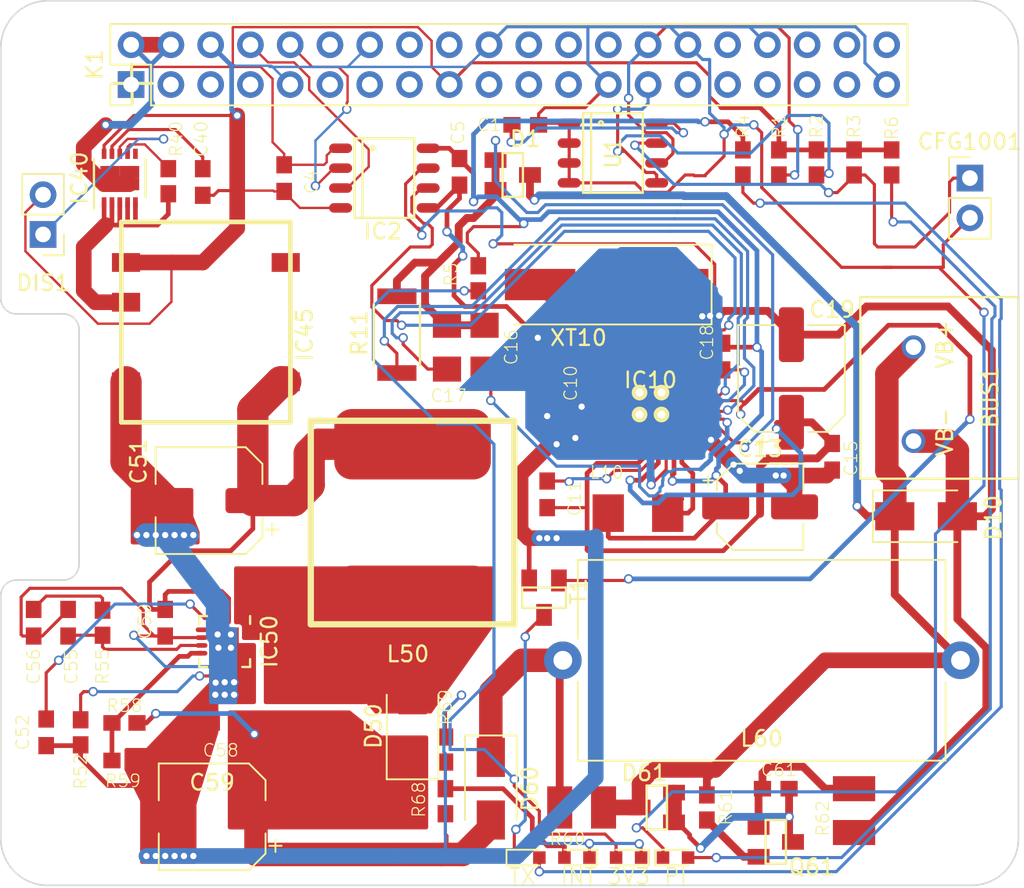
<source format=kicad_pcb>
(kicad_pcb (version 20171130) (host pcbnew "(5.0.2)-1")

  (general
    (thickness 1.6)
    (drawings 36)
    (tracks 1045)
    (zones 0)
    (modules 66)
    (nets 46)
  )

  (page A4)
  (layers
    (0 F.Cu signal)
    (31 B.Cu signal)
    (32 B.Adhes user)
    (33 F.Adhes user)
    (34 B.Paste user)
    (35 F.Paste user)
    (36 B.SilkS user)
    (37 F.SilkS user)
    (38 B.Mask user)
    (39 F.Mask user)
    (40 Dwgs.User user hide)
    (41 Cmts.User user)
    (42 Eco1.User user)
    (43 Eco2.User user)
    (44 Edge.Cuts user)
    (45 Margin user)
    (46 B.CrtYd user)
    (47 F.CrtYd user)
    (48 B.Fab user)
    (49 F.Fab user hide)
  )

  (setup
    (last_trace_width 0.2)
    (user_trace_width 0.1)
    (user_trace_width 0.152)
    (user_trace_width 0.2)
    (user_trace_width 0.3)
    (user_trace_width 0.5)
    (user_trace_width 1)
    (user_trace_width 1.5)
    (user_trace_width 2)
    (trace_clearance 0.2)
    (zone_clearance 0.2)
    (zone_45_only no)
    (trace_min 0.01)
    (segment_width 1)
    (edge_width 0.1)
    (via_size 0.6)
    (via_drill 0.4)
    (via_min_size 0.4)
    (via_min_drill 0.3)
    (uvia_size 0.3)
    (uvia_drill 0.1)
    (uvias_allowed no)
    (uvia_min_size 0.2)
    (uvia_min_drill 0.1)
    (pcb_text_width 0.3)
    (pcb_text_size 1.5 1.5)
    (mod_edge_width 0.15)
    (mod_text_size 1 1)
    (mod_text_width 0.15)
    (pad_size 2.75 2.75)
    (pad_drill 2.75)
    (pad_to_mask_clearance 0)
    (solder_mask_min_width 0.25)
    (aux_axis_origin 0 0)
    (visible_elements 7FFCFF7F)
    (pcbplotparams
      (layerselection 0x00030_80000001)
      (usegerberextensions false)
      (usegerberattributes false)
      (usegerberadvancedattributes false)
      (creategerberjobfile false)
      (excludeedgelayer true)
      (linewidth 0.100000)
      (plotframeref false)
      (viasonmask false)
      (mode 1)
      (useauxorigin false)
      (hpglpennumber 1)
      (hpglpenspeed 20)
      (hpglpendiameter 15.000000)
      (psnegative false)
      (psa4output false)
      (plotreference true)
      (plotvalue true)
      (plotinvisibletext false)
      (padsonsilk false)
      (subtractmaskfromsilk false)
      (outputformat 1)
      (mirror false)
      (drillshape 0)
      (scaleselection 1)
      (outputdirectory "meta/"))
  )

  (net 0 "")
  (net 1 +3V3)
  (net 2 /GND_PI)
  (net 3 /VCC3)
  (net 4 GND)
  (net 5 /VDP)
  (net 6 "Net-(CFG1001-Pad1)")
  (net 7 /BUS+)
  (net 8 /VB+)
  (net 9 /TXD_TPUART)
  (net 10 /TXD_PI)
  (net 11 /RXD_PI)
  (net 12 "Net-(IC10-Pad13)")
  (net 13 /STXO)
  (net 14 +5V)
  (net 15 "Net-(K1-Pad27)")
  (net 16 "Net-(K1-Pad28)")
  (net 17 "Net-(LED_PI1-Pad2)")
  (net 18 "Net-(LED_STXO1-Pad2)")
  (net 19 "Net-(LED_TPUART1-Pad2)")
  (net 20 /RXD_TPUART)
  (net 21 "Net-(LED_STXO1-Pad1)")
  (net 22 "Net-(C40-Pad1)")
  (net 23 "Net-(IC40-Pad1)")
  (net 24 "Net-(DIS1-Pad1)")
  (net 25 "Net-(LED_SUP1-Pad2)")
  (net 26 /VCC5_BOOST)
  (net 27 /SOFTSTART)
  (net 28 /BOOST_30V)
  (net 29 /GYRA_C)
  (net 30 /GYRA_E)
  (net 31 /SW)
  (net 32 /DROSSEL_IN)
  (net 33 /FB)
  (net 34 /FREQ)
  (net 35 /GYRA_B)
  (net 36 /COMP)
  (net 37 /COMP1)
  (net 38 /VDDH)
  (net 39 /VSSH)
  (net 40 /BYP)
  (net 41 /RXIN)
  (net 42 /IND)
  (net 43 /X1)
  (net 44 /X2)
  (net 45 "Net-(IC40-Pad7)")

  (net_class Default "This is the default net class."
    (clearance 0.2)
    (trace_width 0.25)
    (via_dia 0.6)
    (via_drill 0.4)
    (uvia_dia 0.3)
    (uvia_drill 0.1)
    (add_net +3V3)
    (add_net +5V)
    (add_net /BOOST_30V)
    (add_net /BUS+)
    (add_net /BYP)
    (add_net /COMP)
    (add_net /COMP1)
    (add_net /DROSSEL_IN)
    (add_net /FB)
    (add_net /FREQ)
    (add_net /GND_PI)
    (add_net /GYRA_B)
    (add_net /GYRA_C)
    (add_net /GYRA_E)
    (add_net /IND)
    (add_net /RXD_PI)
    (add_net /RXD_TPUART)
    (add_net /RXIN)
    (add_net /SOFTSTART)
    (add_net /STXO)
    (add_net /SW)
    (add_net /TXD_PI)
    (add_net /TXD_TPUART)
    (add_net /VB+)
    (add_net /VCC3)
    (add_net /VCC5_BOOST)
    (add_net /VDDH)
    (add_net /VDP)
    (add_net /VSSH)
    (add_net /X1)
    (add_net /X2)
    (add_net GND)
    (add_net "Net-(C40-Pad1)")
    (add_net "Net-(CFG1001-Pad1)")
    (add_net "Net-(DIS1-Pad1)")
    (add_net "Net-(IC10-Pad13)")
    (add_net "Net-(IC40-Pad1)")
    (add_net "Net-(IC40-Pad7)")
    (add_net "Net-(K1-Pad27)")
    (add_net "Net-(K1-Pad28)")
    (add_net "Net-(LED_PI1-Pad2)")
    (add_net "Net-(LED_STXO1-Pad1)")
    (add_net "Net-(LED_STXO1-Pad2)")
    (add_net "Net-(LED_SUP1-Pad2)")
    (add_net "Net-(LED_TPUART1-Pad2)")
  )

  (module Kalassi:Recom_R1SE_5-pin (layer F.Cu) (tedit 5C93F145) (tstamp 5CB915ED)
    (at 88.2 53.4 270)
    (path /5CB4AA5B)
    (fp_text reference IC45 (at 0.8 -6.3 270) (layer F.SilkS)
      (effects (font (size 1 1) (thickness 0.15)))
    )
    (fp_text value R1SE-Kalassi (at -0.1 -0.1 270) (layer F.Fab)
      (effects (font (size 1 1) (thickness 0.15)))
    )
    (fp_line (start -6.4 -5.4) (end -6.4 5.4) (layer F.SilkS) (width 0.3))
    (fp_line (start 6.4 -5.4) (end -6.4 -5.4) (layer F.SilkS) (width 0.3))
    (fp_line (start 6.4 5.4) (end 6.4 -5.4) (layer F.SilkS) (width 0.3))
    (fp_line (start -6.4 5.4) (end 6.4 5.4) (layer F.SilkS) (width 0.3))
    (pad 8 smd rect (at -3.81 -5.1 270) (size 1.2 1.8) (layers F.Cu F.Paste F.Mask))
    (pad 5 smd rect (at 3.81 -5.1 270) (size 1.2 1.8) (layers F.Cu F.Paste F.Mask)
      (net 26 /VCC5_BOOST))
    (pad 4 smd rect (at 3.81 5.1 270) (size 1.2 1.8) (layers F.Cu F.Paste F.Mask)
      (net 4 GND))
    (pad 2 smd rect (at -1.27 5.1 270) (size 1.2 1.8) (layers F.Cu F.Paste F.Mask)
      (net 23 "Net-(IC40-Pad1)"))
    (pad 1 smd rect (at -3.81 5.1 270) (size 1.2 1.8) (layers F.Cu F.Paste F.Mask)
      (net 2 /GND_PI))
    (model ${KISYS3DMOD}/Converter_DCDC.3dshapes/Converter_DCDC_RECOM_R1S_SMD.STEP
      (at (xyz 0 0 0))
      (scale (xyz 1 1 1))
      (rotate (xyz 0 0 90))
    )
  )

  (module Kalassi:C0603 (layer F.Cu) (tedit 5C60989B) (tstamp 5CBB5132)
    (at 108.6 40.8)
    (descr CAPACITOR)
    (tags "CAPACITOR IPC")
    (path /09ADF4B9)
    (attr smd)
    (fp_text reference C1 (at -2.3 0) (layer F.SilkS)
      (effects (font (size 0.79756 0.79756) (thickness 0.0762)))
    )
    (fp_text value 100nF (at 0.75 1.75) (layer F.SilkS) hide
      (effects (font (size 0.79756 0.79756) (thickness 0.0762)))
    )
    (fp_line (start 1.5 -1) (end 1.5 1) (layer F.CrtYd) (width 0.05))
    (fp_line (start -1.5 -1) (end -1.5 1) (layer F.CrtYd) (width 0.05))
    (fp_line (start -1.5 1) (end 1.5 1) (layer F.CrtYd) (width 0.05))
    (fp_line (start -1.5 -1) (end 1.5 -1) (layer F.CrtYd) (width 0.05))
    (fp_line (start 0.875 -0.475) (end 0.875 0.475) (layer Dwgs.User) (width 0.05))
    (fp_line (start -0.875 -0.475) (end -0.875 0.475) (layer Dwgs.User) (width 0.05))
    (fp_line (start -0.875 0.475) (end 0.875 0.475) (layer Dwgs.User) (width 0.05))
    (fp_line (start -0.875 -0.475) (end 0.875 -0.475) (layer Dwgs.User) (width 0.05))
    (pad 1 smd rect (at -0.85 0) (size 1.1 1) (layers F.Cu F.Paste F.Mask)
      (net 1 +3V3) (solder_paste_margin_ratio -0.05))
    (pad 2 smd rect (at 0.85 0) (size 1.1 1) (layers F.Cu F.Paste F.Mask)
      (net 2 /GND_PI) (solder_paste_margin_ratio -0.05))
    (model ${KISYS3DMOD}/Capacitors_SMD.3dshapes/C_0603.wrl
      (at (xyz 0 0 0))
      (scale (xyz 1 1 1))
      (rotate (xyz 0 0 0))
    )
  )

  (module Capacitor_SMD:CP_Elec_6.3x5.4 (layer F.Cu) (tedit 5BCA39D0) (tstamp 5CB2C01F)
    (at 125.6 57 90)
    (descr "SMD capacitor, aluminum electrolytic, Panasonic C55, 6.3x5.4mm")
    (tags "capacitor electrolytic")
    (path /5CAFB74A)
    (attr smd)
    (fp_text reference C19 (at 4.4 2.6 180) (layer F.SilkS)
      (effects (font (size 1 1) (thickness 0.15)))
    )
    (fp_text value CP (at 0 4.35 90) (layer F.Fab)
      (effects (font (size 1 1) (thickness 0.15)))
    )
    (fp_circle (center 0 0) (end 3.15 0) (layer F.Fab) (width 0.1))
    (fp_line (start 3.3 -3.3) (end 3.3 3.3) (layer F.Fab) (width 0.1))
    (fp_line (start -2.3 -3.3) (end 3.3 -3.3) (layer F.Fab) (width 0.1))
    (fp_line (start -2.3 3.3) (end 3.3 3.3) (layer F.Fab) (width 0.1))
    (fp_line (start -3.3 -2.3) (end -3.3 2.3) (layer F.Fab) (width 0.1))
    (fp_line (start -3.3 -2.3) (end -2.3 -3.3) (layer F.Fab) (width 0.1))
    (fp_line (start -3.3 2.3) (end -2.3 3.3) (layer F.Fab) (width 0.1))
    (fp_line (start -2.704838 -1.33) (end -2.074838 -1.33) (layer F.Fab) (width 0.1))
    (fp_line (start -2.389838 -1.645) (end -2.389838 -1.015) (layer F.Fab) (width 0.1))
    (fp_line (start 3.41 3.41) (end 3.41 1.06) (layer F.SilkS) (width 0.12))
    (fp_line (start 3.41 -3.41) (end 3.41 -1.06) (layer F.SilkS) (width 0.12))
    (fp_line (start -2.345563 -3.41) (end 3.41 -3.41) (layer F.SilkS) (width 0.12))
    (fp_line (start -2.345563 3.41) (end 3.41 3.41) (layer F.SilkS) (width 0.12))
    (fp_line (start -3.41 2.345563) (end -3.41 1.06) (layer F.SilkS) (width 0.12))
    (fp_line (start -3.41 -2.345563) (end -3.41 -1.06) (layer F.SilkS) (width 0.12))
    (fp_line (start -3.41 -2.345563) (end -2.345563 -3.41) (layer F.SilkS) (width 0.12))
    (fp_line (start -3.41 2.345563) (end -2.345563 3.41) (layer F.SilkS) (width 0.12))
    (fp_line (start -4.4375 -1.8475) (end -3.65 -1.8475) (layer F.SilkS) (width 0.12))
    (fp_line (start -4.04375 -2.24125) (end -4.04375 -1.45375) (layer F.SilkS) (width 0.12))
    (fp_line (start 3.55 -3.55) (end 3.55 -1.05) (layer F.CrtYd) (width 0.05))
    (fp_line (start 3.55 -1.05) (end 4.8 -1.05) (layer F.CrtYd) (width 0.05))
    (fp_line (start 4.8 -1.05) (end 4.8 1.05) (layer F.CrtYd) (width 0.05))
    (fp_line (start 4.8 1.05) (end 3.55 1.05) (layer F.CrtYd) (width 0.05))
    (fp_line (start 3.55 1.05) (end 3.55 3.55) (layer F.CrtYd) (width 0.05))
    (fp_line (start -2.4 3.55) (end 3.55 3.55) (layer F.CrtYd) (width 0.05))
    (fp_line (start -2.4 -3.55) (end 3.55 -3.55) (layer F.CrtYd) (width 0.05))
    (fp_line (start -3.55 2.4) (end -2.4 3.55) (layer F.CrtYd) (width 0.05))
    (fp_line (start -3.55 -2.4) (end -2.4 -3.55) (layer F.CrtYd) (width 0.05))
    (fp_line (start -3.55 -2.4) (end -3.55 -1.05) (layer F.CrtYd) (width 0.05))
    (fp_line (start -3.55 1.05) (end -3.55 2.4) (layer F.CrtYd) (width 0.05))
    (fp_line (start -3.55 -1.05) (end -4.8 -1.05) (layer F.CrtYd) (width 0.05))
    (fp_line (start -4.8 -1.05) (end -4.8 1.05) (layer F.CrtYd) (width 0.05))
    (fp_line (start -4.8 1.05) (end -3.55 1.05) (layer F.CrtYd) (width 0.05))
    (fp_text user %R (at 0 0 90) (layer F.Fab)
      (effects (font (size 1 1) (thickness 0.15)))
    )
    (pad 1 smd roundrect (at -2.8 0 90) (size 3.5 1.6) (layers F.Cu F.Paste F.Mask) (roundrect_rratio 0.15625)
      (net 38 /VDDH))
    (pad 2 smd roundrect (at 2.8 0 90) (size 3.5 1.6) (layers F.Cu F.Paste F.Mask) (roundrect_rratio 0.15625)
      (net 4 GND))
    (model ${KISYS3DMOD}/Capacitor_SMD.3dshapes/CP_Elec_6.3x5.4.wrl
      (at (xyz 0 0 0))
      (scale (xyz 1 1 1))
      (rotate (xyz 0 0 0))
    )
  )

  (module RPi_Hat:RPi_Hat_Mounting_Hole locked (layer F.Cu) (tedit 55217C7B) (tstamp 5515DEA9)
    (at 136.6 36.875)
    (descr "Mounting hole, Befestigungsbohrung, 2,7mm, No Annular, Kein Restring,")
    (tags "Mounting hole, Befestigungsbohrung, 2,7mm, No Annular, Kein Restring,")
    (fp_text reference "" (at 0 -4.0005) (layer F.SilkS) hide
      (effects (font (size 1 1) (thickness 0.15)))
    )
    (fp_text value "" (at 0.09906 3.59918) (layer F.Fab) hide
      (effects (font (size 1 1) (thickness 0.15)))
    )
    (fp_circle (center 0 0) (end 1.375 0) (layer F.Fab) (width 0.15))
    (fp_circle (center 0 0) (end 3.1 0) (layer F.Fab) (width 0.15))
    (fp_circle (center 0 0) (end 3.1 0) (layer B.Fab) (width 0.15))
    (fp_circle (center 0 0) (end 1.375 0) (layer B.Fab) (width 0.15))
    (fp_circle (center 0 0) (end 3.1 0) (layer F.CrtYd) (width 0.15))
    (fp_circle (center 0 0) (end 3.1 0) (layer B.CrtYd) (width 0.15))
    (pad "" np_thru_hole circle (at 0 0) (size 2.75 2.75) (drill 2.75) (layers *.Cu *.Mask)
      (solder_mask_margin 1.725) (clearance 1.725))
  )

  (module RPi_Hat:RPi_Hat_Mounting_Hole locked (layer F.Cu) (tedit 55217CCB) (tstamp 55169DC9)
    (at 136.6 85.875)
    (descr "Mounting hole, Befestigungsbohrung, 2,7mm, No Annular, Kein Restring,")
    (tags "Mounting hole, Befestigungsbohrung, 2,7mm, No Annular, Kein Restring,")
    (fp_text reference "" (at 0 -4.0005) (layer F.SilkS) hide
      (effects (font (size 1 1) (thickness 0.15)))
    )
    (fp_text value "" (at 0.09906 3.59918) (layer F.Fab) hide
      (effects (font (size 1 1) (thickness 0.15)))
    )
    (fp_circle (center 0 0) (end 1.375 0) (layer F.Fab) (width 0.15))
    (fp_circle (center 0 0) (end 3.1 0) (layer F.Fab) (width 0.15))
    (fp_circle (center 0 0) (end 3.1 0) (layer B.Fab) (width 0.15))
    (fp_circle (center 0 0) (end 1.375 0) (layer B.Fab) (width 0.15))
    (fp_circle (center 0 0) (end 3.1 0) (layer F.CrtYd) (width 0.15))
    (fp_circle (center 0 0) (end 3.1 0) (layer B.CrtYd) (width 0.15))
    (pad "" np_thru_hole circle (at 0 0) (size 2.75 2.75) (drill 2.75) (layers *.Cu *.Mask)
      (solder_mask_margin 1.725) (clearance 1.725))
  )

  (module RPi_Hat:RPi_Hat_Mounting_Hole locked (layer F.Cu) (tedit 55217CB9) (tstamp 5515DECC)
    (at 78.6 85.875)
    (descr "Mounting hole, Befestigungsbohrung, 2,7mm, No Annular, Kein Restring,")
    (tags "Mounting hole, Befestigungsbohrung, 2,7mm, No Annular, Kein Restring,")
    (fp_text reference "" (at 0 -4.0005) (layer F.SilkS) hide
      (effects (font (size 1 1) (thickness 0.15)))
    )
    (fp_text value "" (at 0.09906 3.59918) (layer F.Fab) hide
      (effects (font (size 1 1) (thickness 0.15)))
    )
    (fp_circle (center 0 0) (end 1.375 0) (layer F.Fab) (width 0.15))
    (fp_circle (center 0 0) (end 3.1 0) (layer F.Fab) (width 0.15))
    (fp_circle (center 0 0) (end 3.1 0) (layer B.Fab) (width 0.15))
    (fp_circle (center 0 0) (end 1.375 0) (layer B.Fab) (width 0.15))
    (fp_circle (center 0 0) (end 3.1 0) (layer F.CrtYd) (width 0.15))
    (fp_circle (center 0 0) (end 3.1 0) (layer B.CrtYd) (width 0.15))
    (pad "" np_thru_hole circle (at 0 0) (size 2.75 2.75) (drill 2.75) (layers *.Cu *.Mask)
      (solder_mask_margin 1.725) (clearance 1.725))
  )

  (module RPi_Hat:RPi_Hat_Mounting_Hole locked (layer F.Cu) (tedit 55217CA2) (tstamp 5515DEBF)
    (at 78.6 36.875)
    (descr "Mounting hole, Befestigungsbohrung, 2,7mm, No Annular, Kein Restring,")
    (tags "Mounting hole, Befestigungsbohrung, 2,7mm, No Annular, Kein Restring,")
    (fp_text reference "" (at 0 -4.0005) (layer F.SilkS) hide
      (effects (font (size 1 1) (thickness 0.15)))
    )
    (fp_text value "" (at 0.09906 3.59918) (layer F.Fab) hide
      (effects (font (size 1 1) (thickness 0.15)))
    )
    (fp_circle (center 0 0) (end 1.375 0) (layer F.Fab) (width 0.15))
    (fp_circle (center 0 0) (end 3.1 0) (layer F.Fab) (width 0.15))
    (fp_circle (center 0 0) (end 3.1 0) (layer B.Fab) (width 0.15))
    (fp_circle (center 0 0) (end 1.375 0) (layer B.Fab) (width 0.15))
    (fp_circle (center 0 0) (end 3.1 0) (layer F.CrtYd) (width 0.15))
    (fp_circle (center 0 0) (end 3.1 0) (layer B.CrtYd) (width 0.15))
    (pad "" np_thru_hole circle (at 0 0) (size 2.75 2.75) (drill 2.75) (layers *.Cu *.Mask)
      (solder_mask_margin 1.725) (clearance 1.725))
  )

  (module Kalassi:KNX (layer F.Cu) (tedit 5CAC53A3) (tstamp 5CB6818E)
    (at 133.4 57.6 90)
    (path /5CAE11C1)
    (attr virtual)
    (fp_text reference BUS1 (at -0.6 4.9 270) (layer F.SilkS)
      (effects (font (size 1 1) (thickness 0.15)))
    )
    (fp_text value Conn_01x02_Male (at 0 3.81 90) (layer F.Fab)
      (effects (font (size 1 1) (thickness 0.15)))
    )
    (fp_line (start 5.8 -3.4) (end 5.8 6.7) (layer F.SilkS) (width 0.15))
    (fp_line (start -5.8 -3.4) (end -5.8 6.7) (layer F.SilkS) (width 0.15))
    (fp_line (start 5.8 6.7) (end -5.8 6.7) (layer F.SilkS) (width 0.15))
    (fp_line (start -5.8 -3.4) (end 5.8 -3.4) (layer F.SilkS) (width 0.15))
    (fp_text user VB- (at -2.81 2 90) (layer F.SilkS)
      (effects (font (size 1 1) (thickness 0.15)))
    )
    (fp_text user VB+ (at 2.78 2 90) (layer F.SilkS)
      (effects (font (size 1 1) (thickness 0.15)))
    )
    (pad 2 thru_hole circle (at 2.6 0 90) (size 1.50622 1.50622) (drill 0.99822) (layers *.Cu *.Mask)
      (net 7 /BUS+))
    (pad 1 thru_hole circle (at -3.4 0 90) (size 1.50622 1.50622) (drill 0.99822) (layers *.Cu *.Mask)
      (net 4 GND))
    (model ${KISYS3DMOD}/Connector.3dshapes/243-211-1.stp
      (offset (xyz -5.8 3.4 0))
      (scale (xyz 1 1 1))
      (rotate (xyz 0 0 90))
    )
  )

  (module Kalassi:C0603 (layer F.Cu) (tedit 5C60989B) (tstamp 5CB2C1B2)
    (at 93.2 44.2 270)
    (descr CAPACITOR)
    (tags "CAPACITOR IPC")
    (path /F0F11B5E)
    (attr smd)
    (fp_text reference C4 (at 0.25 -1.75 270) (layer F.SilkS)
      (effects (font (size 0.79756 0.79756) (thickness 0.0762)))
    )
    (fp_text value 47nF/50V (at 0.75 1.75 270) (layer F.SilkS) hide
      (effects (font (size 0.79756 0.79756) (thickness 0.0762)))
    )
    (fp_line (start -0.875 -0.475) (end 0.875 -0.475) (layer Dwgs.User) (width 0.05))
    (fp_line (start -0.875 0.475) (end 0.875 0.475) (layer Dwgs.User) (width 0.05))
    (fp_line (start -0.875 -0.475) (end -0.875 0.475) (layer Dwgs.User) (width 0.05))
    (fp_line (start 0.875 -0.475) (end 0.875 0.475) (layer Dwgs.User) (width 0.05))
    (fp_line (start -1.5 -1) (end 1.5 -1) (layer F.CrtYd) (width 0.05))
    (fp_line (start -1.5 1) (end 1.5 1) (layer F.CrtYd) (width 0.05))
    (fp_line (start -1.5 -1) (end -1.5 1) (layer F.CrtYd) (width 0.05))
    (fp_line (start 1.5 -1) (end 1.5 1) (layer F.CrtYd) (width 0.05))
    (pad 2 smd rect (at 0.85 0 270) (size 1.1 1) (layers F.Cu F.Paste F.Mask)
      (net 2 /GND_PI) (solder_paste_margin_ratio -0.05))
    (pad 1 smd rect (at -0.85 0 270) (size 1.1 1) (layers F.Cu F.Paste F.Mask)
      (net 1 +3V3) (solder_paste_margin_ratio -0.05))
    (model ${KISYS3DMOD}/Capacitors_SMD.3dshapes/C_0603.wrl
      (at (xyz 0 0 0))
      (scale (xyz 1 1 1))
      (rotate (xyz 0 0 0))
    )
  )

  (module Kalassi:C0603 (layer F.Cu) (tedit 5C60989B) (tstamp 5CB2C18B)
    (at 104.4 43.8 270)
    (descr CAPACITOR)
    (tags "CAPACITOR IPC")
    (path /D8F795B8)
    (attr smd)
    (fp_text reference C5 (at -2.5 0.1 270) (layer F.SilkS)
      (effects (font (size 0.79756 0.79756) (thickness 0.0762)))
    )
    (fp_text value 47nF/50V (at 0.75 1.75 270) (layer F.SilkS) hide
      (effects (font (size 0.79756 0.79756) (thickness 0.0762)))
    )
    (fp_line (start 1.5 -1) (end 1.5 1) (layer F.CrtYd) (width 0.05))
    (fp_line (start -1.5 -1) (end -1.5 1) (layer F.CrtYd) (width 0.05))
    (fp_line (start -1.5 1) (end 1.5 1) (layer F.CrtYd) (width 0.05))
    (fp_line (start -1.5 -1) (end 1.5 -1) (layer F.CrtYd) (width 0.05))
    (fp_line (start 0.875 -0.475) (end 0.875 0.475) (layer Dwgs.User) (width 0.05))
    (fp_line (start -0.875 -0.475) (end -0.875 0.475) (layer Dwgs.User) (width 0.05))
    (fp_line (start -0.875 0.475) (end 0.875 0.475) (layer Dwgs.User) (width 0.05))
    (fp_line (start -0.875 -0.475) (end 0.875 -0.475) (layer Dwgs.User) (width 0.05))
    (pad 1 smd rect (at -0.85 0 270) (size 1.1 1) (layers F.Cu F.Paste F.Mask)
      (net 3 /VCC3) (solder_paste_margin_ratio -0.05))
    (pad 2 smd rect (at 0.85 0 270) (size 1.1 1) (layers F.Cu F.Paste F.Mask)
      (net 4 GND) (solder_paste_margin_ratio -0.05))
    (model ${KISYS3DMOD}/Capacitors_SMD.3dshapes/C_0603.wrl
      (at (xyz 0 0 0))
      (scale (xyz 1 1 1))
      (rotate (xyz 0 0 0))
    )
  )

  (module Kalassi:C0603 (layer F.Cu) (tedit 5C60989B) (tstamp 5CB2C164)
    (at 110 57.4 90)
    (descr CAPACITOR)
    (tags "CAPACITOR IPC")
    (path /A00C79DB)
    (attr smd)
    (fp_text reference C10 (at 0.1 1.5 90) (layer F.SilkS)
      (effects (font (size 0.79756 0.79756) (thickness 0.0762)))
    )
    (fp_text value 220n (at 0.75 1.75 90) (layer F.SilkS) hide
      (effects (font (size 0.79756 0.79756) (thickness 0.0762)))
    )
    (fp_line (start 1.5 -1) (end 1.5 1) (layer F.CrtYd) (width 0.05))
    (fp_line (start -1.5 -1) (end -1.5 1) (layer F.CrtYd) (width 0.05))
    (fp_line (start -1.5 1) (end 1.5 1) (layer F.CrtYd) (width 0.05))
    (fp_line (start -1.5 -1) (end 1.5 -1) (layer F.CrtYd) (width 0.05))
    (fp_line (start 0.875 -0.475) (end 0.875 0.475) (layer Dwgs.User) (width 0.05))
    (fp_line (start -0.875 -0.475) (end -0.875 0.475) (layer Dwgs.User) (width 0.05))
    (fp_line (start -0.875 0.475) (end 0.875 0.475) (layer Dwgs.User) (width 0.05))
    (fp_line (start -0.875 -0.475) (end 0.875 -0.475) (layer Dwgs.User) (width 0.05))
    (pad 1 smd rect (at -0.85 0 90) (size 1.1 1) (layers F.Cu F.Paste F.Mask)
      (net 4 GND) (solder_paste_margin_ratio -0.05))
    (pad 2 smd rect (at 0.85 0 90) (size 1.1 1) (layers F.Cu F.Paste F.Mask)
      (net 5 /VDP) (solder_paste_margin_ratio -0.05))
    (model ${KISYS3DMOD}/Capacitors_SMD.3dshapes/C_0603.wrl
      (at (xyz 0 0 0))
      (scale (xyz 1 1 1))
      (rotate (xyz 0 0 0))
    )
  )

  (module Kalassi:C0603 (layer F.Cu) (tedit 5C60989B) (tstamp 5CB89F00)
    (at 110 64.4 270)
    (descr CAPACITOR)
    (tags "CAPACITOR IPC")
    (path /9A60ACF9)
    (attr smd)
    (fp_text reference C11 (at 0.25 -1.75 270) (layer F.SilkS)
      (effects (font (size 0.79756 0.79756) (thickness 0.0762)))
    )
    (fp_text value 220n (at 0.75 1.75 270) (layer F.SilkS) hide
      (effects (font (size 0.79756 0.79756) (thickness 0.0762)))
    )
    (fp_line (start -0.875 -0.475) (end 0.875 -0.475) (layer Dwgs.User) (width 0.05))
    (fp_line (start -0.875 0.475) (end 0.875 0.475) (layer Dwgs.User) (width 0.05))
    (fp_line (start -0.875 -0.475) (end -0.875 0.475) (layer Dwgs.User) (width 0.05))
    (fp_line (start 0.875 -0.475) (end 0.875 0.475) (layer Dwgs.User) (width 0.05))
    (fp_line (start -1.5 -1) (end 1.5 -1) (layer F.CrtYd) (width 0.05))
    (fp_line (start -1.5 1) (end 1.5 1) (layer F.CrtYd) (width 0.05))
    (fp_line (start -1.5 -1) (end -1.5 1) (layer F.CrtYd) (width 0.05))
    (fp_line (start 1.5 -1) (end 1.5 1) (layer F.CrtYd) (width 0.05))
    (pad 2 smd rect (at 0.85 0 270) (size 1.1 1) (layers F.Cu F.Paste F.Mask)
      (net 38 /VDDH) (solder_paste_margin_ratio -0.05))
    (pad 1 smd rect (at -0.85 0 270) (size 1.1 1) (layers F.Cu F.Paste F.Mask)
      (net 39 /VSSH) (solder_paste_margin_ratio -0.05))
    (model ${KISYS3DMOD}/Capacitors_SMD.3dshapes/C_0603.wrl
      (at (xyz 0 0 0))
      (scale (xyz 1 1 1))
      (rotate (xyz 0 0 0))
    )
  )

  (module Capacitor_SMD:CP_Elec_5x5.9 (layer F.Cu) (tedit 5BCA39CF) (tstamp 5CB654AA)
    (at 123.6 65.2)
    (descr "SMD capacitor, aluminum electrolytic, Panasonic B6, 5.0x5.9mm")
    (tags "capacitor electrolytic")
    (path /5CAFB488)
    (attr smd)
    (fp_text reference C13 (at 0 -3.7) (layer F.SilkS)
      (effects (font (size 1 1) (thickness 0.15)))
    )
    (fp_text value CP (at 0 3.7) (layer F.Fab)
      (effects (font (size 1 1) (thickness 0.15)))
    )
    (fp_circle (center 0 0) (end 2.5 0) (layer F.Fab) (width 0.1))
    (fp_line (start 2.65 -2.65) (end 2.65 2.65) (layer F.Fab) (width 0.1))
    (fp_line (start -1.65 -2.65) (end 2.65 -2.65) (layer F.Fab) (width 0.1))
    (fp_line (start -1.65 2.65) (end 2.65 2.65) (layer F.Fab) (width 0.1))
    (fp_line (start -2.65 -1.65) (end -2.65 1.65) (layer F.Fab) (width 0.1))
    (fp_line (start -2.65 -1.65) (end -1.65 -2.65) (layer F.Fab) (width 0.1))
    (fp_line (start -2.65 1.65) (end -1.65 2.65) (layer F.Fab) (width 0.1))
    (fp_line (start -2.033956 -1.2) (end -1.533956 -1.2) (layer F.Fab) (width 0.1))
    (fp_line (start -1.783956 -1.45) (end -1.783956 -0.95) (layer F.Fab) (width 0.1))
    (fp_line (start 2.76 2.76) (end 2.76 1.06) (layer F.SilkS) (width 0.12))
    (fp_line (start 2.76 -2.76) (end 2.76 -1.06) (layer F.SilkS) (width 0.12))
    (fp_line (start -1.695563 -2.76) (end 2.76 -2.76) (layer F.SilkS) (width 0.12))
    (fp_line (start -1.695563 2.76) (end 2.76 2.76) (layer F.SilkS) (width 0.12))
    (fp_line (start -2.76 1.695563) (end -2.76 1.06) (layer F.SilkS) (width 0.12))
    (fp_line (start -2.76 -1.695563) (end -2.76 -1.06) (layer F.SilkS) (width 0.12))
    (fp_line (start -2.76 -1.695563) (end -1.695563 -2.76) (layer F.SilkS) (width 0.12))
    (fp_line (start -2.76 1.695563) (end -1.695563 2.76) (layer F.SilkS) (width 0.12))
    (fp_line (start -3.625 -1.685) (end -3 -1.685) (layer F.SilkS) (width 0.12))
    (fp_line (start -3.3125 -1.9975) (end -3.3125 -1.3725) (layer F.SilkS) (width 0.12))
    (fp_line (start 2.9 -2.9) (end 2.9 -1.05) (layer F.CrtYd) (width 0.05))
    (fp_line (start 2.9 -1.05) (end 3.95 -1.05) (layer F.CrtYd) (width 0.05))
    (fp_line (start 3.95 -1.05) (end 3.95 1.05) (layer F.CrtYd) (width 0.05))
    (fp_line (start 3.95 1.05) (end 2.9 1.05) (layer F.CrtYd) (width 0.05))
    (fp_line (start 2.9 1.05) (end 2.9 2.9) (layer F.CrtYd) (width 0.05))
    (fp_line (start -1.75 2.9) (end 2.9 2.9) (layer F.CrtYd) (width 0.05))
    (fp_line (start -1.75 -2.9) (end 2.9 -2.9) (layer F.CrtYd) (width 0.05))
    (fp_line (start -2.9 1.75) (end -1.75 2.9) (layer F.CrtYd) (width 0.05))
    (fp_line (start -2.9 -1.75) (end -1.75 -2.9) (layer F.CrtYd) (width 0.05))
    (fp_line (start -2.9 -1.75) (end -2.9 -1.05) (layer F.CrtYd) (width 0.05))
    (fp_line (start -2.9 1.05) (end -2.9 1.75) (layer F.CrtYd) (width 0.05))
    (fp_line (start -2.9 -1.05) (end -3.95 -1.05) (layer F.CrtYd) (width 0.05))
    (fp_line (start -3.95 -1.05) (end -3.95 1.05) (layer F.CrtYd) (width 0.05))
    (fp_line (start -3.95 1.05) (end -2.9 1.05) (layer F.CrtYd) (width 0.05))
    (fp_text user %R (at 0 0) (layer F.Fab)
      (effects (font (size 1 1) (thickness 0.15)))
    )
    (pad 1 smd roundrect (at -2.2 0) (size 3 1.6) (layers F.Cu F.Paste F.Mask) (roundrect_rratio 0.15625)
      (net 3 /VCC3))
    (pad 2 smd roundrect (at 2.2 0) (size 3 1.6) (layers F.Cu F.Paste F.Mask) (roundrect_rratio 0.15625)
      (net 4 GND))
    (model ${KISYS3DMOD}/Capacitor_SMD.3dshapes/CP_Elec_5x5.9.wrl
      (at (xyz 0 0 0))
      (scale (xyz 1 1 1))
      (rotate (xyz 0 0 0))
    )
  )

  (module Kalassi:C0603 (layer F.Cu) (tedit 5C60989B) (tstamp 5CBB5E64)
    (at 128.2 62 270)
    (descr CAPACITOR)
    (tags "CAPACITOR IPC")
    (path /355CF2CD)
    (attr smd)
    (fp_text reference C15 (at 0.1 -1.2 270) (layer F.SilkS)
      (effects (font (size 0.79756 0.79756) (thickness 0.0762)))
    )
    (fp_text value 47nF/50V (at 0.75 1.75 270) (layer F.SilkS) hide
      (effects (font (size 0.79756 0.79756) (thickness 0.0762)))
    )
    (fp_line (start 1.5 -1) (end 1.5 1) (layer F.CrtYd) (width 0.05))
    (fp_line (start -1.5 -1) (end -1.5 1) (layer F.CrtYd) (width 0.05))
    (fp_line (start -1.5 1) (end 1.5 1) (layer F.CrtYd) (width 0.05))
    (fp_line (start -1.5 -1) (end 1.5 -1) (layer F.CrtYd) (width 0.05))
    (fp_line (start 0.875 -0.475) (end 0.875 0.475) (layer Dwgs.User) (width 0.05))
    (fp_line (start -0.875 -0.475) (end -0.875 0.475) (layer Dwgs.User) (width 0.05))
    (fp_line (start -0.875 0.475) (end 0.875 0.475) (layer Dwgs.User) (width 0.05))
    (fp_line (start -0.875 -0.475) (end 0.875 -0.475) (layer Dwgs.User) (width 0.05))
    (pad 1 smd rect (at -0.85 0 270) (size 1.1 1) (layers F.Cu F.Paste F.Mask)
      (net 38 /VDDH) (solder_paste_margin_ratio -0.05))
    (pad 2 smd rect (at 0.85 0 270) (size 1.1 1) (layers F.Cu F.Paste F.Mask)
      (net 4 GND) (solder_paste_margin_ratio -0.05))
    (model ${KISYS3DMOD}/Capacitors_SMD.3dshapes/C_0603.wrl
      (at (xyz 0 0 0))
      (scale (xyz 1 1 1))
      (rotate (xyz 0 0 0))
    )
  )

  (module Kalassi:C1206 (layer F.Cu) (tedit 5C609920) (tstamp 5CBB5AA8)
    (at 106 55 90)
    (descr CAPACITOR)
    (tags "CAPACITOR IPC")
    (path /944E5673)
    (attr smd)
    (fp_text reference C16 (at 0 1.7 270) (layer F.SilkS)
      (effects (font (size 0.79756 0.79756) (thickness 0.0762)))
    )
    (fp_text value 47n/50V (at 0.75 1.75 90) (layer F.SilkS) hide
      (effects (font (size 0.79756 0.79756) (thickness 0.0762)))
    )
    (fp_line (start -1.7 -0.9) (end 1.7 -0.9) (layer Dwgs.User) (width 0.05))
    (fp_line (start -1.7 0.9) (end 1.7 0.9) (layer Dwgs.User) (width 0.05))
    (fp_line (start -1.7 -0.9) (end -1.7 0.9) (layer Dwgs.User) (width 0.05))
    (fp_line (start 1.7 -0.9) (end 1.7 0.9) (layer Dwgs.User) (width 0.05))
    (fp_line (start -2.5 -1) (end 2.5 -1) (layer F.CrtYd) (width 0.05))
    (fp_line (start -2.5 1) (end 2.5 1) (layer F.CrtYd) (width 0.05))
    (fp_line (start -2.5 -1) (end -2.5 1) (layer F.CrtYd) (width 0.05))
    (fp_line (start 2.5 -1) (end 2.5 1) (layer F.CrtYd) (width 0.05))
    (pad 2 smd rect (at 1.4 0 90) (size 1.6 1.8) (layers F.Cu F.Paste F.Mask)
      (net 8 /VB+) (solder_paste_margin_ratio -0.05))
    (pad 1 smd rect (at -1.4 0 90) (size 1.6 1.8) (layers F.Cu F.Paste F.Mask)
      (net 40 /BYP) (solder_paste_margin_ratio -0.05))
    (model ${KISYS3DMOD}/Capacitors_SMD.3dshapes/C_1206.wrl
      (at (xyz 0 0 0))
      (scale (xyz 1 1 1))
      (rotate (xyz 0 0 0))
    )
  )

  (module Kalassi:C1206 (layer F.Cu) (tedit 5C609920) (tstamp 5CB2C0A1)
    (at 103.6 55 90)
    (descr CAPACITOR)
    (tags "CAPACITOR IPC")
    (path /8F4D0EC0)
    (attr smd)
    (fp_text reference C17 (at -3.1 0.1 180) (layer F.SilkS)
      (effects (font (size 0.79756 0.79756) (thickness 0.0762)))
    )
    (fp_text value 47n/50V (at 0.75 1.75 90) (layer F.SilkS) hide
      (effects (font (size 0.79756 0.79756) (thickness 0.0762)))
    )
    (fp_line (start 2.5 -1) (end 2.5 1) (layer F.CrtYd) (width 0.05))
    (fp_line (start -2.5 -1) (end -2.5 1) (layer F.CrtYd) (width 0.05))
    (fp_line (start -2.5 1) (end 2.5 1) (layer F.CrtYd) (width 0.05))
    (fp_line (start -2.5 -1) (end 2.5 -1) (layer F.CrtYd) (width 0.05))
    (fp_line (start 1.7 -0.9) (end 1.7 0.9) (layer Dwgs.User) (width 0.05))
    (fp_line (start -1.7 -0.9) (end -1.7 0.9) (layer Dwgs.User) (width 0.05))
    (fp_line (start -1.7 0.9) (end 1.7 0.9) (layer Dwgs.User) (width 0.05))
    (fp_line (start -1.7 -0.9) (end 1.7 -0.9) (layer Dwgs.User) (width 0.05))
    (pad 1 smd rect (at -1.4 0 90) (size 1.6 1.8) (layers F.Cu F.Paste F.Mask)
      (net 41 /RXIN) (solder_paste_margin_ratio -0.05))
    (pad 2 smd rect (at 1.4 0 90) (size 1.6 1.8) (layers F.Cu F.Paste F.Mask)
      (net 8 /VB+) (solder_paste_margin_ratio -0.05))
    (model ${KISYS3DMOD}/Capacitors_SMD.3dshapes/C_1206.wrl
      (at (xyz 0 0 0))
      (scale (xyz 1 1 1))
      (rotate (xyz 0 0 0))
    )
  )

  (module Kalassi:C0603 (layer F.Cu) (tedit 5C60989B) (tstamp 5CB2C07A)
    (at 121.2 55.6 270)
    (descr CAPACITOR)
    (tags "CAPACITOR IPC")
    (path /EA680916)
    (attr smd)
    (fp_text reference C18 (at -0.9 1 270) (layer F.SilkS)
      (effects (font (size 0.79756 0.79756) (thickness 0.0762)))
    )
    (fp_text value 10n (at 0.75 1.75 270) (layer F.SilkS) hide
      (effects (font (size 0.79756 0.79756) (thickness 0.0762)))
    )
    (fp_line (start -0.875 -0.475) (end 0.875 -0.475) (layer Dwgs.User) (width 0.05))
    (fp_line (start -0.875 0.475) (end 0.875 0.475) (layer Dwgs.User) (width 0.05))
    (fp_line (start -0.875 -0.475) (end -0.875 0.475) (layer Dwgs.User) (width 0.05))
    (fp_line (start 0.875 -0.475) (end 0.875 0.475) (layer Dwgs.User) (width 0.05))
    (fp_line (start -1.5 -1) (end 1.5 -1) (layer F.CrtYd) (width 0.05))
    (fp_line (start -1.5 1) (end 1.5 1) (layer F.CrtYd) (width 0.05))
    (fp_line (start -1.5 -1) (end -1.5 1) (layer F.CrtYd) (width 0.05))
    (fp_line (start 1.5 -1) (end 1.5 1) (layer F.CrtYd) (width 0.05))
    (pad 2 smd rect (at 0.85 0 270) (size 1.1 1) (layers F.Cu F.Paste F.Mask)
      (net 4 GND) (solder_paste_margin_ratio -0.05))
    (pad 1 smd rect (at -0.85 0 270) (size 1.1 1) (layers F.Cu F.Paste F.Mask)
      (net 3 /VCC3) (solder_paste_margin_ratio -0.05))
    (model ${KISYS3DMOD}/Capacitors_SMD.3dshapes/C_0603.wrl
      (at (xyz 0 0 0))
      (scale (xyz 1 1 1))
      (rotate (xyz 0 0 0))
    )
  )

  (module Pin_Headers:Pin_Header_Straight_1x02_Pitch2.54mm (layer F.Cu) (tedit 59650532) (tstamp 5CB65E1D)
    (at 137 44.2)
    (descr "Through hole straight pin header, 1x02, 2.54mm pitch, single row")
    (tags "Through hole pin header THT 1x02 2.54mm single row")
    (path /53A7A761)
    (fp_text reference CFG1001 (at 0 -2.33) (layer F.SilkS)
      (effects (font (size 1 1) (thickness 0.15)))
    )
    (fp_text value PIN2_100 (at 0 4.87) (layer F.Fab)
      (effects (font (size 1 1) (thickness 0.15)))
    )
    (fp_line (start -0.635 -1.27) (end 1.27 -1.27) (layer F.Fab) (width 0.1))
    (fp_line (start 1.27 -1.27) (end 1.27 3.81) (layer F.Fab) (width 0.1))
    (fp_line (start 1.27 3.81) (end -1.27 3.81) (layer F.Fab) (width 0.1))
    (fp_line (start -1.27 3.81) (end -1.27 -0.635) (layer F.Fab) (width 0.1))
    (fp_line (start -1.27 -0.635) (end -0.635 -1.27) (layer F.Fab) (width 0.1))
    (fp_line (start -1.33 3.87) (end 1.33 3.87) (layer F.SilkS) (width 0.12))
    (fp_line (start -1.33 1.27) (end -1.33 3.87) (layer F.SilkS) (width 0.12))
    (fp_line (start 1.33 1.27) (end 1.33 3.87) (layer F.SilkS) (width 0.12))
    (fp_line (start -1.33 1.27) (end 1.33 1.27) (layer F.SilkS) (width 0.12))
    (fp_line (start -1.33 0) (end -1.33 -1.33) (layer F.SilkS) (width 0.12))
    (fp_line (start -1.33 -1.33) (end 0 -1.33) (layer F.SilkS) (width 0.12))
    (fp_line (start -1.8 -1.8) (end -1.8 4.35) (layer F.CrtYd) (width 0.05))
    (fp_line (start -1.8 4.35) (end 1.8 4.35) (layer F.CrtYd) (width 0.05))
    (fp_line (start 1.8 4.35) (end 1.8 -1.8) (layer F.CrtYd) (width 0.05))
    (fp_line (start 1.8 -1.8) (end -1.8 -1.8) (layer F.CrtYd) (width 0.05))
    (fp_text user %R (at 0 1.27 90) (layer F.Fab)
      (effects (font (size 1 1) (thickness 0.15)))
    )
    (pad 1 thru_hole rect (at 0 0) (size 1.7 1.7) (drill 1) (layers *.Cu *.Mask)
      (net 6 "Net-(CFG1001-Pad1)"))
    (pad 2 thru_hole oval (at 0 2.54) (size 1.7 1.7) (drill 1) (layers *.Cu *.Mask)
      (net 2 /GND_PI))
    (model ${KISYS3DMOD}/Pin_Headers.3dshapes/Pin_Header_Straight_1x02_Pitch2.54mm.wrl
      (at (xyz 0 0 0))
      (scale (xyz 1 1 1))
      (rotate (xyz 0 0 0))
    )
  )

  (module Kalassi:SOT23 (layer F.Cu) (tedit 5C603EDA) (tstamp 5CB2BFDC)
    (at 107.8 44 90)
    (descr SOT-23)
    (tags "SOT23 IPC")
    (path /C78C3FBD)
    (fp_text reference D1 (at 2.3 0.8 180) (layer F.SilkS)
      (effects (font (size 1 1) (thickness 0.15)))
    )
    (fp_text value BAS70-06 (at -2.2 -0.4 180) (layer F.Fab) hide
      (effects (font (size 1 1) (thickness 0.15)))
    )
    (fp_line (start -2 -2) (end 2 -2) (layer F.CrtYd) (width 0.05))
    (fp_line (start 2 -2) (end 2 2) (layer F.CrtYd) (width 0.05))
    (fp_line (start 2 2) (end -2 2) (layer F.CrtYd) (width 0.05))
    (fp_line (start -2 2) (end -2 -2) (layer F.CrtYd) (width 0.05))
    (fp_line (start -1.4 0.65) (end -1.4 -0.65) (layer F.SilkS) (width 0.15))
    (fp_line (start 1.4 0.65) (end -1.4 0.65) (layer F.SilkS) (width 0.15))
    (fp_line (start 1.4 -0.65) (end 1.4 0.65) (layer F.SilkS) (width 0.15))
    (fp_line (start -1.4 -0.65) (end 1.4 -0.65) (layer F.SilkS) (width 0.15))
    (pad 1 smd rect (at 0.95 -1.1 90) (size 1 1.4) (layers F.Cu F.Paste F.Mask)
      (net 8 /VB+))
    (pad 3 smd rect (at 0 1.1 90) (size 1 1.4) (layers F.Cu F.Paste F.Mask)
      (net 7 /BUS+))
    (pad 2 smd rect (at -0.95 -1.1 90) (size 1 1.4) (layers F.Cu F.Paste F.Mask)
      (net 8 /VB+))
    (model ${KISYS3DMOD}/Diodes_SMD.3dshapes/D_SOT-23.wrl
      (at (xyz 0 0 0))
      (scale (xyz 1 1 1))
      (rotate (xyz 0 0 90))
    )
  )

  (module Diodes_SMD:D_SMA (layer F.Cu) (tedit 586432E5) (tstamp 5CB2BFA0)
    (at 134.2 65.8)
    (descr "Diode SMA (DO-214AC)")
    (tags "Diode SMA (DO-214AC)")
    (path /5CAFBE4E)
    (attr smd)
    (fp_text reference D10 (at 4.3 0.1 90) (layer F.SilkS)
      (effects (font (size 1 1) (thickness 0.15)))
    )
    (fp_text value D_TVS (at 0 2.6) (layer F.Fab)
      (effects (font (size 1 1) (thickness 0.15)))
    )
    (fp_text user %R (at 0 -2.5) (layer F.Fab)
      (effects (font (size 1 1) (thickness 0.15)))
    )
    (fp_line (start -3.4 -1.65) (end -3.4 1.65) (layer F.SilkS) (width 0.12))
    (fp_line (start 2.3 1.5) (end -2.3 1.5) (layer F.Fab) (width 0.1))
    (fp_line (start -2.3 1.5) (end -2.3 -1.5) (layer F.Fab) (width 0.1))
    (fp_line (start 2.3 -1.5) (end 2.3 1.5) (layer F.Fab) (width 0.1))
    (fp_line (start 2.3 -1.5) (end -2.3 -1.5) (layer F.Fab) (width 0.1))
    (fp_line (start -3.5 -1.75) (end 3.5 -1.75) (layer F.CrtYd) (width 0.05))
    (fp_line (start 3.5 -1.75) (end 3.5 1.75) (layer F.CrtYd) (width 0.05))
    (fp_line (start 3.5 1.75) (end -3.5 1.75) (layer F.CrtYd) (width 0.05))
    (fp_line (start -3.5 1.75) (end -3.5 -1.75) (layer F.CrtYd) (width 0.05))
    (fp_line (start -0.64944 0.00102) (end -1.55114 0.00102) (layer F.Fab) (width 0.1))
    (fp_line (start 0.50118 0.00102) (end 1.4994 0.00102) (layer F.Fab) (width 0.1))
    (fp_line (start -0.64944 -0.79908) (end -0.64944 0.80112) (layer F.Fab) (width 0.1))
    (fp_line (start 0.50118 0.75032) (end 0.50118 -0.79908) (layer F.Fab) (width 0.1))
    (fp_line (start -0.64944 0.00102) (end 0.50118 0.75032) (layer F.Fab) (width 0.1))
    (fp_line (start -0.64944 0.00102) (end 0.50118 -0.79908) (layer F.Fab) (width 0.1))
    (fp_line (start -3.4 1.65) (end 2 1.65) (layer F.SilkS) (width 0.12))
    (fp_line (start -3.4 -1.65) (end 2 -1.65) (layer F.SilkS) (width 0.12))
    (pad 1 smd rect (at -2 0) (size 2.5 1.8) (layers F.Cu F.Paste F.Mask)
      (net 7 /BUS+))
    (pad 2 smd rect (at 2 0) (size 2.5 1.8) (layers F.Cu F.Paste F.Mask)
      (net 4 GND))
    (model ${KISYS3DMOD}/Diodes_SMD.3dshapes/D_SMA.wrl
      (at (xyz 0 0 0))
      (scale (xyz 1 1 1))
      (rotate (xyz 0 0 0))
    )
  )

  (module Kalassi:SO8 (layer F.Cu) (tedit 0) (tstamp 5CB65A6A)
    (at 99.6 44.2 270)
    (descr "SO-8 Surface Mount Small Outline 150mil 8pin Package")
    (tags "Power Integrations D Package")
    (path /BC34DC86)
    (fp_text reference IC2 (at 3.4 0.1) (layer F.SilkS)
      (effects (font (size 1 1) (thickness 0.15)))
    )
    (fp_text value ADUM1201SOIC8 (at 0 0 270) (layer F.Fab)
      (effects (font (size 1 1) (thickness 0.15)))
    )
    (fp_line (start 2.54 1.905) (end 2.54 -1.905) (layer F.SilkS) (width 0.15))
    (fp_line (start -2.54 1.905) (end -2.54 -1.905) (layer F.SilkS) (width 0.15))
    (fp_line (start -2.54 1.905) (end 2.54 1.905) (layer F.SilkS) (width 0.15))
    (fp_line (start -2.54 -1.905) (end 2.54 -1.905) (layer F.SilkS) (width 0.15))
    (fp_line (start -2.54 1.397) (end 2.54 1.397) (layer F.SilkS) (width 0.15))
    (fp_circle (center -1.905 0.762) (end -1.778 0.762) (layer F.SilkS) (width 0.15))
    (pad 8 smd oval (at -1.905 -2.794 270) (size 0.6096 1.4732) (layers F.Cu F.Paste F.Mask)
      (net 3 /VCC3))
    (pad 7 smd oval (at -0.635 -2.794 270) (size 0.6096 1.4732) (layers F.Cu F.Paste F.Mask)
      (net 9 /TXD_TPUART))
    (pad 6 smd oval (at 0.635 -2.794 270) (size 0.6096 1.4732) (layers F.Cu F.Paste F.Mask)
      (net 20 /RXD_TPUART))
    (pad 5 smd oval (at 1.905 -2.794 270) (size 0.6096 1.4732) (layers F.Cu F.Paste F.Mask)
      (net 4 GND))
    (pad 4 smd oval (at 1.905 2.794 270) (size 0.6096 1.4732) (layers F.Cu F.Paste F.Mask)
      (net 2 /GND_PI))
    (pad 3 smd oval (at 0.635 2.794 270) (size 0.6096 1.4732) (layers F.Cu F.Paste F.Mask)
      (net 10 /TXD_PI))
    (pad 2 smd oval (at -0.635 2.794 270) (size 0.6096 1.4732) (layers F.Cu F.Paste F.Mask)
      (net 11 /RXD_PI))
    (pad 1 smd oval (at -1.905 2.794 270) (size 0.6096 1.4732) (layers F.Cu F.Paste F.Mask)
      (net 1 +3V3))
  )

  (module Kalassi:QFN36ePad (layer F.Cu) (tedit 5C603F63) (tstamp 5CB2BF29)
    (at 116.6 58.6)
    (path /5CAFC468)
    (fp_text reference IC10 (at 0 -1.5) (layer F.SilkS)
      (effects (font (size 1 1) (thickness 0.15)))
    )
    (fp_text value TPUART2QFN (at 0 1.5 90) (layer F.Fab)
      (effects (font (size 1 0.8) (thickness 0.15)))
    )
    (fp_line (start 0.5 0) (end 1 0) (layer F.Paste) (width 0.5))
    (fp_line (start -1 0) (end -0.5 0) (layer F.Paste) (width 0.5))
    (fp_line (start 0 -0.5) (end 0 -1) (layer F.Paste) (width 0.5))
    (fp_line (start 0 1) (end 0 0.5) (layer F.Paste) (width 0.5))
    (pad 1 smd oval (at -2 3) (size 0.28 0.94) (layers F.Cu F.Paste F.Mask)
      (solder_paste_margin -0.01))
    (pad 2 smd oval (at -1.5 3) (size 0.28 0.94) (layers F.Cu F.Paste F.Mask)
      (solder_paste_margin -0.01))
    (pad 3 smd oval (at -1 3) (size 0.28 0.94) (layers F.Cu F.Paste F.Mask)
      (solder_paste_margin -0.01))
    (pad 4 smd oval (at -0.5 3) (size 0.28 0.94) (layers F.Cu F.Paste F.Mask)
      (net 38 /VDDH) (solder_paste_margin -0.01))
    (pad 5 smd oval (at 0 3) (size 0.28 0.94) (layers F.Cu F.Paste F.Mask)
      (net 39 /VSSH) (solder_paste_margin -0.01))
    (pad 6 smd oval (at 0.5 3) (size 0.28 0.94) (layers F.Cu F.Paste F.Mask)
      (net 38 /VDDH) (solder_paste_margin -0.01))
    (pad 7 smd oval (at 1 3) (size 0.28 0.94) (layers F.Cu F.Paste F.Mask)
      (net 4 GND) (solder_paste_margin -0.01))
    (pad 8 smd oval (at 1.5 3) (size 0.28 0.94) (layers F.Cu F.Paste F.Mask)
      (net 3 /VCC3) (solder_paste_margin -0.01))
    (pad 9 smd oval (at 2 3) (size 0.28 0.94) (layers F.Cu F.Paste F.Mask)
      (net 42 /IND) (solder_paste_margin -0.01))
    (pad 10 smd oval (at 3 2 90) (size 0.28 0.94) (layers F.Cu F.Paste F.Mask)
      (net 4 GND) (solder_paste_margin -0.01))
    (pad 11 smd oval (at 3 1.5 90) (size 0.28 0.94) (layers F.Cu F.Paste F.Mask)
      (net 8 /VB+) (solder_paste_margin -0.01))
    (pad 12 smd oval (at 3 1 90) (size 0.28 0.94) (layers F.Cu F.Paste F.Mask)
      (net 40 /BYP) (solder_paste_margin -0.01))
    (pad 13 smd oval (at 3 0.5 90) (size 0.28 0.94) (layers F.Cu F.Paste F.Mask)
      (net 12 "Net-(IC10-Pad13)") (solder_paste_margin -0.01))
    (pad 14 smd oval (at 3 0 90) (size 0.28 0.94) (layers F.Cu F.Paste F.Mask)
      (net 13 /STXO) (solder_paste_margin -0.01))
    (pad 15 smd oval (at 3 -0.5 90) (size 0.28 0.94) (layers F.Cu F.Paste F.Mask)
      (net 41 /RXIN) (solder_paste_margin -0.01))
    (pad 16 smd oval (at 3 -1 90) (size 0.28 0.94) (layers F.Cu F.Paste F.Mask)
      (net 4 GND) (solder_paste_margin -0.01))
    (pad 17 smd oval (at 3 -1.5 90) (size 0.28 0.94) (layers F.Cu F.Paste F.Mask)
      (net 3 /VCC3) (solder_paste_margin -0.01))
    (pad 18 smd oval (at 3 -2 90) (size 0.28 0.94) (layers F.Cu F.Paste F.Mask)
      (solder_paste_margin -0.01))
    (pad 22 smd oval (at 0.5 -3 180) (size 0.28 0.94) (layers F.Cu F.Paste F.Mask)
      (solder_paste_margin -0.01))
    (pad 19 smd oval (at 2 -3 180) (size 0.28 0.94) (layers F.Cu F.Paste F.Mask)
      (solder_paste_margin -0.01))
    (pad 21 smd oval (at 1 -3 180) (size 0.28 0.94) (layers F.Cu F.Paste F.Mask)
      (net 9 /TXD_TPUART) (solder_paste_margin -0.01))
    (pad 20 smd oval (at 1.5 -3 180) (size 0.28 0.94) (layers F.Cu F.Paste F.Mask)
      (net 20 /RXD_TPUART) (solder_paste_margin -0.01))
    (pad 23 smd oval (at 0 -3 180) (size 0.28 0.94) (layers F.Cu F.Paste F.Mask)
      (net 43 /X1) (solder_paste_margin -0.01))
    (pad 26 smd oval (at -1.5 -3 180) (size 0.28 0.94) (layers F.Cu F.Paste F.Mask)
      (solder_paste_margin -0.01))
    (pad 24 smd oval (at -0.5 -3 180) (size 0.28 0.94) (layers F.Cu F.Paste F.Mask)
      (net 44 /X2) (solder_paste_margin -0.01))
    (pad 25 smd oval (at -1 -3 180) (size 0.28 0.94) (layers F.Cu F.Paste F.Mask)
      (net 5 /VDP) (solder_paste_margin -0.01))
    (pad 27 smd oval (at -2 -3 180) (size 0.28 0.94) (layers F.Cu F.Paste F.Mask)
      (solder_paste_margin -0.01))
    (pad 31 smd oval (at -3 -0.5 270) (size 0.28 0.94) (layers F.Cu F.Paste F.Mask)
      (net 4 GND) (solder_paste_margin -0.01))
    (pad 28 smd oval (at -3 -2 270) (size 0.28 0.94) (layers F.Cu F.Paste F.Mask)
      (net 5 /VDP) (solder_paste_margin -0.01))
    (pad 29 smd oval (at -3 -1.5 270) (size 0.28 0.94) (layers F.Cu F.Paste F.Mask)
      (net 4 GND) (solder_paste_margin -0.01))
    (pad 30 smd oval (at -3 -1 270) (size 0.28 0.94) (layers F.Cu F.Paste F.Mask)
      (net 5 /VDP) (solder_paste_margin -0.01))
    (pad 32 smd oval (at -3 0 270) (size 0.28 0.94) (layers F.Cu F.Paste F.Mask)
      (net 4 GND) (solder_paste_margin -0.01))
    (pad 35 smd oval (at -3 1.5 270) (size 0.28 0.94) (layers F.Cu F.Paste F.Mask)
      (net 5 /VDP) (solder_paste_margin -0.01))
    (pad 33 smd oval (at -3 0.5 270) (size 0.28 0.94) (layers F.Cu F.Paste F.Mask)
      (net 4 GND) (solder_paste_margin -0.01))
    (pad 34 smd oval (at -3 1 270) (size 0.28 0.94) (layers F.Cu F.Paste F.Mask)
      (net 5 /VDP) (solder_paste_margin -0.01))
    (pad 36 smd oval (at -3 2 270) (size 0.28 0.94) (layers F.Cu F.Paste F.Mask)
      (net 4 GND) (solder_paste_margin -0.01))
    (pad 37 smd rect (at 0 0) (size 4 4) (layers F.Cu F.Mask)
      (net 4 GND))
    (pad 37 thru_hole circle (at 0.7 0.7) (size 1 1) (drill 0.5) (layers *.Cu *.Mask F.SilkS)
      (net 4 GND))
    (pad 37 thru_hole circle (at -0.7 0.7) (size 1 1) (drill 0.5) (layers *.Cu *.Mask F.SilkS)
      (net 4 GND))
    (pad 37 thru_hole circle (at -0.7 -0.7) (size 1 1) (drill 0.5) (layers *.Cu *.Mask F.SilkS)
      (net 4 GND))
    (pad 37 thru_hole circle (at 0.7 -0.7) (size 1 1) (drill 0.5) (layers *.Cu *.Mask F.SilkS)
      (net 4 GND))
    (model ${KISYS3DMOD}/Package_DFN_QFN.3dshapes/QFN-36-1EP_6x6mm_P0.5mm_EP3.7x3.7mm.wrl
      (at (xyz 0 0 0))
      (scale (xyz 1 1 1))
      (rotate (xyz 0 0 0))
    )
  )

  (module Pin_Headers:Pin_Header_Straight_2x20_Pitch2.54mm locked (layer F.Cu) (tedit 59650533) (tstamp 5CB2B49C)
    (at 83.425 38.225 90)
    (descr "Through hole straight pin header, 2x20, 2.54mm pitch, double rows")
    (tags "Through hole pin header THT 2x20 2.54mm double row")
    (path /FD237801)
    (fp_text reference K1 (at 1.27 -2.33 90) (layer F.SilkS)
      (effects (font (size 1 1) (thickness 0.15)))
    )
    (fp_text value PIN20X2 (at 1.27 50.59 90) (layer F.Fab)
      (effects (font (size 1 1) (thickness 0.15)))
    )
    (fp_line (start 0 -1.27) (end 3.81 -1.27) (layer F.Fab) (width 0.1))
    (fp_line (start 3.81 -1.27) (end 3.81 49.53) (layer F.Fab) (width 0.1))
    (fp_line (start 3.81 49.53) (end -1.27 49.53) (layer F.Fab) (width 0.1))
    (fp_line (start -1.27 49.53) (end -1.27 0) (layer F.Fab) (width 0.1))
    (fp_line (start -1.27 0) (end 0 -1.27) (layer F.Fab) (width 0.1))
    (fp_line (start -1.33 49.59) (end 3.87 49.59) (layer F.SilkS) (width 0.12))
    (fp_line (start -1.33 1.27) (end -1.33 49.59) (layer F.SilkS) (width 0.12))
    (fp_line (start 3.87 -1.33) (end 3.87 49.59) (layer F.SilkS) (width 0.12))
    (fp_line (start -1.33 1.27) (end 1.27 1.27) (layer F.SilkS) (width 0.12))
    (fp_line (start 1.27 1.27) (end 1.27 -1.33) (layer F.SilkS) (width 0.12))
    (fp_line (start 1.27 -1.33) (end 3.87 -1.33) (layer F.SilkS) (width 0.12))
    (fp_line (start -1.33 0) (end -1.33 -1.33) (layer F.SilkS) (width 0.12))
    (fp_line (start -1.33 -1.33) (end 0 -1.33) (layer F.SilkS) (width 0.12))
    (fp_line (start -1.8 -1.8) (end -1.8 50.05) (layer F.CrtYd) (width 0.05))
    (fp_line (start -1.8 50.05) (end 4.35 50.05) (layer F.CrtYd) (width 0.05))
    (fp_line (start 4.35 50.05) (end 4.35 -1.8) (layer F.CrtYd) (width 0.05))
    (fp_line (start 4.35 -1.8) (end -1.8 -1.8) (layer F.CrtYd) (width 0.05))
    (fp_text user %R (at 1.27 24.13 180) (layer F.Fab)
      (effects (font (size 1 1) (thickness 0.15)))
    )
    (pad 1 thru_hole rect (at 0 0 90) (size 1.7 1.7) (drill 1) (layers *.Cu *.Mask)
      (net 1 +3V3))
    (pad 2 thru_hole oval (at 2.54 0 90) (size 1.7 1.7) (drill 1) (layers *.Cu *.Mask)
      (net 14 +5V))
    (pad 3 thru_hole oval (at 0 2.54 90) (size 1.7 1.7) (drill 1) (layers *.Cu *.Mask))
    (pad 4 thru_hole oval (at 2.54 2.54 90) (size 1.7 1.7) (drill 1) (layers *.Cu *.Mask)
      (net 14 +5V))
    (pad 5 thru_hole oval (at 0 5.08 90) (size 1.7 1.7) (drill 1) (layers *.Cu *.Mask))
    (pad 6 thru_hole oval (at 2.54 5.08 90) (size 1.7 1.7) (drill 1) (layers *.Cu *.Mask)
      (net 2 /GND_PI))
    (pad 7 thru_hole oval (at 0 7.62 90) (size 1.7 1.7) (drill 1) (layers *.Cu *.Mask))
    (pad 8 thru_hole oval (at 2.54 7.62 90) (size 1.7 1.7) (drill 1) (layers *.Cu *.Mask)
      (net 10 /TXD_PI))
    (pad 9 thru_hole oval (at 0 10.16 90) (size 1.7 1.7) (drill 1) (layers *.Cu *.Mask)
      (net 2 /GND_PI))
    (pad 10 thru_hole oval (at 2.54 10.16 90) (size 1.7 1.7) (drill 1) (layers *.Cu *.Mask)
      (net 11 /RXD_PI))
    (pad 11 thru_hole oval (at 0 12.7 90) (size 1.7 1.7) (drill 1) (layers *.Cu *.Mask))
    (pad 12 thru_hole oval (at 2.54 12.7 90) (size 1.7 1.7) (drill 1) (layers *.Cu *.Mask))
    (pad 13 thru_hole oval (at 0 15.24 90) (size 1.7 1.7) (drill 1) (layers *.Cu *.Mask))
    (pad 14 thru_hole oval (at 2.54 15.24 90) (size 1.7 1.7) (drill 1) (layers *.Cu *.Mask)
      (net 2 /GND_PI))
    (pad 15 thru_hole oval (at 0 17.78 90) (size 1.7 1.7) (drill 1) (layers *.Cu *.Mask))
    (pad 16 thru_hole oval (at 2.54 17.78 90) (size 1.7 1.7) (drill 1) (layers *.Cu *.Mask))
    (pad 17 thru_hole oval (at 0 20.32 90) (size 1.7 1.7) (drill 1) (layers *.Cu *.Mask)
      (net 1 +3V3))
    (pad 18 thru_hole oval (at 2.54 20.32 90) (size 1.7 1.7) (drill 1) (layers *.Cu *.Mask))
    (pad 19 thru_hole oval (at 0 22.86 90) (size 1.7 1.7) (drill 1) (layers *.Cu *.Mask))
    (pad 20 thru_hole oval (at 2.54 22.86 90) (size 1.7 1.7) (drill 1) (layers *.Cu *.Mask)
      (net 2 /GND_PI))
    (pad 21 thru_hole oval (at 0 25.4 90) (size 1.7 1.7) (drill 1) (layers *.Cu *.Mask))
    (pad 22 thru_hole oval (at 2.54 25.4 90) (size 1.7 1.7) (drill 1) (layers *.Cu *.Mask))
    (pad 23 thru_hole oval (at 0 27.94 90) (size 1.7 1.7) (drill 1) (layers *.Cu *.Mask))
    (pad 24 thru_hole oval (at 2.54 27.94 90) (size 1.7 1.7) (drill 1) (layers *.Cu *.Mask))
    (pad 25 thru_hole oval (at 0 30.48 90) (size 1.7 1.7) (drill 1) (layers *.Cu *.Mask)
      (net 2 /GND_PI))
    (pad 26 thru_hole oval (at 2.54 30.48 90) (size 1.7 1.7) (drill 1) (layers *.Cu *.Mask))
    (pad 27 thru_hole oval (at 0 33.02 90) (size 1.7 1.7) (drill 1) (layers *.Cu *.Mask)
      (net 15 "Net-(K1-Pad27)"))
    (pad 28 thru_hole oval (at 2.54 33.02 90) (size 1.7 1.7) (drill 1) (layers *.Cu *.Mask)
      (net 16 "Net-(K1-Pad28)"))
    (pad 29 thru_hole oval (at 0 35.56 90) (size 1.7 1.7) (drill 1) (layers *.Cu *.Mask))
    (pad 30 thru_hole oval (at 2.54 35.56 90) (size 1.7 1.7) (drill 1) (layers *.Cu *.Mask)
      (net 2 /GND_PI))
    (pad 31 thru_hole oval (at 0 38.1 90) (size 1.7 1.7) (drill 1) (layers *.Cu *.Mask))
    (pad 32 thru_hole oval (at 2.54 38.1 90) (size 1.7 1.7) (drill 1) (layers *.Cu *.Mask))
    (pad 33 thru_hole oval (at 0 40.64 90) (size 1.7 1.7) (drill 1) (layers *.Cu *.Mask))
    (pad 34 thru_hole oval (at 2.54 40.64 90) (size 1.7 1.7) (drill 1) (layers *.Cu *.Mask)
      (net 2 /GND_PI))
    (pad 35 thru_hole oval (at 0 43.18 90) (size 1.7 1.7) (drill 1) (layers *.Cu *.Mask))
    (pad 36 thru_hole oval (at 2.54 43.18 90) (size 1.7 1.7) (drill 1) (layers *.Cu *.Mask))
    (pad 37 thru_hole oval (at 0 45.72 90) (size 1.7 1.7) (drill 1) (layers *.Cu *.Mask))
    (pad 38 thru_hole oval (at 2.54 45.72 90) (size 1.7 1.7) (drill 1) (layers *.Cu *.Mask))
    (pad 39 thru_hole oval (at 0 48.26 90) (size 1.7 1.7) (drill 1) (layers *.Cu *.Mask)
      (net 2 /GND_PI))
    (pad 40 thru_hole oval (at 2.54 48.26 90) (size 1.7 1.7) (drill 1) (layers *.Cu *.Mask))
    (model ${KISYS3DMOD}/Pin_Headers.3dshapes/Pin_Header_Straight_2x20_Pitch2.54mm.wrl
      (at (xyz 0 0 0))
      (scale (xyz 1 1 1))
      (rotate (xyz 0 0 0))
    )
  )

  (module Kalassi:L4532M (layer F.Cu) (tedit 5C609A38) (tstamp 5CB2BEDF)
    (at 115.8 65.6)
    (descr INDUCTOR)
    (tags "INDUCTOR IPC")
    (path /5C49978A)
    (attr smd)
    (fp_text reference L10 (at -2 -2.6) (layer F.SilkS)
      (effects (font (size 0.79756 0.79756) (thickness 0.0762)))
    )
    (fp_text value 220uH (at -1.2 2.8) (layer F.SilkS) hide
      (effects (font (size 0.79756 0.79756) (thickness 0.0762)))
    )
    (fp_line (start 3.5 -2) (end 3.5 2) (layer F.CrtYd) (width 0.05))
    (fp_line (start -3.5 -2) (end -3.5 2) (layer F.CrtYd) (width 0.05))
    (fp_line (start -3.5 2) (end 3.5 2) (layer F.CrtYd) (width 0.05))
    (fp_line (start -3.5 -2) (end 3.5 -2) (layer F.CrtYd) (width 0.05))
    (fp_line (start 2.4 -1.7) (end 2.4 1.7) (layer Dwgs.User) (width 0.05))
    (fp_line (start -2.4 -1.7) (end -2.4 1.7) (layer Dwgs.User) (width 0.05))
    (fp_line (start -2.4 1.7) (end 2.4 1.7) (layer Dwgs.User) (width 0.05))
    (fp_line (start -2.4 -1.7) (end 2.4 -1.7) (layer Dwgs.User) (width 0.05))
    (pad 1 smd rect (at -1.9 0) (size 2 2.4) (layers F.Cu F.Paste F.Mask)
      (net 3 /VCC3) (solder_paste_margin_ratio -0.05))
    (pad 2 smd rect (at 1.9 0) (size 2 2.4) (layers F.Cu F.Paste F.Mask)
      (net 42 /IND) (solder_paste_margin_ratio -0.05))
    (model ${KISYS3DMOD}/Inductors_SMD.3dshapes/L_1812.wrl
      (at (xyz 0 0 0))
      (scale (xyz 1 1 1))
      (rotate (xyz 0 0 0))
    )
  )

  (module Kalassi:R0603 (layer F.Cu) (tedit 5C609595) (tstamp 5CB2BCCF)
    (at 124.8 43.2 90)
    (descr RESISTOR)
    (tags "RESISTOR IPC")
    (path /8424204E)
    (attr smd)
    (fp_text reference R1 (at 2.3 0 90) (layer F.SilkS)
      (effects (font (size 0.79756 0.79756) (thickness 0.0762)))
    )
    (fp_text value 3k9 (at 0.75 1.75 90) (layer F.SilkS) hide
      (effects (font (size 0.79756 0.79756) (thickness 0.0762)))
    )
    (fp_line (start -0.85 0.495) (end -0.85 -0.495) (layer Dwgs.User) (width 0.0508))
    (fp_line (start 0.85 0.495) (end -0.85 0.495) (layer Dwgs.User) (width 0.0508))
    (fp_line (start 0.85 -0.495) (end 0.85 0.495) (layer Dwgs.User) (width 0.0508))
    (fp_line (start -0.85 -0.495) (end 0.85 -0.495) (layer Dwgs.User) (width 0.0508))
    (fp_line (start -1.5 -1) (end 1.5 -1) (layer F.CrtYd) (width 0.05))
    (fp_line (start -1.5 1) (end 1.5 1) (layer F.CrtYd) (width 0.05))
    (fp_line (start -1.5 -1) (end -1.5 1) (layer F.CrtYd) (width 0.05))
    (fp_line (start 1.5 -1) (end 1.5 1) (layer F.CrtYd) (width 0.05))
    (pad 2 smd rect (at 0.8 0 90) (size 1.1 1) (layers F.Cu F.Paste F.Mask)
      (net 1 +3V3) (solder_paste_margin_ratio -0.05))
    (pad 1 smd rect (at -0.8 0 90) (size 1.1 1) (layers F.Cu F.Paste F.Mask)
      (net 16 "Net-(K1-Pad28)") (solder_paste_margin_ratio -0.05))
    (model ${KISYS3DMOD}/Resistor_SMD.3dshapes/R_0603_1608Metric.wrl
      (at (xyz 0 0 0))
      (scale (xyz 1 1 1))
      (rotate (xyz 0 0 0))
    )
  )

  (module Kalassi:R0603 (layer F.Cu) (tedit 5C609595) (tstamp 5CB2BCA8)
    (at 127.2 43.2 90)
    (descr RESISTOR)
    (tags "RESISTOR IPC")
    (path /551CC7F3)
    (attr smd)
    (fp_text reference R2 (at 2.3 0 90) (layer F.SilkS)
      (effects (font (size 0.79756 0.79756) (thickness 0.0762)))
    )
    (fp_text value 3k9 (at 0.75 1.75 90) (layer F.SilkS) hide
      (effects (font (size 0.79756 0.79756) (thickness 0.0762)))
    )
    (fp_line (start 1.5 -1) (end 1.5 1) (layer F.CrtYd) (width 0.05))
    (fp_line (start -1.5 -1) (end -1.5 1) (layer F.CrtYd) (width 0.05))
    (fp_line (start -1.5 1) (end 1.5 1) (layer F.CrtYd) (width 0.05))
    (fp_line (start -1.5 -1) (end 1.5 -1) (layer F.CrtYd) (width 0.05))
    (fp_line (start -0.85 -0.495) (end 0.85 -0.495) (layer Dwgs.User) (width 0.0508))
    (fp_line (start 0.85 -0.495) (end 0.85 0.495) (layer Dwgs.User) (width 0.0508))
    (fp_line (start 0.85 0.495) (end -0.85 0.495) (layer Dwgs.User) (width 0.0508))
    (fp_line (start -0.85 0.495) (end -0.85 -0.495) (layer Dwgs.User) (width 0.0508))
    (pad 1 smd rect (at -0.8 0 90) (size 1.1 1) (layers F.Cu F.Paste F.Mask)
      (net 15 "Net-(K1-Pad27)") (solder_paste_margin_ratio -0.05))
    (pad 2 smd rect (at 0.8 0 90) (size 1.1 1) (layers F.Cu F.Paste F.Mask)
      (net 1 +3V3) (solder_paste_margin_ratio -0.05))
    (model ${KISYS3DMOD}/Resistor_SMD.3dshapes/R_0603_1608Metric.wrl
      (at (xyz 0 0 0))
      (scale (xyz 1 1 1))
      (rotate (xyz 0 0 0))
    )
  )

  (module Kalassi:R0603 (layer F.Cu) (tedit 5C609595) (tstamp 5CB2BC5A)
    (at 129.6 43.2 90)
    (descr RESISTOR)
    (tags "RESISTOR IPC")
    (path /299CF91A)
    (attr smd)
    (fp_text reference R3 (at 2.3 0 90) (layer F.SilkS)
      (effects (font (size 0.79756 0.79756) (thickness 0.0762)))
    )
    (fp_text value 1k (at 0.75 1.75 90) (layer F.SilkS) hide
      (effects (font (size 0.79756 0.79756) (thickness 0.0762)))
    )
    (fp_line (start -0.85 0.495) (end -0.85 -0.495) (layer Dwgs.User) (width 0.0508))
    (fp_line (start 0.85 0.495) (end -0.85 0.495) (layer Dwgs.User) (width 0.0508))
    (fp_line (start 0.85 -0.495) (end 0.85 0.495) (layer Dwgs.User) (width 0.0508))
    (fp_line (start -0.85 -0.495) (end 0.85 -0.495) (layer Dwgs.User) (width 0.0508))
    (fp_line (start -1.5 -1) (end 1.5 -1) (layer F.CrtYd) (width 0.05))
    (fp_line (start -1.5 1) (end 1.5 1) (layer F.CrtYd) (width 0.05))
    (fp_line (start -1.5 -1) (end -1.5 1) (layer F.CrtYd) (width 0.05))
    (fp_line (start 1.5 -1) (end 1.5 1) (layer F.CrtYd) (width 0.05))
    (pad 2 smd rect (at 0.8 0 90) (size 1.1 1) (layers F.Cu F.Paste F.Mask)
      (net 1 +3V3) (solder_paste_margin_ratio -0.05))
    (pad 1 smd rect (at -0.8 0 90) (size 1.1 1) (layers F.Cu F.Paste F.Mask)
      (net 6 "Net-(CFG1001-Pad1)") (solder_paste_margin_ratio -0.05))
    (model ${KISYS3DMOD}/Resistor_SMD.3dshapes/R_0603_1608Metric.wrl
      (at (xyz 0 0 0))
      (scale (xyz 1 1 1))
      (rotate (xyz 0 0 0))
    )
  )

  (module Kalassi:R0603 (layer F.Cu) (tedit 5C609595) (tstamp 5CBBB093)
    (at 122.5 43.2 90)
    (descr RESISTOR)
    (tags "RESISTOR IPC")
    (path /6ADC41DC)
    (attr smd)
    (fp_text reference R4 (at 2.3 0 90) (layer F.SilkS)
      (effects (font (size 0.79756 0.79756) (thickness 0.0762)))
    )
    (fp_text value 3k9 (at 0.75 1.75 90) (layer F.SilkS) hide
      (effects (font (size 0.79756 0.79756) (thickness 0.0762)))
    )
    (fp_line (start -0.85 0.495) (end -0.85 -0.495) (layer Dwgs.User) (width 0.0508))
    (fp_line (start 0.85 0.495) (end -0.85 0.495) (layer Dwgs.User) (width 0.0508))
    (fp_line (start 0.85 -0.495) (end 0.85 0.495) (layer Dwgs.User) (width 0.0508))
    (fp_line (start -0.85 -0.495) (end 0.85 -0.495) (layer Dwgs.User) (width 0.0508))
    (fp_line (start -1.5 -1) (end 1.5 -1) (layer F.CrtYd) (width 0.05))
    (fp_line (start -1.5 1) (end 1.5 1) (layer F.CrtYd) (width 0.05))
    (fp_line (start -1.5 -1) (end -1.5 1) (layer F.CrtYd) (width 0.05))
    (fp_line (start 1.5 -1) (end 1.5 1) (layer F.CrtYd) (width 0.05))
    (pad 2 smd rect (at 0.8 0 90) (size 1.1 1) (layers F.Cu F.Paste F.Mask)
      (net 3 /VCC3) (solder_paste_margin_ratio -0.05))
    (pad 1 smd rect (at -0.8 0 90) (size 1.1 1) (layers F.Cu F.Paste F.Mask)
      (net 18 "Net-(LED_STXO1-Pad2)") (solder_paste_margin_ratio -0.05))
    (model ${KISYS3DMOD}/Resistor_SMD.3dshapes/R_0603_1608Metric.wrl
      (at (xyz 0 0 0))
      (scale (xyz 1 1 1))
      (rotate (xyz 0 0 0))
    )
  )

  (module Kalassi:R0603 (layer F.Cu) (tedit 5C609595) (tstamp 5CB2BD9B)
    (at 105.6 50.6 90)
    (descr RESISTOR)
    (tags "RESISTOR IPC")
    (path /1AA79311)
    (attr smd)
    (fp_text reference R5 (at 0.25 -1.75 90) (layer F.SilkS)
      (effects (font (size 0.79756 0.79756) (thickness 0.0762)))
    )
    (fp_text value 3k9 (at 0.75 1.75 90) (layer F.SilkS) hide
      (effects (font (size 0.79756 0.79756) (thickness 0.0762)))
    )
    (fp_line (start 1.5 -1) (end 1.5 1) (layer F.CrtYd) (width 0.05))
    (fp_line (start -1.5 -1) (end -1.5 1) (layer F.CrtYd) (width 0.05))
    (fp_line (start -1.5 1) (end 1.5 1) (layer F.CrtYd) (width 0.05))
    (fp_line (start -1.5 -1) (end 1.5 -1) (layer F.CrtYd) (width 0.05))
    (fp_line (start -0.85 -0.495) (end 0.85 -0.495) (layer Dwgs.User) (width 0.0508))
    (fp_line (start 0.85 -0.495) (end 0.85 0.495) (layer Dwgs.User) (width 0.0508))
    (fp_line (start 0.85 0.495) (end -0.85 0.495) (layer Dwgs.User) (width 0.0508))
    (fp_line (start -0.85 0.495) (end -0.85 -0.495) (layer Dwgs.User) (width 0.0508))
    (pad 1 smd rect (at -0.8 0 90) (size 1.1 1) (layers F.Cu F.Paste F.Mask)
      (net 19 "Net-(LED_TPUART1-Pad2)") (solder_paste_margin_ratio -0.05))
    (pad 2 smd rect (at 0.8 0 90) (size 1.1 1) (layers F.Cu F.Paste F.Mask)
      (net 3 /VCC3) (solder_paste_margin_ratio -0.05))
    (model ${KISYS3DMOD}/Resistor_SMD.3dshapes/R_0603_1608Metric.wrl
      (at (xyz 0 0 0))
      (scale (xyz 1 1 1))
      (rotate (xyz 0 0 0))
    )
  )

  (module Kalassi:R0603 (layer F.Cu) (tedit 5C609595) (tstamp 5CB2BCF6)
    (at 132 43.2 90)
    (descr RESISTOR)
    (tags "RESISTOR IPC")
    (path /CBA4FB2B)
    (attr smd)
    (fp_text reference R6 (at 2.2 0 90) (layer F.SilkS)
      (effects (font (size 0.79756 0.79756) (thickness 0.0762)))
    )
    (fp_text value 3k9 (at 0.75 1.75 90) (layer F.SilkS) hide
      (effects (font (size 0.79756 0.79756) (thickness 0.0762)))
    )
    (fp_line (start 1.5 -1) (end 1.5 1) (layer F.CrtYd) (width 0.05))
    (fp_line (start -1.5 -1) (end -1.5 1) (layer F.CrtYd) (width 0.05))
    (fp_line (start -1.5 1) (end 1.5 1) (layer F.CrtYd) (width 0.05))
    (fp_line (start -1.5 -1) (end 1.5 -1) (layer F.CrtYd) (width 0.05))
    (fp_line (start -0.85 -0.495) (end 0.85 -0.495) (layer Dwgs.User) (width 0.0508))
    (fp_line (start 0.85 -0.495) (end 0.85 0.495) (layer Dwgs.User) (width 0.0508))
    (fp_line (start 0.85 0.495) (end -0.85 0.495) (layer Dwgs.User) (width 0.0508))
    (fp_line (start -0.85 0.495) (end -0.85 -0.495) (layer Dwgs.User) (width 0.0508))
    (pad 1 smd rect (at -0.8 0 90) (size 1.1 1) (layers F.Cu F.Paste F.Mask)
      (net 17 "Net-(LED_PI1-Pad2)") (solder_paste_margin_ratio -0.05))
    (pad 2 smd rect (at 0.8 0 90) (size 1.1 1) (layers F.Cu F.Paste F.Mask)
      (net 1 +3V3) (solder_paste_margin_ratio -0.05))
    (model ${KISYS3DMOD}/Resistor_SMD.3dshapes/R_0603_1608Metric.wrl
      (at (xyz 0 0 0))
      (scale (xyz 1 1 1))
      (rotate (xyz 0 0 0))
    )
  )

  (module Resistors_SMD:R_2010 (layer F.Cu) (tedit 5415D342) (tstamp 5CB2BD78)
    (at 100.4 54.2 270)
    (descr "Resistor SMD 2010, reflow soldering, Vishay (see dcrcw.pdf)")
    (tags "resistor 2010")
    (path /F667A0B9)
    (attr smd)
    (fp_text reference R11 (at -0.1 2.4 270) (layer F.SilkS)
      (effects (font (size 1 1) (thickness 0.15)))
    )
    (fp_text value 68Ohm/1W (at 0 2.7 270) (layer F.Fab)
      (effects (font (size 1 1) (thickness 0.15)))
    )
    (fp_line (start -3.25 -1.6) (end 3.25 -1.6) (layer F.CrtYd) (width 0.05))
    (fp_line (start -3.25 1.6) (end 3.25 1.6) (layer F.CrtYd) (width 0.05))
    (fp_line (start -3.25 -1.6) (end -3.25 1.6) (layer F.CrtYd) (width 0.05))
    (fp_line (start 3.25 -1.6) (end 3.25 1.6) (layer F.CrtYd) (width 0.05))
    (fp_line (start 1.95 1.475) (end -1.95 1.475) (layer F.SilkS) (width 0.15))
    (fp_line (start -1.95 -1.475) (end 1.95 -1.475) (layer F.SilkS) (width 0.15))
    (pad 1 smd rect (at -2.45 0 270) (size 1 2.5) (layers F.Cu F.Paste F.Mask)
      (net 8 /VB+))
    (pad 2 smd rect (at 2.45 0 270) (size 1 2.5) (layers F.Cu F.Paste F.Mask)
      (net 12 "Net-(IC10-Pad13)"))
    (model Resistors_SMD.3dshapes/R_2010.wrl
      (at (xyz 0 0 0))
      (scale (xyz 1 1 1))
      (rotate (xyz 0 0 0))
    )
  )

  (module Kalassi:SOT23 (layer F.Cu) (tedit 5C603EDA) (tstamp 5CB2BD51)
    (at 109.8 71)
    (descr SOT-23)
    (tags "SOT23 IPC")
    (path /B8952976)
    (fp_text reference T1 (at 2.2 -0.4 90) (layer F.SilkS)
      (effects (font (size 1 1) (thickness 0.15)))
    )
    (fp_text value 2N7002 (at -2.2 -0.4 90) (layer F.Fab) hide
      (effects (font (size 1 1) (thickness 0.15)))
    )
    (fp_line (start -1.4 -0.65) (end 1.4 -0.65) (layer F.SilkS) (width 0.15))
    (fp_line (start 1.4 -0.65) (end 1.4 0.65) (layer F.SilkS) (width 0.15))
    (fp_line (start 1.4 0.65) (end -1.4 0.65) (layer F.SilkS) (width 0.15))
    (fp_line (start -1.4 0.65) (end -1.4 -0.65) (layer F.SilkS) (width 0.15))
    (fp_line (start -2 2) (end -2 -2) (layer F.CrtYd) (width 0.05))
    (fp_line (start 2 2) (end -2 2) (layer F.CrtYd) (width 0.05))
    (fp_line (start 2 -2) (end 2 2) (layer F.CrtYd) (width 0.05))
    (fp_line (start -2 -2) (end 2 -2) (layer F.CrtYd) (width 0.05))
    (pad 2 smd rect (at -0.95 -1.1) (size 1 1.4) (layers F.Cu F.Paste F.Mask)
      (net 4 GND))
    (pad 3 smd rect (at 0 1.1) (size 1 1.4) (layers F.Cu F.Paste F.Mask)
      (net 21 "Net-(LED_STXO1-Pad1)"))
    (pad 1 smd rect (at 0.95 -1.1) (size 1 1.4) (layers F.Cu F.Paste F.Mask)
      (net 13 /STXO))
    (model ${KISYS3DMOD}/Diodes_SMD.3dshapes/D_SOT-23.wrl
      (at (xyz 0 0 0))
      (scale (xyz 1 1 1))
      (rotate (xyz 0 0 90))
    )
  )

  (module Kalassi:SO8 (layer F.Cu) (tedit 0) (tstamp 5CB2BD21)
    (at 114.2 42.6 270)
    (descr "SO-8 Surface Mount Small Outline 150mil 8pin Package")
    (tags "Power Integrations D Package")
    (path /94FABF20)
    (fp_text reference U1 (at 0 0 270) (layer F.SilkS)
      (effects (font (size 1 1) (thickness 0.15)))
    )
    (fp_text value EEPROM24 (at 0 0 270) (layer F.Fab)
      (effects (font (size 1 1) (thickness 0.15)))
    )
    (fp_circle (center -1.905 0.762) (end -1.778 0.762) (layer F.SilkS) (width 0.15))
    (fp_line (start -2.54 1.397) (end 2.54 1.397) (layer F.SilkS) (width 0.15))
    (fp_line (start -2.54 -1.905) (end 2.54 -1.905) (layer F.SilkS) (width 0.15))
    (fp_line (start -2.54 1.905) (end 2.54 1.905) (layer F.SilkS) (width 0.15))
    (fp_line (start -2.54 1.905) (end -2.54 -1.905) (layer F.SilkS) (width 0.15))
    (fp_line (start 2.54 1.905) (end 2.54 -1.905) (layer F.SilkS) (width 0.15))
    (pad 1 smd oval (at -1.905 2.794 270) (size 0.6096 1.4732) (layers F.Cu F.Paste F.Mask)
      (net 2 /GND_PI))
    (pad 2 smd oval (at -0.635 2.794 270) (size 0.6096 1.4732) (layers F.Cu F.Paste F.Mask)
      (net 2 /GND_PI))
    (pad 3 smd oval (at 0.635 2.794 270) (size 0.6096 1.4732) (layers F.Cu F.Paste F.Mask)
      (net 2 /GND_PI))
    (pad 4 smd oval (at 1.905 2.794 270) (size 0.6096 1.4732) (layers F.Cu F.Paste F.Mask)
      (net 2 /GND_PI))
    (pad 5 smd oval (at 1.905 -2.794 270) (size 0.6096 1.4732) (layers F.Cu F.Paste F.Mask)
      (net 15 "Net-(K1-Pad27)"))
    (pad 6 smd oval (at 0.635 -2.794 270) (size 0.6096 1.4732) (layers F.Cu F.Paste F.Mask)
      (net 16 "Net-(K1-Pad28)"))
    (pad 7 smd oval (at -0.635 -2.794 270) (size 0.6096 1.4732) (layers F.Cu F.Paste F.Mask)
      (net 6 "Net-(CFG1001-Pad1)"))
    (pad 8 smd oval (at -1.905 -2.794 270) (size 0.6096 1.4732) (layers F.Cu F.Paste F.Mask)
      (net 1 +3V3))
  )

  (module Kalassi:Crystal_SMD_HC49-SD (layer F.Cu) (tedit 5C93EFC8) (tstamp 5CB70867)
    (at 113.8 51 180)
    (descr "SMD Crystal HC-49-SD http://cdn-reichelt.de/documents/datenblatt/B400/xxx-HC49-SMD.pdf, 11.4x4.7mm^2 package")
    (tags "SMD SMT crystal")
    (path /8F6FA7B9)
    (attr smd)
    (fp_text reference XT10 (at 1.8 -3.4 180) (layer F.SilkS)
      (effects (font (size 1 1) (thickness 0.15)))
    )
    (fp_text value CSM-7X-DU (at 0 3.55 180) (layer F.Fab)
      (effects (font (size 1 1) (thickness 0.15)))
    )
    (fp_text user %R (at 0 0) (layer F.Fab)
      (effects (font (size 1 1) (thickness 0.15)))
    )
    (fp_line (start -5.7 -2.35) (end -5.7 2.35) (layer F.Fab) (width 0.1))
    (fp_line (start -5.7 2.35) (end 5.7 2.35) (layer F.Fab) (width 0.1))
    (fp_line (start 5.7 2.35) (end 5.7 -2.35) (layer F.Fab) (width 0.1))
    (fp_line (start 5.7 -2.35) (end -5.7 -2.35) (layer F.Fab) (width 0.1))
    (fp_line (start -3.015 -2.115) (end 3.015 -2.115) (layer F.Fab) (width 0.1))
    (fp_line (start -3.015 2.115) (end 3.015 2.115) (layer F.Fab) (width 0.1))
    (fp_line (start 5.9 -2.55) (end -6.7 -2.55) (layer F.SilkS) (width 0.12))
    (fp_line (start -6.7 -2.55) (end -6.7 2.55) (layer F.SilkS) (width 0.12))
    (fp_line (start -6.7 2.55) (end 5.9 2.55) (layer F.SilkS) (width 0.12))
    (fp_line (start -6.8 -2.6) (end -6.8 2.6) (layer F.CrtYd) (width 0.05))
    (fp_line (start -6.8 2.6) (end 6.8 2.6) (layer F.CrtYd) (width 0.05))
    (fp_line (start 6.8 2.6) (end 6.8 -2.6) (layer F.CrtYd) (width 0.05))
    (fp_line (start 6.8 -2.6) (end -6.8 -2.6) (layer F.CrtYd) (width 0.05))
    (fp_arc (start -3.015 0) (end -3.015 -2.115) (angle -180) (layer F.Fab) (width 0.1))
    (fp_arc (start 3.015 0) (end 3.015 -2.115) (angle 180) (layer F.Fab) (width 0.1))
    (pad 1 smd rect (at -4.25 0 180) (size 4.5 2) (layers F.Cu F.Paste F.Mask)
      (net 43 /X1))
    (pad 2 smd rect (at 4.25 0 180) (size 4.5 2) (layers F.Cu F.Paste F.Mask)
      (net 44 /X2))
    (model ${KISYS3DMOD}/Crystal.3dshapes/HC49-SMD.STEP
      (at (xyz 0 0 0))
      (scale (xyz 1 1 1))
      (rotate (xyz 0 0 0))
    )
  )

  (module Kalassi:C0603 (layer F.Cu) (tedit 5C60989B) (tstamp 5CB2E07C)
    (at 88 44.45 270)
    (descr CAPACITOR)
    (tags "CAPACITOR IPC")
    (path /5CD68901)
    (attr smd)
    (fp_text reference C40 (at -2.75 0.1 270) (layer F.SilkS)
      (effects (font (size 0.79756 0.79756) (thickness 0.0762)))
    )
    (fp_text value C (at 0.75 1.75 270) (layer F.SilkS) hide
      (effects (font (size 0.79756 0.79756) (thickness 0.0762)))
    )
    (fp_line (start 1.5 -1) (end 1.5 1) (layer F.CrtYd) (width 0.05))
    (fp_line (start -1.5 -1) (end -1.5 1) (layer F.CrtYd) (width 0.05))
    (fp_line (start -1.5 1) (end 1.5 1) (layer F.CrtYd) (width 0.05))
    (fp_line (start -1.5 -1) (end 1.5 -1) (layer F.CrtYd) (width 0.05))
    (fp_line (start 0.875 -0.475) (end 0.875 0.475) (layer Dwgs.User) (width 0.05))
    (fp_line (start -0.875 -0.475) (end -0.875 0.475) (layer Dwgs.User) (width 0.05))
    (fp_line (start -0.875 0.475) (end 0.875 0.475) (layer Dwgs.User) (width 0.05))
    (fp_line (start -0.875 -0.475) (end 0.875 -0.475) (layer Dwgs.User) (width 0.05))
    (pad 1 smd rect (at -0.85 0 270) (size 1.1 1) (layers F.Cu F.Paste F.Mask)
      (net 22 "Net-(C40-Pad1)") (solder_paste_margin_ratio -0.05))
    (pad 2 smd rect (at 0.85 0 270) (size 1.1 1) (layers F.Cu F.Paste F.Mask)
      (net 2 /GND_PI) (solder_paste_margin_ratio -0.05))
    (model ${KISYS3DMOD}/Capacitors_SMD.3dshapes/C_0603.wrl
      (at (xyz 0 0 0))
      (scale (xyz 1 1 1))
      (rotate (xyz 0 0 0))
    )
  )

  (module Kalassi:C0603 (layer F.Cu) (tedit 5C60989B) (tstamp 5CB66190)
    (at 78 79.6 270)
    (descr CAPACITOR)
    (tags "CAPACITOR IPC")
    (path /5CD1980F)
    (attr smd)
    (fp_text reference C52 (at 0 1.5 270) (layer F.SilkS)
      (effects (font (size 0.79756 0.79756) (thickness 0.0762)))
    )
    (fp_text value 33nF (at 0.75 1.75 270) (layer F.SilkS) hide
      (effects (font (size 0.79756 0.79756) (thickness 0.0762)))
    )
    (fp_line (start -0.875 -0.475) (end 0.875 -0.475) (layer Dwgs.User) (width 0.05))
    (fp_line (start -0.875 0.475) (end 0.875 0.475) (layer Dwgs.User) (width 0.05))
    (fp_line (start -0.875 -0.475) (end -0.875 0.475) (layer Dwgs.User) (width 0.05))
    (fp_line (start 0.875 -0.475) (end 0.875 0.475) (layer Dwgs.User) (width 0.05))
    (fp_line (start -1.5 -1) (end 1.5 -1) (layer F.CrtYd) (width 0.05))
    (fp_line (start -1.5 1) (end 1.5 1) (layer F.CrtYd) (width 0.05))
    (fp_line (start -1.5 -1) (end -1.5 1) (layer F.CrtYd) (width 0.05))
    (fp_line (start 1.5 -1) (end 1.5 1) (layer F.CrtYd) (width 0.05))
    (pad 2 smd rect (at 0.85 0 270) (size 1.1 1) (layers F.Cu F.Paste F.Mask)
      (net 4 GND) (solder_paste_margin_ratio -0.05))
    (pad 1 smd rect (at -0.85 0 270) (size 1.1 1) (layers F.Cu F.Paste F.Mask)
      (net 27 /SOFTSTART) (solder_paste_margin_ratio -0.05))
    (model ${KISYS3DMOD}/Capacitors_SMD.3dshapes/C_0603.wrl
      (at (xyz 0 0 0))
      (scale (xyz 1 1 1))
      (rotate (xyz 0 0 0))
    )
  )

  (module Kalassi:C0603 (layer F.Cu) (tedit 5C60989B) (tstamp 5CB66407)
    (at 79.4 72.6 90)
    (descr CAPACITOR)
    (tags "CAPACITOR IPC")
    (path /5CC2F899)
    (attr smd)
    (fp_text reference C55 (at -2.8 0.2 90) (layer F.SilkS)
      (effects (font (size 0.79756 0.79756) (thickness 0.0762)))
    )
    (fp_text value 3.3n (at 0.75 1.75 90) (layer F.SilkS) hide
      (effects (font (size 0.79756 0.79756) (thickness 0.0762)))
    )
    (fp_line (start -0.875 -0.475) (end 0.875 -0.475) (layer Dwgs.User) (width 0.05))
    (fp_line (start -0.875 0.475) (end 0.875 0.475) (layer Dwgs.User) (width 0.05))
    (fp_line (start -0.875 -0.475) (end -0.875 0.475) (layer Dwgs.User) (width 0.05))
    (fp_line (start 0.875 -0.475) (end 0.875 0.475) (layer Dwgs.User) (width 0.05))
    (fp_line (start -1.5 -1) (end 1.5 -1) (layer F.CrtYd) (width 0.05))
    (fp_line (start -1.5 1) (end 1.5 1) (layer F.CrtYd) (width 0.05))
    (fp_line (start -1.5 -1) (end -1.5 1) (layer F.CrtYd) (width 0.05))
    (fp_line (start 1.5 -1) (end 1.5 1) (layer F.CrtYd) (width 0.05))
    (pad 2 smd rect (at 0.85 0 90) (size 1.1 1) (layers F.Cu F.Paste F.Mask)
      (net 4 GND) (solder_paste_margin_ratio -0.05))
    (pad 1 smd rect (at -0.85 0 90) (size 1.1 1) (layers F.Cu F.Paste F.Mask)
      (net 36 /COMP) (solder_paste_margin_ratio -0.05))
    (model ${KISYS3DMOD}/Capacitors_SMD.3dshapes/C_0603.wrl
      (at (xyz 0 0 0))
      (scale (xyz 1 1 1))
      (rotate (xyz 0 0 0))
    )
  )

  (module Kalassi:C0603 (layer F.Cu) (tedit 5C60989B) (tstamp 5CBADA8A)
    (at 77.2 72.6 270)
    (descr CAPACITOR)
    (tags "CAPACITOR IPC")
    (path /5CC2F91F)
    (attr smd)
    (fp_text reference C56 (at 2.8 0 270) (layer F.SilkS)
      (effects (font (size 0.79756 0.79756) (thickness 0.0762)))
    )
    (fp_text value 150nF (at 0.75 1.75 270) (layer F.SilkS) hide
      (effects (font (size 0.79756 0.79756) (thickness 0.0762)))
    )
    (fp_line (start 1.5 -1) (end 1.5 1) (layer F.CrtYd) (width 0.05))
    (fp_line (start -1.5 -1) (end -1.5 1) (layer F.CrtYd) (width 0.05))
    (fp_line (start -1.5 1) (end 1.5 1) (layer F.CrtYd) (width 0.05))
    (fp_line (start -1.5 -1) (end 1.5 -1) (layer F.CrtYd) (width 0.05))
    (fp_line (start 0.875 -0.475) (end 0.875 0.475) (layer Dwgs.User) (width 0.05))
    (fp_line (start -0.875 -0.475) (end -0.875 0.475) (layer Dwgs.User) (width 0.05))
    (fp_line (start -0.875 0.475) (end 0.875 0.475) (layer Dwgs.User) (width 0.05))
    (fp_line (start -0.875 -0.475) (end 0.875 -0.475) (layer Dwgs.User) (width 0.05))
    (pad 1 smd rect (at -0.85 0 270) (size 1.1 1) (layers F.Cu F.Paste F.Mask)
      (net 37 /COMP1) (solder_paste_margin_ratio -0.05))
    (pad 2 smd rect (at 0.85 0 270) (size 1.1 1) (layers F.Cu F.Paste F.Mask)
      (net 4 GND) (solder_paste_margin_ratio -0.05))
    (model ${KISYS3DMOD}/Capacitors_SMD.3dshapes/C_0603.wrl
      (at (xyz 0 0 0))
      (scale (xyz 1 1 1))
      (rotate (xyz 0 0 0))
    )
  )

  (module Inductors_THT:L_Axial_L23.4mm_D12.7mm_P25.40mm_Horizontal_Vishay_IHA-203 (layer F.Cu) (tedit 587E3FCE) (tstamp 5CB2E0C9)
    (at 111 75)
    (descr "L, Axial series, Axial, Horizontal, pin pitch=25.4mm, , length*diameter=23.37*12.7mm^2, Vishay, IHA-203, http://www.vishay.com/docs/34014/iha.pdf")
    (tags "L Axial series Axial Horizontal pin pitch 25.4mm  length 23.37mm diameter 12.7mm Vishay IHA-203")
    (path /5CE615C6)
    (fp_text reference L60 (at 12.7 5) (layer F.SilkS)
      (effects (font (size 1 1) (thickness 0.15)))
    )
    (fp_text value AIAP-03-272K (at 12.7 7.41) (layer F.Fab)
      (effects (font (size 1 1) (thickness 0.15)))
    )
    (fp_line (start 1.015 -6.35) (end 1.015 6.35) (layer F.Fab) (width 0.1))
    (fp_line (start 1.015 6.35) (end 24.385 6.35) (layer F.Fab) (width 0.1))
    (fp_line (start 24.385 6.35) (end 24.385 -6.35) (layer F.Fab) (width 0.1))
    (fp_line (start 24.385 -6.35) (end 1.015 -6.35) (layer F.Fab) (width 0.1))
    (fp_line (start 0 0) (end 1.015 0) (layer F.Fab) (width 0.1))
    (fp_line (start 25.4 0) (end 24.385 0) (layer F.Fab) (width 0.1))
    (fp_line (start 0.955 -1.38) (end 0.955 -6.41) (layer F.SilkS) (width 0.12))
    (fp_line (start 0.955 -6.41) (end 24.445 -6.41) (layer F.SilkS) (width 0.12))
    (fp_line (start 24.445 -6.41) (end 24.445 -1.38) (layer F.SilkS) (width 0.12))
    (fp_line (start 0.955 1.38) (end 0.955 6.41) (layer F.SilkS) (width 0.12))
    (fp_line (start 0.955 6.41) (end 24.445 6.41) (layer F.SilkS) (width 0.12))
    (fp_line (start 24.445 6.41) (end 24.445 1.38) (layer F.SilkS) (width 0.12))
    (fp_line (start -1.45 -6.7) (end -1.45 6.7) (layer F.CrtYd) (width 0.05))
    (fp_line (start -1.45 6.7) (end 26.85 6.7) (layer F.CrtYd) (width 0.05))
    (fp_line (start 26.85 6.7) (end 26.85 -6.7) (layer F.CrtYd) (width 0.05))
    (fp_line (start 26.85 -6.7) (end -1.45 -6.7) (layer F.CrtYd) (width 0.05))
    (pad 1 thru_hole circle (at 0 0) (size 2.4 2.4) (drill 1.2) (layers *.Cu *.Mask)
      (net 32 /DROSSEL_IN))
    (pad 2 thru_hole oval (at 25.4 0) (size 2.4 2.4) (drill 1.2) (layers *.Cu *.Mask)
      (net 7 /BUS+))
    (model Inductors_THT.3dshapes/L_Axial_L23.4mm_D12.7mm_P25.40mm_Horizontal_Vishay_IHA-203.wrl
      (at (xyz 0 0 0))
      (scale (xyz 0.393701 0.393701 0.393701))
      (rotate (xyz 0 0 0))
    )
  )

  (module Kalassi:R0603 (layer F.Cu) (tedit 5C609595) (tstamp 5CB6595C)
    (at 85.8 44.4 270)
    (descr RESISTOR)
    (tags "RESISTOR IPC")
    (path /5CD98135)
    (attr smd)
    (fp_text reference R40 (at -2.7 -0.5 270) (layer F.SilkS)
      (effects (font (size 0.79756 0.79756) (thickness 0.0762)))
    )
    (fp_text value 100k (at 0.75 1.75 270) (layer F.SilkS) hide
      (effects (font (size 0.79756 0.79756) (thickness 0.0762)))
    )
    (fp_line (start 1.5 -1) (end 1.5 1) (layer F.CrtYd) (width 0.05))
    (fp_line (start -1.5 -1) (end -1.5 1) (layer F.CrtYd) (width 0.05))
    (fp_line (start -1.5 1) (end 1.5 1) (layer F.CrtYd) (width 0.05))
    (fp_line (start -1.5 -1) (end 1.5 -1) (layer F.CrtYd) (width 0.05))
    (fp_line (start -0.85 -0.495) (end 0.85 -0.495) (layer Dwgs.User) (width 0.0508))
    (fp_line (start 0.85 -0.495) (end 0.85 0.495) (layer Dwgs.User) (width 0.0508))
    (fp_line (start 0.85 0.495) (end -0.85 0.495) (layer Dwgs.User) (width 0.0508))
    (fp_line (start -0.85 0.495) (end -0.85 -0.495) (layer Dwgs.User) (width 0.0508))
    (pad 1 smd rect (at -0.8 0 270) (size 1.1 1) (layers F.Cu F.Paste F.Mask)
      (net 45 "Net-(IC40-Pad7)") (solder_paste_margin_ratio -0.05))
    (pad 2 smd rect (at 0.8 0 270) (size 1.1 1) (layers F.Cu F.Paste F.Mask)
      (net 23 "Net-(IC40-Pad1)") (solder_paste_margin_ratio -0.05))
    (model ${KISYS3DMOD}/Resistor_SMD.3dshapes/R_0603_1608Metric.wrl
      (at (xyz 0 0 0))
      (scale (xyz 1 1 1))
      (rotate (xyz 0 0 0))
    )
  )

  (module Kalassi:R0603 (layer F.Cu) (tedit 5C609595) (tstamp 5CB66696)
    (at 80.2 79.6 270)
    (descr RESISTOR)
    (tags "RESISTOR IPC")
    (path /5CBCF865)
    (attr smd)
    (fp_text reference R52 (at 2.5 0 270) (layer F.SilkS)
      (effects (font (size 0.79756 0.79756) (thickness 0.0762)))
    )
    (fp_text value 100k (at 0.75 1.75 270) (layer F.SilkS) hide
      (effects (font (size 0.79756 0.79756) (thickness 0.0762)))
    )
    (fp_line (start -0.85 0.495) (end -0.85 -0.495) (layer Dwgs.User) (width 0.0508))
    (fp_line (start 0.85 0.495) (end -0.85 0.495) (layer Dwgs.User) (width 0.0508))
    (fp_line (start 0.85 -0.495) (end 0.85 0.495) (layer Dwgs.User) (width 0.0508))
    (fp_line (start -0.85 -0.495) (end 0.85 -0.495) (layer Dwgs.User) (width 0.0508))
    (fp_line (start -1.5 -1) (end 1.5 -1) (layer F.CrtYd) (width 0.05))
    (fp_line (start -1.5 1) (end 1.5 1) (layer F.CrtYd) (width 0.05))
    (fp_line (start -1.5 -1) (end -1.5 1) (layer F.CrtYd) (width 0.05))
    (fp_line (start 1.5 -1) (end 1.5 1) (layer F.CrtYd) (width 0.05))
    (pad 2 smd rect (at 0.8 0 270) (size 1.1 1) (layers F.Cu F.Paste F.Mask)
      (net 4 GND) (solder_paste_margin_ratio -0.05))
    (pad 1 smd rect (at -0.8 0 270) (size 1.1 1) (layers F.Cu F.Paste F.Mask)
      (net 34 /FREQ) (solder_paste_margin_ratio -0.05))
    (model ${KISYS3DMOD}/Resistor_SMD.3dshapes/R_0603_1608Metric.wrl
      (at (xyz 0 0 0))
      (scale (xyz 1 1 1))
      (rotate (xyz 0 0 0))
    )
  )

  (module Kalassi:R0603 (layer F.Cu) (tedit 5C609595) (tstamp 5CB6642E)
    (at 81.6 72.6 90)
    (descr RESISTOR)
    (tags "RESISTOR IPC")
    (path /5CC2F9A9)
    (attr smd)
    (fp_text reference R55 (at -2.8 0 90) (layer F.SilkS)
      (effects (font (size 0.79756 0.79756) (thickness 0.0762)))
    )
    (fp_text value 1.65k (at 0.75 1.75 90) (layer F.SilkS) hide
      (effects (font (size 0.79756 0.79756) (thickness 0.0762)))
    )
    (fp_line (start -0.85 0.495) (end -0.85 -0.495) (layer Dwgs.User) (width 0.0508))
    (fp_line (start 0.85 0.495) (end -0.85 0.495) (layer Dwgs.User) (width 0.0508))
    (fp_line (start 0.85 -0.495) (end 0.85 0.495) (layer Dwgs.User) (width 0.0508))
    (fp_line (start -0.85 -0.495) (end 0.85 -0.495) (layer Dwgs.User) (width 0.0508))
    (fp_line (start -1.5 -1) (end 1.5 -1) (layer F.CrtYd) (width 0.05))
    (fp_line (start -1.5 1) (end 1.5 1) (layer F.CrtYd) (width 0.05))
    (fp_line (start -1.5 -1) (end -1.5 1) (layer F.CrtYd) (width 0.05))
    (fp_line (start 1.5 -1) (end 1.5 1) (layer F.CrtYd) (width 0.05))
    (pad 2 smd rect (at 0.8 0 90) (size 1.1 1) (layers F.Cu F.Paste F.Mask)
      (net 37 /COMP1) (solder_paste_margin_ratio -0.05))
    (pad 1 smd rect (at -0.8 0 90) (size 1.1 1) (layers F.Cu F.Paste F.Mask)
      (net 36 /COMP) (solder_paste_margin_ratio -0.05))
    (model ${KISYS3DMOD}/Resistor_SMD.3dshapes/R_0603_1608Metric.wrl
      (at (xyz 0 0 0))
      (scale (xyz 1 1 1))
      (rotate (xyz 0 0 0))
    )
  )

  (module Kalassi:R0603 (layer F.Cu) (tedit 5C609595) (tstamp 5CB2E113)
    (at 83 79 180)
    (descr RESISTOR)
    (tags "RESISTOR IPC")
    (path /5CC56634)
    (attr smd)
    (fp_text reference R58 (at 0 1.1 180) (layer F.SilkS)
      (effects (font (size 0.79756 0.79756) (thickness 0.0762)))
    )
    (fp_text value 220k (at 0.75 1.75 180) (layer F.SilkS) hide
      (effects (font (size 0.79756 0.79756) (thickness 0.0762)))
    )
    (fp_line (start 1.5 -1) (end 1.5 1) (layer F.CrtYd) (width 0.05))
    (fp_line (start -1.5 -1) (end -1.5 1) (layer F.CrtYd) (width 0.05))
    (fp_line (start -1.5 1) (end 1.5 1) (layer F.CrtYd) (width 0.05))
    (fp_line (start -1.5 -1) (end 1.5 -1) (layer F.CrtYd) (width 0.05))
    (fp_line (start -0.85 -0.495) (end 0.85 -0.495) (layer Dwgs.User) (width 0.0508))
    (fp_line (start 0.85 -0.495) (end 0.85 0.495) (layer Dwgs.User) (width 0.0508))
    (fp_line (start 0.85 0.495) (end -0.85 0.495) (layer Dwgs.User) (width 0.0508))
    (fp_line (start -0.85 0.495) (end -0.85 -0.495) (layer Dwgs.User) (width 0.0508))
    (pad 1 smd rect (at -0.8 0 180) (size 1.1 1) (layers F.Cu F.Paste F.Mask)
      (net 28 /BOOST_30V) (solder_paste_margin_ratio -0.05))
    (pad 2 smd rect (at 0.8 0 180) (size 1.1 1) (layers F.Cu F.Paste F.Mask)
      (net 33 /FB) (solder_paste_margin_ratio -0.05))
    (model ${KISYS3DMOD}/Resistor_SMD.3dshapes/R_0603_1608Metric.wrl
      (at (xyz 0 0 0))
      (scale (xyz 1 1 1))
      (rotate (xyz 0 0 0))
    )
  )

  (module Kalassi:R0603 (layer F.Cu) (tedit 5C609595) (tstamp 5CB2E121)
    (at 83 81.4)
    (descr RESISTOR)
    (tags "RESISTOR IPC")
    (path /5CC566D8)
    (attr smd)
    (fp_text reference R59 (at -0.1 1.3) (layer F.SilkS)
      (effects (font (size 0.79756 0.79756) (thickness 0.0762)))
    )
    (fp_text value 10k (at 0.75 1.75) (layer F.SilkS) hide
      (effects (font (size 0.79756 0.79756) (thickness 0.0762)))
    )
    (fp_line (start -0.85 0.495) (end -0.85 -0.495) (layer Dwgs.User) (width 0.0508))
    (fp_line (start 0.85 0.495) (end -0.85 0.495) (layer Dwgs.User) (width 0.0508))
    (fp_line (start 0.85 -0.495) (end 0.85 0.495) (layer Dwgs.User) (width 0.0508))
    (fp_line (start -0.85 -0.495) (end 0.85 -0.495) (layer Dwgs.User) (width 0.0508))
    (fp_line (start -1.5 -1) (end 1.5 -1) (layer F.CrtYd) (width 0.05))
    (fp_line (start -1.5 1) (end 1.5 1) (layer F.CrtYd) (width 0.05))
    (fp_line (start -1.5 -1) (end -1.5 1) (layer F.CrtYd) (width 0.05))
    (fp_line (start 1.5 -1) (end 1.5 1) (layer F.CrtYd) (width 0.05))
    (pad 2 smd rect (at 0.8 0) (size 1.1 1) (layers F.Cu F.Paste F.Mask)
      (net 4 GND) (solder_paste_margin_ratio -0.05))
    (pad 1 smd rect (at -0.8 0) (size 1.1 1) (layers F.Cu F.Paste F.Mask)
      (net 33 /FB) (solder_paste_margin_ratio -0.05))
    (model ${KISYS3DMOD}/Resistor_SMD.3dshapes/R_0603_1608Metric.wrl
      (at (xyz 0 0 0))
      (scale (xyz 1 1 1))
      (rotate (xyz 0 0 0))
    )
  )

  (module Kalassi:R1210 (layer F.Cu) (tedit 5B87C6CB) (tstamp 5CBCB2C1)
    (at 112.2 84.4 180)
    (descr RESISTOR)
    (tags "RESISTOR IPC")
    (path /5CE61806)
    (attr smd)
    (fp_text reference R60 (at 0.9 -2 180) (layer F.SilkS)
      (effects (font (size 0.79756 0.79756) (thickness 0.0762)))
    )
    (fp_text value 100R (at 0 2.2 180) (layer F.SilkS) hide
      (effects (font (size 0.79756 0.79756) (thickness 0.0762)))
    )
    (fp_line (start 2.5 -1.5) (end 2.5 1.5) (layer F.CrtYd) (width 0.05))
    (fp_line (start -2.5 -1.5) (end -2.5 1.5) (layer F.CrtYd) (width 0.05))
    (fp_line (start -2.5 1.5) (end 2.5 1.5) (layer F.CrtYd) (width 0.05))
    (fp_line (start -2.5 -1.5) (end 2.5 -1.5) (layer F.CrtYd) (width 0.05))
    (fp_line (start 1.675 -1.32) (end 1.675 1.32) (layer Dwgs.User) (width 0.05))
    (fp_line (start -1.675 -1.32) (end -1.675 1.32) (layer Dwgs.User) (width 0.05))
    (fp_line (start -1.675 1.32) (end 1.675 1.32) (layer Dwgs.User) (width 0.05))
    (fp_line (start -1.675 -1.32) (end 1.675 -1.32) (layer Dwgs.User) (width 0.05))
    (pad 1 smd rect (at -1.4 0 180) (size 1.6 2.7) (layers F.Cu F.Paste F.Mask)
      (net 7 /BUS+) (solder_paste_margin_ratio -0.05))
    (pad 2 smd rect (at 1.4 0 180) (size 1.6 2.7) (layers F.Cu F.Paste F.Mask)
      (net 32 /DROSSEL_IN) (solder_paste_margin_ratio -0.05))
  )

  (module Kalassi:R0603 (layer F.Cu) (tedit 5C609595) (tstamp 5CB2E13D)
    (at 120.2 84.4 90)
    (descr RESISTOR)
    (tags "RESISTOR IPC")
    (path /5CE88CEC)
    (attr smd)
    (fp_text reference R61 (at 0 1.2 90) (layer F.SilkS)
      (effects (font (size 0.79756 0.79756) (thickness 0.0762)))
    )
    (fp_text value 10k (at 0.75 1.75 90) (layer F.SilkS) hide
      (effects (font (size 0.79756 0.79756) (thickness 0.0762)))
    )
    (fp_line (start 1.5 -1) (end 1.5 1) (layer F.CrtYd) (width 0.05))
    (fp_line (start -1.5 -1) (end -1.5 1) (layer F.CrtYd) (width 0.05))
    (fp_line (start -1.5 1) (end 1.5 1) (layer F.CrtYd) (width 0.05))
    (fp_line (start -1.5 -1) (end 1.5 -1) (layer F.CrtYd) (width 0.05))
    (fp_line (start -0.85 -0.495) (end 0.85 -0.495) (layer Dwgs.User) (width 0.0508))
    (fp_line (start 0.85 -0.495) (end 0.85 0.495) (layer Dwgs.User) (width 0.0508))
    (fp_line (start 0.85 0.495) (end -0.85 0.495) (layer Dwgs.User) (width 0.0508))
    (fp_line (start -0.85 0.495) (end -0.85 -0.495) (layer Dwgs.User) (width 0.0508))
    (pad 1 smd rect (at -0.8 0 90) (size 1.1 1) (layers F.Cu F.Paste F.Mask)
      (net 35 /GYRA_B) (solder_paste_margin_ratio -0.05))
    (pad 2 smd rect (at 0.8 0 90) (size 1.1 1) (layers F.Cu F.Paste F.Mask)
      (net 7 /BUS+) (solder_paste_margin_ratio -0.05))
    (model ${KISYS3DMOD}/Resistor_SMD.3dshapes/R_0603_1608Metric.wrl
      (at (xyz 0 0 0))
      (scale (xyz 1 1 1))
      (rotate (xyz 0 0 0))
    )
  )

  (module Kalassi:R1210 (layer F.Cu) (tedit 5B87C6CB) (tstamp 5CB2E14B)
    (at 129.6 84.6 90)
    (descr RESISTOR)
    (tags "RESISTOR IPC")
    (path /5CE9C9E5)
    (attr smd)
    (fp_text reference R62 (at -0.5 -2 90) (layer F.SilkS)
      (effects (font (size 0.79756 0.79756) (thickness 0.0762)))
    )
    (fp_text value 100R (at 0 2.2 90) (layer F.SilkS) hide
      (effects (font (size 0.79756 0.79756) (thickness 0.0762)))
    )
    (fp_line (start -1.675 -1.32) (end 1.675 -1.32) (layer Dwgs.User) (width 0.05))
    (fp_line (start -1.675 1.32) (end 1.675 1.32) (layer Dwgs.User) (width 0.05))
    (fp_line (start -1.675 -1.32) (end -1.675 1.32) (layer Dwgs.User) (width 0.05))
    (fp_line (start 1.675 -1.32) (end 1.675 1.32) (layer Dwgs.User) (width 0.05))
    (fp_line (start -2.5 -1.5) (end 2.5 -1.5) (layer F.CrtYd) (width 0.05))
    (fp_line (start -2.5 1.5) (end 2.5 1.5) (layer F.CrtYd) (width 0.05))
    (fp_line (start -2.5 -1.5) (end -2.5 1.5) (layer F.CrtYd) (width 0.05))
    (fp_line (start 2.5 -1.5) (end 2.5 1.5) (layer F.CrtYd) (width 0.05))
    (pad 2 smd rect (at 1.4 0 90) (size 1.6 2.7) (layers F.Cu F.Paste F.Mask)
      (net 29 /GYRA_C) (solder_paste_margin_ratio -0.05))
    (pad 1 smd rect (at -1.4 0 90) (size 1.6 2.7) (layers F.Cu F.Paste F.Mask)
      (net 4 GND) (solder_paste_margin_ratio -0.05))
  )

  (module Kalassi:C0603 (layer F.Cu) (tedit 5C60989B) (tstamp 5CB34388)
    (at 89.4 79 180)
    (descr CAPACITOR)
    (tags "CAPACITOR IPC")
    (path /5CCC2DB9)
    (attr smd)
    (fp_text reference C58 (at 0.25 -1.75 180) (layer F.SilkS)
      (effects (font (size 0.79756 0.79756) (thickness 0.0762)))
    )
    (fp_text value C (at 0.75 1.75 180) (layer F.SilkS) hide
      (effects (font (size 0.79756 0.79756) (thickness 0.0762)))
    )
    (fp_line (start 1.5 -1) (end 1.5 1) (layer F.CrtYd) (width 0.05))
    (fp_line (start -1.5 -1) (end -1.5 1) (layer F.CrtYd) (width 0.05))
    (fp_line (start -1.5 1) (end 1.5 1) (layer F.CrtYd) (width 0.05))
    (fp_line (start -1.5 -1) (end 1.5 -1) (layer F.CrtYd) (width 0.05))
    (fp_line (start 0.875 -0.475) (end 0.875 0.475) (layer Dwgs.User) (width 0.05))
    (fp_line (start -0.875 -0.475) (end -0.875 0.475) (layer Dwgs.User) (width 0.05))
    (fp_line (start -0.875 0.475) (end 0.875 0.475) (layer Dwgs.User) (width 0.05))
    (fp_line (start -0.875 -0.475) (end 0.875 -0.475) (layer Dwgs.User) (width 0.05))
    (pad 1 smd rect (at -0.85 0 180) (size 1.1 1) (layers F.Cu F.Paste F.Mask)
      (net 28 /BOOST_30V) (solder_paste_margin_ratio -0.05))
    (pad 2 smd rect (at 0.85 0 180) (size 1.1 1) (layers F.Cu F.Paste F.Mask)
      (net 4 GND) (solder_paste_margin_ratio -0.05))
    (model ${KISYS3DMOD}/Capacitors_SMD.3dshapes/C_0603.wrl
      (at (xyz 0 0 0))
      (scale (xyz 1 1 1))
      (rotate (xyz 0 0 0))
    )
  )

  (module Capacitor_SMD:CP_Elec_6.3x5.4 (layer F.Cu) (tedit 5BCA39D0) (tstamp 5CB64E87)
    (at 88.6 85 180)
    (descr "SMD capacitor, aluminum electrolytic, Panasonic C55, 6.3x5.4mm")
    (tags "capacitor electrolytic")
    (path /5CCC2E91)
    (attr smd)
    (fp_text reference C59 (at 0 2.2 180) (layer F.SilkS)
      (effects (font (size 1 1) (thickness 0.15)))
    )
    (fp_text value CP (at 0 4.35 180) (layer F.Fab)
      (effects (font (size 1 1) (thickness 0.15)))
    )
    (fp_circle (center 0 0) (end 3.15 0) (layer F.Fab) (width 0.1))
    (fp_line (start 3.3 -3.3) (end 3.3 3.3) (layer F.Fab) (width 0.1))
    (fp_line (start -2.3 -3.3) (end 3.3 -3.3) (layer F.Fab) (width 0.1))
    (fp_line (start -2.3 3.3) (end 3.3 3.3) (layer F.Fab) (width 0.1))
    (fp_line (start -3.3 -2.3) (end -3.3 2.3) (layer F.Fab) (width 0.1))
    (fp_line (start -3.3 -2.3) (end -2.3 -3.3) (layer F.Fab) (width 0.1))
    (fp_line (start -3.3 2.3) (end -2.3 3.3) (layer F.Fab) (width 0.1))
    (fp_line (start -2.704838 -1.33) (end -2.074838 -1.33) (layer F.Fab) (width 0.1))
    (fp_line (start -2.389838 -1.645) (end -2.389838 -1.015) (layer F.Fab) (width 0.1))
    (fp_line (start 3.41 3.41) (end 3.41 1.06) (layer F.SilkS) (width 0.12))
    (fp_line (start 3.41 -3.41) (end 3.41 -1.06) (layer F.SilkS) (width 0.12))
    (fp_line (start -2.345563 -3.41) (end 3.41 -3.41) (layer F.SilkS) (width 0.12))
    (fp_line (start -2.345563 3.41) (end 3.41 3.41) (layer F.SilkS) (width 0.12))
    (fp_line (start -3.41 2.345563) (end -3.41 1.06) (layer F.SilkS) (width 0.12))
    (fp_line (start -3.41 -2.345563) (end -3.41 -1.06) (layer F.SilkS) (width 0.12))
    (fp_line (start -3.41 -2.345563) (end -2.345563 -3.41) (layer F.SilkS) (width 0.12))
    (fp_line (start -3.41 2.345563) (end -2.345563 3.41) (layer F.SilkS) (width 0.12))
    (fp_line (start -4.4375 -1.8475) (end -3.65 -1.8475) (layer F.SilkS) (width 0.12))
    (fp_line (start -4.04375 -2.24125) (end -4.04375 -1.45375) (layer F.SilkS) (width 0.12))
    (fp_line (start 3.55 -3.55) (end 3.55 -1.05) (layer F.CrtYd) (width 0.05))
    (fp_line (start 3.55 -1.05) (end 4.8 -1.05) (layer F.CrtYd) (width 0.05))
    (fp_line (start 4.8 -1.05) (end 4.8 1.05) (layer F.CrtYd) (width 0.05))
    (fp_line (start 4.8 1.05) (end 3.55 1.05) (layer F.CrtYd) (width 0.05))
    (fp_line (start 3.55 1.05) (end 3.55 3.55) (layer F.CrtYd) (width 0.05))
    (fp_line (start -2.4 3.55) (end 3.55 3.55) (layer F.CrtYd) (width 0.05))
    (fp_line (start -2.4 -3.55) (end 3.55 -3.55) (layer F.CrtYd) (width 0.05))
    (fp_line (start -3.55 2.4) (end -2.4 3.55) (layer F.CrtYd) (width 0.05))
    (fp_line (start -3.55 -2.4) (end -2.4 -3.55) (layer F.CrtYd) (width 0.05))
    (fp_line (start -3.55 -2.4) (end -3.55 -1.05) (layer F.CrtYd) (width 0.05))
    (fp_line (start -3.55 1.05) (end -3.55 2.4) (layer F.CrtYd) (width 0.05))
    (fp_line (start -3.55 -1.05) (end -4.8 -1.05) (layer F.CrtYd) (width 0.05))
    (fp_line (start -4.8 -1.05) (end -4.8 1.05) (layer F.CrtYd) (width 0.05))
    (fp_line (start -4.8 1.05) (end -3.55 1.05) (layer F.CrtYd) (width 0.05))
    (fp_text user %R (at 0 0 180) (layer F.Fab)
      (effects (font (size 1 1) (thickness 0.15)))
    )
    (pad 1 smd roundrect (at -2.8 0 180) (size 3.5 1.6) (layers F.Cu F.Paste F.Mask) (roundrect_rratio 0.15625)
      (net 28 /BOOST_30V))
    (pad 2 smd roundrect (at 2.8 0 180) (size 3.5 1.6) (layers F.Cu F.Paste F.Mask) (roundrect_rratio 0.15625)
      (net 4 GND))
    (model ${KISYS3DMOD}/Capacitor_SMD.3dshapes/CP_Elec_6.3x5.4.wrl
      (at (xyz 0 0 0))
      (scale (xyz 1 1 1))
      (rotate (xyz 0 0 0))
    )
  )

  (module Kalassi:C0603 (layer F.Cu) (tedit 5C60989B) (tstamp 5CB343BE)
    (at 124.6 83.2 180)
    (descr CAPACITOR)
    (tags "CAPACITOR IPC")
    (path /5CE9CB58)
    (attr smd)
    (fp_text reference C61 (at -0.2 1.2 180) (layer F.SilkS)
      (effects (font (size 0.79756 0.79756) (thickness 0.0762)))
    )
    (fp_text value 220nF (at 0.75 1.75 180) (layer F.SilkS) hide
      (effects (font (size 0.79756 0.79756) (thickness 0.0762)))
    )
    (fp_line (start -0.875 -0.475) (end 0.875 -0.475) (layer Dwgs.User) (width 0.05))
    (fp_line (start -0.875 0.475) (end 0.875 0.475) (layer Dwgs.User) (width 0.05))
    (fp_line (start -0.875 -0.475) (end -0.875 0.475) (layer Dwgs.User) (width 0.05))
    (fp_line (start 0.875 -0.475) (end 0.875 0.475) (layer Dwgs.User) (width 0.05))
    (fp_line (start -1.5 -1) (end 1.5 -1) (layer F.CrtYd) (width 0.05))
    (fp_line (start -1.5 1) (end 1.5 1) (layer F.CrtYd) (width 0.05))
    (fp_line (start -1.5 -1) (end -1.5 1) (layer F.CrtYd) (width 0.05))
    (fp_line (start 1.5 -1) (end 1.5 1) (layer F.CrtYd) (width 0.05))
    (pad 2 smd rect (at 0.85 0 180) (size 1.1 1) (layers F.Cu F.Paste F.Mask)
      (net 29 /GYRA_C) (solder_paste_margin_ratio -0.05))
    (pad 1 smd rect (at -0.85 0 180) (size 1.1 1) (layers F.Cu F.Paste F.Mask)
      (net 30 /GYRA_E) (solder_paste_margin_ratio -0.05))
    (model ${KISYS3DMOD}/Capacitors_SMD.3dshapes/C_0603.wrl
      (at (xyz 0 0 0))
      (scale (xyz 1 1 1))
      (rotate (xyz 0 0 0))
    )
  )

  (module Diodes_SMD:D_SMA (layer F.Cu) (tedit 586432E5) (tstamp 5CB343D6)
    (at 101.4 79.2 90)
    (descr "Diode SMA (DO-214AC)")
    (tags "Diode SMA (DO-214AC)")
    (path /5CBFE5C0)
    (attr smd)
    (fp_text reference D50 (at 0 -2.5 90) (layer F.SilkS)
      (effects (font (size 1 1) (thickness 0.15)))
    )
    (fp_text value D (at 0 2.6 90) (layer F.Fab)
      (effects (font (size 1 1) (thickness 0.15)))
    )
    (fp_line (start -3.4 -1.65) (end 2 -1.65) (layer F.SilkS) (width 0.12))
    (fp_line (start -3.4 1.65) (end 2 1.65) (layer F.SilkS) (width 0.12))
    (fp_line (start -0.64944 0.00102) (end 0.50118 -0.79908) (layer F.Fab) (width 0.1))
    (fp_line (start -0.64944 0.00102) (end 0.50118 0.75032) (layer F.Fab) (width 0.1))
    (fp_line (start 0.50118 0.75032) (end 0.50118 -0.79908) (layer F.Fab) (width 0.1))
    (fp_line (start -0.64944 -0.79908) (end -0.64944 0.80112) (layer F.Fab) (width 0.1))
    (fp_line (start 0.50118 0.00102) (end 1.4994 0.00102) (layer F.Fab) (width 0.1))
    (fp_line (start -0.64944 0.00102) (end -1.55114 0.00102) (layer F.Fab) (width 0.1))
    (fp_line (start -3.5 1.75) (end -3.5 -1.75) (layer F.CrtYd) (width 0.05))
    (fp_line (start 3.5 1.75) (end -3.5 1.75) (layer F.CrtYd) (width 0.05))
    (fp_line (start 3.5 -1.75) (end 3.5 1.75) (layer F.CrtYd) (width 0.05))
    (fp_line (start -3.5 -1.75) (end 3.5 -1.75) (layer F.CrtYd) (width 0.05))
    (fp_line (start 2.3 -1.5) (end -2.3 -1.5) (layer F.Fab) (width 0.1))
    (fp_line (start 2.3 -1.5) (end 2.3 1.5) (layer F.Fab) (width 0.1))
    (fp_line (start -2.3 1.5) (end -2.3 -1.5) (layer F.Fab) (width 0.1))
    (fp_line (start 2.3 1.5) (end -2.3 1.5) (layer F.Fab) (width 0.1))
    (fp_line (start -3.4 -1.65) (end -3.4 1.65) (layer F.SilkS) (width 0.12))
    (fp_text user %R (at 0 -2.5 90) (layer F.Fab)
      (effects (font (size 1 1) (thickness 0.15)))
    )
    (pad 2 smd rect (at 2 0 90) (size 2.5 1.8) (layers F.Cu F.Paste F.Mask)
      (net 31 /SW))
    (pad 1 smd rect (at -2 0 90) (size 2.5 1.8) (layers F.Cu F.Paste F.Mask)
      (net 28 /BOOST_30V))
    (model ${KISYS3DMOD}/Diodes_SMD.3dshapes/D_SMA.wrl
      (at (xyz 0 0 0))
      (scale (xyz 1 1 1))
      (rotate (xyz 0 0 0))
    )
  )

  (module Diodes_SMD:D_SMA (layer F.Cu) (tedit 586432E5) (tstamp 5CB343EE)
    (at 106.4 83.2 270)
    (descr "Diode SMA (DO-214AC)")
    (tags "Diode SMA (DO-214AC)")
    (path /5CE61459)
    (attr smd)
    (fp_text reference D60 (at 0 -2.5 270) (layer F.SilkS)
      (effects (font (size 1 1) (thickness 0.15)))
    )
    (fp_text value D (at 0 2.6 270) (layer F.Fab)
      (effects (font (size 1 1) (thickness 0.15)))
    )
    (fp_text user %R (at 0 -2.5 270) (layer F.Fab)
      (effects (font (size 1 1) (thickness 0.15)))
    )
    (fp_line (start -3.4 -1.65) (end -3.4 1.65) (layer F.SilkS) (width 0.12))
    (fp_line (start 2.3 1.5) (end -2.3 1.5) (layer F.Fab) (width 0.1))
    (fp_line (start -2.3 1.5) (end -2.3 -1.5) (layer F.Fab) (width 0.1))
    (fp_line (start 2.3 -1.5) (end 2.3 1.5) (layer F.Fab) (width 0.1))
    (fp_line (start 2.3 -1.5) (end -2.3 -1.5) (layer F.Fab) (width 0.1))
    (fp_line (start -3.5 -1.75) (end 3.5 -1.75) (layer F.CrtYd) (width 0.05))
    (fp_line (start 3.5 -1.75) (end 3.5 1.75) (layer F.CrtYd) (width 0.05))
    (fp_line (start 3.5 1.75) (end -3.5 1.75) (layer F.CrtYd) (width 0.05))
    (fp_line (start -3.5 1.75) (end -3.5 -1.75) (layer F.CrtYd) (width 0.05))
    (fp_line (start -0.64944 0.00102) (end -1.55114 0.00102) (layer F.Fab) (width 0.1))
    (fp_line (start 0.50118 0.00102) (end 1.4994 0.00102) (layer F.Fab) (width 0.1))
    (fp_line (start -0.64944 -0.79908) (end -0.64944 0.80112) (layer F.Fab) (width 0.1))
    (fp_line (start 0.50118 0.75032) (end 0.50118 -0.79908) (layer F.Fab) (width 0.1))
    (fp_line (start -0.64944 0.00102) (end 0.50118 0.75032) (layer F.Fab) (width 0.1))
    (fp_line (start -0.64944 0.00102) (end 0.50118 -0.79908) (layer F.Fab) (width 0.1))
    (fp_line (start -3.4 1.65) (end 2 1.65) (layer F.SilkS) (width 0.12))
    (fp_line (start -3.4 -1.65) (end 2 -1.65) (layer F.SilkS) (width 0.12))
    (pad 1 smd rect (at -2 0 270) (size 2.5 1.8) (layers F.Cu F.Paste F.Mask)
      (net 32 /DROSSEL_IN))
    (pad 2 smd rect (at 2 0 270) (size 2.5 1.8) (layers F.Cu F.Paste F.Mask)
      (net 28 /BOOST_30V))
    (model ${KISYS3DMOD}/Diodes_SMD.3dshapes/D_SMA.wrl
      (at (xyz 0 0 0))
      (scale (xyz 1 1 1))
      (rotate (xyz 0 0 0))
    )
  )

  (module Housings_DFN_QFN:QFN-16-1EP_3x3mm_Pitch0.5mm (layer F.Cu) (tedit 54130A77) (tstamp 5CB661D1)
    (at 89.4 73.8 270)
    (descr "16-Lead Plastic Quad Flat, No Lead Package (NG) - 3x3x0.9 mm Body [QFN]; (see Microchip Packaging Specification 00000049BS.pdf)")
    (tags "QFN 0.5")
    (path /5CB6274E)
    (attr smd)
    (fp_text reference IC50 (at 0 -2.85 270) (layer F.SilkS)
      (effects (font (size 1 1) (thickness 0.15)))
    )
    (fp_text value TPS55340 (at 0 2.85 270) (layer F.Fab)
      (effects (font (size 1 1) (thickness 0.15)))
    )
    (fp_line (start -0.5 -1.5) (end 1.5 -1.5) (layer F.Fab) (width 0.15))
    (fp_line (start 1.5 -1.5) (end 1.5 1.5) (layer F.Fab) (width 0.15))
    (fp_line (start 1.5 1.5) (end -1.5 1.5) (layer F.Fab) (width 0.15))
    (fp_line (start -1.5 1.5) (end -1.5 -0.5) (layer F.Fab) (width 0.15))
    (fp_line (start -1.5 -0.5) (end -0.5 -1.5) (layer F.Fab) (width 0.15))
    (fp_line (start -2.1 -2.1) (end -2.1 2.1) (layer F.CrtYd) (width 0.05))
    (fp_line (start 2.1 -2.1) (end 2.1 2.1) (layer F.CrtYd) (width 0.05))
    (fp_line (start -2.1 -2.1) (end 2.1 -2.1) (layer F.CrtYd) (width 0.05))
    (fp_line (start -2.1 2.1) (end 2.1 2.1) (layer F.CrtYd) (width 0.05))
    (fp_line (start 1.625 -1.625) (end 1.625 -1.125) (layer F.SilkS) (width 0.15))
    (fp_line (start -1.625 1.625) (end -1.625 1.125) (layer F.SilkS) (width 0.15))
    (fp_line (start 1.625 1.625) (end 1.625 1.125) (layer F.SilkS) (width 0.15))
    (fp_line (start -1.625 -1.625) (end -1.125 -1.625) (layer F.SilkS) (width 0.15))
    (fp_line (start -1.625 1.625) (end -1.125 1.625) (layer F.SilkS) (width 0.15))
    (fp_line (start 1.625 1.625) (end 1.125 1.625) (layer F.SilkS) (width 0.15))
    (fp_line (start 1.625 -1.625) (end 1.125 -1.625) (layer F.SilkS) (width 0.15))
    (pad 1 smd oval (at -1.475 -0.75 270) (size 0.75 0.3) (layers F.Cu F.Paste F.Mask)
      (net 31 /SW))
    (pad 2 smd oval (at -1.475 -0.25 270) (size 0.75 0.3) (layers F.Cu F.Paste F.Mask)
      (net 26 /VCC5_BOOST))
    (pad 3 smd oval (at -1.475 0.25 270) (size 0.75 0.3) (layers F.Cu F.Paste F.Mask)
      (net 26 /VCC5_BOOST))
    (pad 4 smd oval (at -1.475 0.75 270) (size 0.75 0.3) (layers F.Cu F.Paste F.Mask)
      (net 27 /SOFTSTART))
    (pad 5 smd oval (at -0.75 1.475) (size 0.75 0.3) (layers F.Cu F.Paste F.Mask))
    (pad 6 smd oval (at -0.25 1.475) (size 0.75 0.3) (layers F.Cu F.Paste F.Mask)
      (net 4 GND))
    (pad 7 smd oval (at 0.25 1.475) (size 0.75 0.3) (layers F.Cu F.Paste F.Mask)
      (net 36 /COMP))
    (pad 8 smd oval (at 0.75 1.475) (size 0.75 0.3) (layers F.Cu F.Paste F.Mask)
      (net 33 /FB))
    (pad 9 smd oval (at 1.475 0.75 270) (size 0.75 0.3) (layers F.Cu F.Paste F.Mask)
      (net 34 /FREQ))
    (pad 10 smd oval (at 1.475 0.25 270) (size 0.75 0.3) (layers F.Cu F.Paste F.Mask)
      (net 4 GND))
    (pad 11 smd oval (at 1.475 -0.25 270) (size 0.75 0.3) (layers F.Cu F.Paste F.Mask)
      (net 4 GND))
    (pad 12 smd oval (at 1.475 -0.75 270) (size 0.75 0.3) (layers F.Cu F.Paste F.Mask)
      (net 4 GND))
    (pad 13 smd oval (at 0.75 -1.475) (size 0.75 0.3) (layers F.Cu F.Paste F.Mask)
      (net 4 GND))
    (pad 14 smd oval (at 0.25 -1.475) (size 0.75 0.3) (layers F.Cu F.Paste F.Mask)
      (net 4 GND))
    (pad 15 smd oval (at -0.25 -1.475) (size 0.75 0.3) (layers F.Cu F.Paste F.Mask)
      (net 31 /SW))
    (pad 16 smd oval (at -0.75 -1.475) (size 0.75 0.3) (layers F.Cu F.Paste F.Mask)
      (net 31 /SW))
    (pad 17 smd rect (at 0.45 0.45 270) (size 0.9 0.9) (layers F.Cu F.Paste F.Mask)
      (net 4 GND) (solder_paste_margin_ratio -0.2))
    (pad 17 smd rect (at 0.45 -0.45 270) (size 0.9 0.9) (layers F.Cu F.Paste F.Mask)
      (net 4 GND) (solder_paste_margin_ratio -0.2))
    (pad 17 smd rect (at -0.45 0.45 270) (size 0.9 0.9) (layers F.Cu F.Paste F.Mask)
      (net 4 GND) (solder_paste_margin_ratio -0.2))
    (pad 17 smd rect (at -0.45 -0.45 270) (size 0.9 0.9) (layers F.Cu F.Paste F.Mask)
      (net 4 GND) (solder_paste_margin_ratio -0.2))
    (model ${KISYS3DMOD}/Housings_DFN_QFN.3dshapes/QFN-16-1EP_3x3mm_Pitch0.5mm.wrl
      (at (xyz 0 0 0))
      (scale (xyz 1 1 1))
      (rotate (xyz 0 0 0))
    )
  )

  (module Kalassi:Eaton_HC1 (layer F.Cu) (tedit 5CAC92DB) (tstamp 5CBB54E6)
    (at 101.4 66.2 270)
    (path /5CB90F70)
    (fp_text reference L50 (at 8.4 0.3) (layer F.SilkS)
      (effects (font (size 1 1) (thickness 0.15)))
    )
    (fp_text value "Eaton HC1-100-R" (at 0 8 270) (layer F.Fab) hide
      (effects (font (size 1 1) (thickness 0.15)))
    )
    (fp_line (start -6.5 -6.5) (end 6.5 -6.5) (layer F.SilkS) (width 0.4))
    (fp_line (start 6.5 -6.5) (end 6.5 6.5) (layer F.SilkS) (width 0.4))
    (fp_line (start 6.5 6.5) (end -6.5 6.5) (layer F.SilkS) (width 0.4))
    (fp_line (start -6.5 6.5) (end -6.5 -6.5) (layer F.SilkS) (width 0.4))
    (pad 1 smd roundrect (at -5 0 270) (size 4.5 10) (layers F.Cu F.Paste F.Mask) (roundrect_rratio 0.25)
      (net 26 /VCC5_BOOST))
    (pad 2 smd roundrect (at 5 0 270) (size 4.5 10) (layers F.Cu F.Paste F.Mask) (roundrect_rratio 0.25)
      (net 31 /SW))
  )

  (module Kalassi:SOT23 (layer F.Cu) (tedit 5C603EDA) (tstamp 5CB34421)
    (at 124.6 86.6 90)
    (descr SOT-23)
    (tags "SOT23 IPC")
    (path /5CE88C2C)
    (fp_text reference Q61 (at -1.6 2.3 180) (layer F.SilkS)
      (effects (font (size 1 1) (thickness 0.15)))
    )
    (fp_text value BC807 (at -2.2 -0.4 180) (layer F.Fab) hide
      (effects (font (size 1 1) (thickness 0.15)))
    )
    (fp_line (start -2 -2) (end 2 -2) (layer F.CrtYd) (width 0.05))
    (fp_line (start 2 -2) (end 2 2) (layer F.CrtYd) (width 0.05))
    (fp_line (start 2 2) (end -2 2) (layer F.CrtYd) (width 0.05))
    (fp_line (start -2 2) (end -2 -2) (layer F.CrtYd) (width 0.05))
    (fp_line (start -1.4 0.65) (end -1.4 -0.65) (layer F.SilkS) (width 0.15))
    (fp_line (start 1.4 0.65) (end -1.4 0.65) (layer F.SilkS) (width 0.15))
    (fp_line (start 1.4 -0.65) (end 1.4 0.65) (layer F.SilkS) (width 0.15))
    (fp_line (start -1.4 -0.65) (end 1.4 -0.65) (layer F.SilkS) (width 0.15))
    (pad 1 smd rect (at 0.95 -1.1 90) (size 1 1.4) (layers F.Cu F.Paste F.Mask)
      (net 29 /GYRA_C))
    (pad 3 smd rect (at 0 1.1 90) (size 1 1.4) (layers F.Cu F.Paste F.Mask)
      (net 30 /GYRA_E))
    (pad 2 smd rect (at -0.95 -1.1 90) (size 1 1.4) (layers F.Cu F.Paste F.Mask)
      (net 35 /GYRA_B))
    (model ${KISYS3DMOD}/Diodes_SMD.3dshapes/D_SOT-23.wrl
      (at (xyz 0 0 0))
      (scale (xyz 1 1 1))
      (rotate (xyz 0 0 90))
    )
  )

  (module Kalassi:C0603 (layer F.Cu) (tedit 5C60989B) (tstamp 5CB66169)
    (at 85.6 72.6 270)
    (descr CAPACITOR)
    (tags "CAPACITOR IPC")
    (path /5CCC2CA4)
    (attr smd)
    (fp_text reference C50 (at -0.1 1.3 270) (layer F.SilkS)
      (effects (font (size 0.79756 0.79756) (thickness 0.0762)))
    )
    (fp_text value C (at 0.75 1.75 270) (layer F.SilkS) hide
      (effects (font (size 0.79756 0.79756) (thickness 0.0762)))
    )
    (fp_line (start 1.5 -1) (end 1.5 1) (layer F.CrtYd) (width 0.05))
    (fp_line (start -1.5 -1) (end -1.5 1) (layer F.CrtYd) (width 0.05))
    (fp_line (start -1.5 1) (end 1.5 1) (layer F.CrtYd) (width 0.05))
    (fp_line (start -1.5 -1) (end 1.5 -1) (layer F.CrtYd) (width 0.05))
    (fp_line (start 0.875 -0.475) (end 0.875 0.475) (layer Dwgs.User) (width 0.05))
    (fp_line (start -0.875 -0.475) (end -0.875 0.475) (layer Dwgs.User) (width 0.05))
    (fp_line (start -0.875 0.475) (end 0.875 0.475) (layer Dwgs.User) (width 0.05))
    (fp_line (start -0.875 -0.475) (end 0.875 -0.475) (layer Dwgs.User) (width 0.05))
    (pad 1 smd rect (at -0.85 0 270) (size 1.1 1) (layers F.Cu F.Paste F.Mask)
      (net 26 /VCC5_BOOST) (solder_paste_margin_ratio -0.05))
    (pad 2 smd rect (at 0.85 0 270) (size 1.1 1) (layers F.Cu F.Paste F.Mask)
      (net 4 GND) (solder_paste_margin_ratio -0.05))
    (model ${KISYS3DMOD}/Capacitors_SMD.3dshapes/C_0603.wrl
      (at (xyz 0 0 0))
      (scale (xyz 1 1 1))
      (rotate (xyz 0 0 0))
    )
  )

  (module Capacitor_SMD:CP_Elec_6.3x5.4 (layer F.Cu) (tedit 5BCA39D0) (tstamp 5CB63161)
    (at 88.4 64.8 180)
    (descr "SMD capacitor, aluminum electrolytic, Panasonic C55, 6.3x5.4mm")
    (tags "capacitor electrolytic")
    (path /5CB62866)
    (attr smd)
    (fp_text reference C51 (at 4.5 2.5 270) (layer F.SilkS)
      (effects (font (size 1 1) (thickness 0.15)))
    )
    (fp_text value CP (at 0 4.35 180) (layer F.Fab)
      (effects (font (size 1 1) (thickness 0.15)))
    )
    (fp_circle (center 0 0) (end 3.15 0) (layer F.Fab) (width 0.1))
    (fp_line (start 3.3 -3.3) (end 3.3 3.3) (layer F.Fab) (width 0.1))
    (fp_line (start -2.3 -3.3) (end 3.3 -3.3) (layer F.Fab) (width 0.1))
    (fp_line (start -2.3 3.3) (end 3.3 3.3) (layer F.Fab) (width 0.1))
    (fp_line (start -3.3 -2.3) (end -3.3 2.3) (layer F.Fab) (width 0.1))
    (fp_line (start -3.3 -2.3) (end -2.3 -3.3) (layer F.Fab) (width 0.1))
    (fp_line (start -3.3 2.3) (end -2.3 3.3) (layer F.Fab) (width 0.1))
    (fp_line (start -2.704838 -1.33) (end -2.074838 -1.33) (layer F.Fab) (width 0.1))
    (fp_line (start -2.389838 -1.645) (end -2.389838 -1.015) (layer F.Fab) (width 0.1))
    (fp_line (start 3.41 3.41) (end 3.41 1.06) (layer F.SilkS) (width 0.12))
    (fp_line (start 3.41 -3.41) (end 3.41 -1.06) (layer F.SilkS) (width 0.12))
    (fp_line (start -2.345563 -3.41) (end 3.41 -3.41) (layer F.SilkS) (width 0.12))
    (fp_line (start -2.345563 3.41) (end 3.41 3.41) (layer F.SilkS) (width 0.12))
    (fp_line (start -3.41 2.345563) (end -3.41 1.06) (layer F.SilkS) (width 0.12))
    (fp_line (start -3.41 -2.345563) (end -3.41 -1.06) (layer F.SilkS) (width 0.12))
    (fp_line (start -3.41 -2.345563) (end -2.345563 -3.41) (layer F.SilkS) (width 0.12))
    (fp_line (start -3.41 2.345563) (end -2.345563 3.41) (layer F.SilkS) (width 0.12))
    (fp_line (start -4.4375 -1.8475) (end -3.65 -1.8475) (layer F.SilkS) (width 0.12))
    (fp_line (start -4.04375 -2.24125) (end -4.04375 -1.45375) (layer F.SilkS) (width 0.12))
    (fp_line (start 3.55 -3.55) (end 3.55 -1.05) (layer F.CrtYd) (width 0.05))
    (fp_line (start 3.55 -1.05) (end 4.8 -1.05) (layer F.CrtYd) (width 0.05))
    (fp_line (start 4.8 -1.05) (end 4.8 1.05) (layer F.CrtYd) (width 0.05))
    (fp_line (start 4.8 1.05) (end 3.55 1.05) (layer F.CrtYd) (width 0.05))
    (fp_line (start 3.55 1.05) (end 3.55 3.55) (layer F.CrtYd) (width 0.05))
    (fp_line (start -2.4 3.55) (end 3.55 3.55) (layer F.CrtYd) (width 0.05))
    (fp_line (start -2.4 -3.55) (end 3.55 -3.55) (layer F.CrtYd) (width 0.05))
    (fp_line (start -3.55 2.4) (end -2.4 3.55) (layer F.CrtYd) (width 0.05))
    (fp_line (start -3.55 -2.4) (end -2.4 -3.55) (layer F.CrtYd) (width 0.05))
    (fp_line (start -3.55 -2.4) (end -3.55 -1.05) (layer F.CrtYd) (width 0.05))
    (fp_line (start -3.55 1.05) (end -3.55 2.4) (layer F.CrtYd) (width 0.05))
    (fp_line (start -3.55 -1.05) (end -4.8 -1.05) (layer F.CrtYd) (width 0.05))
    (fp_line (start -4.8 -1.05) (end -4.8 1.05) (layer F.CrtYd) (width 0.05))
    (fp_line (start -4.8 1.05) (end -3.55 1.05) (layer F.CrtYd) (width 0.05))
    (fp_text user %R (at 0 0 180) (layer F.Fab)
      (effects (font (size 1 1) (thickness 0.15)))
    )
    (pad 1 smd roundrect (at -2.8 0 180) (size 3.5 1.6) (layers F.Cu F.Paste F.Mask) (roundrect_rratio 0.15625)
      (net 26 /VCC5_BOOST))
    (pad 2 smd roundrect (at 2.8 0 180) (size 3.5 1.6) (layers F.Cu F.Paste F.Mask) (roundrect_rratio 0.15625)
      (net 4 GND))
    (model ${KISYS3DMOD}/Capacitor_SMD.3dshapes/CP_Elec_6.3x5.4.wrl
      (at (xyz 0 0 0))
      (scale (xyz 1 1 1))
      (rotate (xyz 0 0 0))
    )
  )

  (module Pin_Headers:Pin_Header_Straight_1x02_Pitch2.54mm (layer F.Cu) (tedit 59650532) (tstamp 5CB65063)
    (at 77.8 47.8 180)
    (descr "Through hole straight pin header, 1x02, 2.54mm pitch, single row")
    (tags "Through hole pin header THT 1x02 2.54mm single row")
    (path /5CE3A2BC)
    (fp_text reference DIS1 (at 0 -3.1 180) (layer F.SilkS)
      (effects (font (size 1 1) (thickness 0.15)))
    )
    (fp_text value Conn_01x02_Male (at 0 4.87 180) (layer F.Fab)
      (effects (font (size 1 1) (thickness 0.15)))
    )
    (fp_line (start -0.635 -1.27) (end 1.27 -1.27) (layer F.Fab) (width 0.1))
    (fp_line (start 1.27 -1.27) (end 1.27 3.81) (layer F.Fab) (width 0.1))
    (fp_line (start 1.27 3.81) (end -1.27 3.81) (layer F.Fab) (width 0.1))
    (fp_line (start -1.27 3.81) (end -1.27 -0.635) (layer F.Fab) (width 0.1))
    (fp_line (start -1.27 -0.635) (end -0.635 -1.27) (layer F.Fab) (width 0.1))
    (fp_line (start -1.33 3.87) (end 1.33 3.87) (layer F.SilkS) (width 0.12))
    (fp_line (start -1.33 1.27) (end -1.33 3.87) (layer F.SilkS) (width 0.12))
    (fp_line (start 1.33 1.27) (end 1.33 3.87) (layer F.SilkS) (width 0.12))
    (fp_line (start -1.33 1.27) (end 1.33 1.27) (layer F.SilkS) (width 0.12))
    (fp_line (start -1.33 0) (end -1.33 -1.33) (layer F.SilkS) (width 0.12))
    (fp_line (start -1.33 -1.33) (end 0 -1.33) (layer F.SilkS) (width 0.12))
    (fp_line (start -1.8 -1.8) (end -1.8 4.35) (layer F.CrtYd) (width 0.05))
    (fp_line (start -1.8 4.35) (end 1.8 4.35) (layer F.CrtYd) (width 0.05))
    (fp_line (start 1.8 4.35) (end 1.8 -1.8) (layer F.CrtYd) (width 0.05))
    (fp_line (start 1.8 -1.8) (end -1.8 -1.8) (layer F.CrtYd) (width 0.05))
    (fp_text user %R (at 0 1.27 270) (layer F.Fab)
      (effects (font (size 1 1) (thickness 0.15)))
    )
    (pad 1 thru_hole rect (at 0 0 180) (size 1.7 1.7) (drill 1) (layers *.Cu *.Mask)
      (net 24 "Net-(DIS1-Pad1)"))
    (pad 2 thru_hole oval (at 0 2.54 180) (size 1.7 1.7) (drill 1) (layers *.Cu *.Mask)
      (net 2 /GND_PI))
    (model ${KISYS3DMOD}/Pin_Headers.3dshapes/Pin_Header_Straight_1x02_Pitch2.54mm.wrl
      (at (xyz 0 0 0))
      (scale (xyz 1 1 1))
      (rotate (xyz 0 0 0))
    )
  )

  (module Housings_DFN_QFN:DFN-10-1EP_3x3mm_Pitch0.5mm (layer F.Cu) (tedit 54130A77) (tstamp 5CB6459E)
    (at 82.7 44.2 90)
    (descr "10-Lead Plastic Dual Flat, No Lead Package (MF) - 3x3x0.9 mm Body [DFN] (see Microchip Packaging Specification 00000049BS.pdf)")
    (tags "DFN 0.5")
    (path /5CD28AC4)
    (attr smd)
    (fp_text reference IC40 (at 0 -2.575 90) (layer F.SilkS)
      (effects (font (size 1 1) (thickness 0.15)))
    )
    (fp_text value STEF05 (at 0 2.575 90) (layer F.Fab)
      (effects (font (size 1 1) (thickness 0.15)))
    )
    (fp_line (start -0.5 -1.5) (end 1.5 -1.5) (layer F.Fab) (width 0.15))
    (fp_line (start 1.5 -1.5) (end 1.5 1.5) (layer F.Fab) (width 0.15))
    (fp_line (start 1.5 1.5) (end -1.5 1.5) (layer F.Fab) (width 0.15))
    (fp_line (start -1.5 1.5) (end -1.5 -0.5) (layer F.Fab) (width 0.15))
    (fp_line (start -1.5 -0.5) (end -0.5 -1.5) (layer F.Fab) (width 0.15))
    (fp_line (start -2.15 -1.85) (end -2.15 1.85) (layer F.CrtYd) (width 0.05))
    (fp_line (start 2.15 -1.85) (end 2.15 1.85) (layer F.CrtYd) (width 0.05))
    (fp_line (start -2.15 -1.85) (end 2.15 -1.85) (layer F.CrtYd) (width 0.05))
    (fp_line (start -2.15 1.85) (end 2.15 1.85) (layer F.CrtYd) (width 0.05))
    (fp_line (start -1.225 1.65) (end 1.225 1.65) (layer F.SilkS) (width 0.15))
    (fp_line (start -1.95 -1.65) (end 1.225 -1.65) (layer F.SilkS) (width 0.15))
    (pad 1 smd rect (at -1.55 -1 90) (size 0.65 0.3) (layers F.Cu F.Paste F.Mask)
      (net 23 "Net-(IC40-Pad1)"))
    (pad 2 smd rect (at -1.55 -0.5 90) (size 0.65 0.3) (layers F.Cu F.Paste F.Mask)
      (net 23 "Net-(IC40-Pad1)"))
    (pad 3 smd rect (at -1.55 0 90) (size 0.65 0.3) (layers F.Cu F.Paste F.Mask)
      (net 23 "Net-(IC40-Pad1)"))
    (pad 4 smd rect (at -1.55 0.5 90) (size 0.65 0.3) (layers F.Cu F.Paste F.Mask)
      (net 23 "Net-(IC40-Pad1)"))
    (pad 5 smd rect (at -1.55 1 90) (size 0.65 0.3) (layers F.Cu F.Paste F.Mask)
      (net 23 "Net-(IC40-Pad1)"))
    (pad 6 smd rect (at 1.55 1 90) (size 0.65 0.3) (layers F.Cu F.Paste F.Mask))
    (pad 7 smd rect (at 1.55 0.5 90) (size 0.65 0.3) (layers F.Cu F.Paste F.Mask)
      (net 45 "Net-(IC40-Pad7)"))
    (pad 8 smd rect (at 1.55 0 90) (size 0.65 0.3) (layers F.Cu F.Paste F.Mask)
      (net 24 "Net-(DIS1-Pad1)"))
    (pad 9 smd rect (at 1.55 -0.5 90) (size 0.65 0.3) (layers F.Cu F.Paste F.Mask)
      (net 22 "Net-(C40-Pad1)"))
    (pad 10 smd rect (at 1.55 -1 90) (size 0.65 0.3) (layers F.Cu F.Paste F.Mask)
      (net 2 /GND_PI))
    (pad 11 smd rect (at 0.3875 0.62 90) (size 0.775 1.24) (layers F.Cu F.Paste F.Mask)
      (net 14 +5V) (solder_paste_margin_ratio -0.2))
    (pad 11 smd rect (at 0.3875 -0.62 90) (size 0.775 1.24) (layers F.Cu F.Paste F.Mask)
      (net 14 +5V) (solder_paste_margin_ratio -0.2))
    (pad 11 smd rect (at -0.3875 0.62 90) (size 0.775 1.24) (layers F.Cu F.Paste F.Mask)
      (net 14 +5V) (solder_paste_margin_ratio -0.2))
    (pad 11 smd rect (at -0.3875 -0.62 90) (size 0.775 1.24) (layers F.Cu F.Paste F.Mask)
      (net 14 +5V) (solder_paste_margin_ratio -0.2))
    (model ${KISYS3DMOD}/Housings_DFN_QFN.3dshapes/DFN-10-1EP_3x3mm_Pitch0.5mm.wrl
      (at (xyz 0 0 0))
      (scale (xyz 1 1 1))
      (rotate (xyz 0 0 0))
    )
  )

  (module Kalassi:R0603 (layer F.Cu) (tedit 5C609595) (tstamp 5CB65830)
    (at 103.5 84 270)
    (descr RESISTOR)
    (tags "RESISTOR IPC")
    (path /5CF5CC0D)
    (attr smd)
    (fp_text reference R68 (at -0.1 1.7 270) (layer F.SilkS)
      (effects (font (size 0.79756 0.79756) (thickness 0.0762)))
    )
    (fp_text value 3k9 (at 0.75 1.75 270) (layer F.SilkS) hide
      (effects (font (size 0.79756 0.79756) (thickness 0.0762)))
    )
    (fp_line (start 1.5 -1) (end 1.5 1) (layer F.CrtYd) (width 0.05))
    (fp_line (start -1.5 -1) (end -1.5 1) (layer F.CrtYd) (width 0.05))
    (fp_line (start -1.5 1) (end 1.5 1) (layer F.CrtYd) (width 0.05))
    (fp_line (start -1.5 -1) (end 1.5 -1) (layer F.CrtYd) (width 0.05))
    (fp_line (start -0.85 -0.495) (end 0.85 -0.495) (layer Dwgs.User) (width 0.0508))
    (fp_line (start 0.85 -0.495) (end 0.85 0.495) (layer Dwgs.User) (width 0.0508))
    (fp_line (start 0.85 0.495) (end -0.85 0.495) (layer Dwgs.User) (width 0.0508))
    (fp_line (start -0.85 0.495) (end -0.85 -0.495) (layer Dwgs.User) (width 0.0508))
    (pad 1 smd rect (at -0.8 0 270) (size 1.1 1) (layers F.Cu F.Paste F.Mask)
      (net 25 "Net-(LED_SUP1-Pad2)") (solder_paste_margin_ratio -0.05))
    (pad 2 smd rect (at 0.8 0 270) (size 1.1 1) (layers F.Cu F.Paste F.Mask)
      (net 28 /BOOST_30V) (solder_paste_margin_ratio -0.05))
    (model ${KISYS3DMOD}/Resistor_SMD.3dshapes/R_0603_1608Metric.wrl
      (at (xyz 0 0 0))
      (scale (xyz 1 1 1))
      (rotate (xyz 0 0 0))
    )
  )

  (module Kalassi:R0603 (layer F.Cu) (tedit 5C609595) (tstamp 5CBBD5AF)
    (at 103.5 80.7 270)
    (descr RESISTOR)
    (tags "RESISTOR IPC")
    (path /5CF8DE04)
    (attr smd)
    (fp_text reference R69 (at -2.7 0 270) (layer F.SilkS)
      (effects (font (size 0.79756 0.79756) (thickness 0.0762)))
    )
    (fp_text value 100k (at 0.75 1.75 270) (layer F.SilkS) hide
      (effects (font (size 0.79756 0.79756) (thickness 0.0762)))
    )
    (fp_line (start 1.5 -1) (end 1.5 1) (layer F.CrtYd) (width 0.05))
    (fp_line (start -1.5 -1) (end -1.5 1) (layer F.CrtYd) (width 0.05))
    (fp_line (start -1.5 1) (end 1.5 1) (layer F.CrtYd) (width 0.05))
    (fp_line (start -1.5 -1) (end 1.5 -1) (layer F.CrtYd) (width 0.05))
    (fp_line (start -0.85 -0.495) (end 0.85 -0.495) (layer Dwgs.User) (width 0.0508))
    (fp_line (start 0.85 -0.495) (end 0.85 0.495) (layer Dwgs.User) (width 0.0508))
    (fp_line (start 0.85 0.495) (end -0.85 0.495) (layer Dwgs.User) (width 0.0508))
    (fp_line (start -0.85 0.495) (end -0.85 -0.495) (layer Dwgs.User) (width 0.0508))
    (pad 1 smd rect (at -0.8 0 270) (size 1.1 1) (layers F.Cu F.Paste F.Mask)
      (net 4 GND) (solder_paste_margin_ratio -0.05))
    (pad 2 smd rect (at 0.8 0 270) (size 1.1 1) (layers F.Cu F.Paste F.Mask)
      (net 25 "Net-(LED_SUP1-Pad2)") (solder_paste_margin_ratio -0.05))
    (model ${KISYS3DMOD}/Resistor_SMD.3dshapes/R_0603_1608Metric.wrl
      (at (xyz 0 0 0))
      (scale (xyz 1 1 1))
      (rotate (xyz 0 0 0))
    )
  )

  (module Kalassi:SOT23 (layer F.Cu) (tedit 5C603EDA) (tstamp 5CBBF201)
    (at 117 84.4 270)
    (descr SOT-23)
    (tags "SOT23 IPC")
    (path /5CFA446C)
    (fp_text reference D61 (at -2.2 0.8) (layer F.SilkS)
      (effects (font (size 1 1) (thickness 0.15)))
    )
    (fp_text value BAS70-06 (at -2.2 -0.4) (layer F.Fab) hide
      (effects (font (size 1 1) (thickness 0.15)))
    )
    (fp_line (start -2 -2) (end 2 -2) (layer F.CrtYd) (width 0.05))
    (fp_line (start 2 -2) (end 2 2) (layer F.CrtYd) (width 0.05))
    (fp_line (start 2 2) (end -2 2) (layer F.CrtYd) (width 0.05))
    (fp_line (start -2 2) (end -2 -2) (layer F.CrtYd) (width 0.05))
    (fp_line (start -1.4 0.65) (end -1.4 -0.65) (layer F.SilkS) (width 0.15))
    (fp_line (start 1.4 0.65) (end -1.4 0.65) (layer F.SilkS) (width 0.15))
    (fp_line (start 1.4 -0.65) (end 1.4 0.65) (layer F.SilkS) (width 0.15))
    (fp_line (start -1.4 -0.65) (end 1.4 -0.65) (layer F.SilkS) (width 0.15))
    (pad 1 smd rect (at 0.95 -1.1 270) (size 1 1.4) (layers F.Cu F.Paste F.Mask)
      (net 30 /GYRA_E))
    (pad 3 smd rect (at 0 1.1 270) (size 1 1.4) (layers F.Cu F.Paste F.Mask)
      (net 7 /BUS+))
    (pad 2 smd rect (at -0.95 -1.1 270) (size 1 1.4) (layers F.Cu F.Paste F.Mask)
      (net 30 /GYRA_E))
    (model ${KISYS3DMOD}/Diodes_SMD.3dshapes/D_SOT-23.wrl
      (at (xyz 0 0 0))
      (scale (xyz 1 1 1))
      (rotate (xyz 0 0 90))
    )
  )

  (module LEDs:LED_0603 (layer F.Cu) (tedit 5CACDB24) (tstamp 5CBC1F69)
    (at 118.2 87.6)
    (descr "LED 0603 smd package")
    (tags "LED led 0603 SMD smd SMT smt smdled SMDLED smtled SMTLED")
    (path /5CB21A14)
    (attr smd)
    (fp_text reference LED_PI1 (at 0 -1.25) (layer F.SilkS) hide
      (effects (font (size 1 1) (thickness 0.15)))
    )
    (fp_text value LED (at 0 1.35) (layer F.Fab)
      (effects (font (size 1 1) (thickness 0.15)))
    )
    (fp_line (start -1.45 -0.65) (end 1.45 -0.65) (layer F.CrtYd) (width 0.05))
    (fp_line (start -1.45 0.65) (end -1.45 -0.65) (layer F.CrtYd) (width 0.05))
    (fp_line (start 1.45 0.65) (end -1.45 0.65) (layer F.CrtYd) (width 0.05))
    (fp_line (start 1.45 -0.65) (end 1.45 0.65) (layer F.CrtYd) (width 0.05))
    (fp_line (start -1.3 -0.5) (end 0.8 -0.5) (layer F.SilkS) (width 0.12))
    (fp_line (start -1.3 0.5) (end 0.8 0.5) (layer F.SilkS) (width 0.12))
    (fp_line (start -0.8 0.4) (end -0.8 -0.4) (layer F.Fab) (width 0.1))
    (fp_line (start -0.8 -0.4) (end 0.8 -0.4) (layer F.Fab) (width 0.1))
    (fp_line (start 0.8 -0.4) (end 0.8 0.4) (layer F.Fab) (width 0.1))
    (fp_line (start 0.8 0.4) (end -0.8 0.4) (layer F.Fab) (width 0.1))
    (fp_line (start 0.15 -0.2) (end 0.15 0.2) (layer F.Fab) (width 0.1))
    (fp_line (start 0.15 0.2) (end -0.15 0) (layer F.Fab) (width 0.1))
    (fp_line (start -0.15 0) (end 0.15 -0.2) (layer F.Fab) (width 0.1))
    (fp_line (start -0.2 -0.2) (end -0.2 0.2) (layer F.Fab) (width 0.1))
    (fp_line (start -1.3 -0.5) (end -1.3 0.5) (layer F.SilkS) (width 0.12))
    (pad 1 smd rect (at -0.8 0 180) (size 0.8 0.8) (layers F.Cu F.Paste F.Mask)
      (net 2 /GND_PI))
    (pad 2 smd rect (at 0.8 0 180) (size 0.8 0.8) (layers F.Cu F.Paste F.Mask)
      (net 17 "Net-(LED_PI1-Pad2)"))
    (model ${KISYS3DMOD}/LEDs.3dshapes/LED_0603.wrl
      (at (xyz 0 0 0))
      (scale (xyz 1 1 1))
      (rotate (xyz 0 0 180))
    )
  )

  (module LEDs:LED_0603 (layer F.Cu) (tedit 5CACDB2A) (tstamp 5CBC1F7D)
    (at 108.7 87.6)
    (descr "LED 0603 smd package")
    (tags "LED led 0603 SMD smd SMT smt smdled SMDLED smtled SMTLED")
    (path /5CB21D18)
    (attr smd)
    (fp_text reference LED_STXO1 (at 0 -1.25) (layer F.SilkS) hide
      (effects (font (size 1 1) (thickness 0.15)))
    )
    (fp_text value LED (at 0 1.35) (layer F.Fab)
      (effects (font (size 1 1) (thickness 0.15)))
    )
    (fp_line (start -1.3 -0.5) (end -1.3 0.5) (layer F.SilkS) (width 0.12))
    (fp_line (start -0.2 -0.2) (end -0.2 0.2) (layer F.Fab) (width 0.1))
    (fp_line (start -0.15 0) (end 0.15 -0.2) (layer F.Fab) (width 0.1))
    (fp_line (start 0.15 0.2) (end -0.15 0) (layer F.Fab) (width 0.1))
    (fp_line (start 0.15 -0.2) (end 0.15 0.2) (layer F.Fab) (width 0.1))
    (fp_line (start 0.8 0.4) (end -0.8 0.4) (layer F.Fab) (width 0.1))
    (fp_line (start 0.8 -0.4) (end 0.8 0.4) (layer F.Fab) (width 0.1))
    (fp_line (start -0.8 -0.4) (end 0.8 -0.4) (layer F.Fab) (width 0.1))
    (fp_line (start -0.8 0.4) (end -0.8 -0.4) (layer F.Fab) (width 0.1))
    (fp_line (start -1.3 0.5) (end 0.8 0.5) (layer F.SilkS) (width 0.12))
    (fp_line (start -1.3 -0.5) (end 0.8 -0.5) (layer F.SilkS) (width 0.12))
    (fp_line (start 1.45 -0.65) (end 1.45 0.65) (layer F.CrtYd) (width 0.05))
    (fp_line (start 1.45 0.65) (end -1.45 0.65) (layer F.CrtYd) (width 0.05))
    (fp_line (start -1.45 0.65) (end -1.45 -0.65) (layer F.CrtYd) (width 0.05))
    (fp_line (start -1.45 -0.65) (end 1.45 -0.65) (layer F.CrtYd) (width 0.05))
    (pad 2 smd rect (at 0.8 0 180) (size 0.8 0.8) (layers F.Cu F.Paste F.Mask)
      (net 18 "Net-(LED_STXO1-Pad2)"))
    (pad 1 smd rect (at -0.8 0 180) (size 0.8 0.8) (layers F.Cu F.Paste F.Mask)
      (net 21 "Net-(LED_STXO1-Pad1)"))
    (model ${KISYS3DMOD}/LEDs.3dshapes/LED_0603.wrl
      (at (xyz 0 0 0))
      (scale (xyz 1 1 1))
      (rotate (xyz 0 0 180))
    )
  )

  (module LEDs:LED_0603 (layer F.Cu) (tedit 5CACDB1D) (tstamp 5CBC1F91)
    (at 111.9 87.6 180)
    (descr "LED 0603 smd package")
    (tags "LED led 0603 SMD smd SMT smt smdled SMDLED smtled SMTLED")
    (path /5CF5CC13)
    (attr smd)
    (fp_text reference LED_SUP1 (at 0 -1.25 180) (layer F.SilkS) hide
      (effects (font (size 1 1) (thickness 0.15)))
    )
    (fp_text value LED (at 0 1.35 180) (layer F.Fab)
      (effects (font (size 1 1) (thickness 0.15)))
    )
    (fp_line (start -1.3 -0.5) (end -1.3 0.5) (layer F.SilkS) (width 0.12))
    (fp_line (start -0.2 -0.2) (end -0.2 0.2) (layer F.Fab) (width 0.1))
    (fp_line (start -0.15 0) (end 0.15 -0.2) (layer F.Fab) (width 0.1))
    (fp_line (start 0.15 0.2) (end -0.15 0) (layer F.Fab) (width 0.1))
    (fp_line (start 0.15 -0.2) (end 0.15 0.2) (layer F.Fab) (width 0.1))
    (fp_line (start 0.8 0.4) (end -0.8 0.4) (layer F.Fab) (width 0.1))
    (fp_line (start 0.8 -0.4) (end 0.8 0.4) (layer F.Fab) (width 0.1))
    (fp_line (start -0.8 -0.4) (end 0.8 -0.4) (layer F.Fab) (width 0.1))
    (fp_line (start -0.8 0.4) (end -0.8 -0.4) (layer F.Fab) (width 0.1))
    (fp_line (start -1.3 0.5) (end 0.8 0.5) (layer F.SilkS) (width 0.12))
    (fp_line (start -1.3 -0.5) (end 0.8 -0.5) (layer F.SilkS) (width 0.12))
    (fp_line (start 1.45 -0.65) (end 1.45 0.65) (layer F.CrtYd) (width 0.05))
    (fp_line (start 1.45 0.65) (end -1.45 0.65) (layer F.CrtYd) (width 0.05))
    (fp_line (start -1.45 0.65) (end -1.45 -0.65) (layer F.CrtYd) (width 0.05))
    (fp_line (start -1.45 -0.65) (end 1.45 -0.65) (layer F.CrtYd) (width 0.05))
    (pad 2 smd rect (at 0.8 0) (size 0.8 0.8) (layers F.Cu F.Paste F.Mask)
      (net 25 "Net-(LED_SUP1-Pad2)"))
    (pad 1 smd rect (at -0.8 0) (size 0.8 0.8) (layers F.Cu F.Paste F.Mask)
      (net 4 GND))
    (model ${KISYS3DMOD}/LEDs.3dshapes/LED_0603.wrl
      (at (xyz 0 0 0))
      (scale (xyz 1 1 1))
      (rotate (xyz 0 0 180))
    )
  )

  (module LEDs:LED_0603 (layer F.Cu) (tedit 5CACDB35) (tstamp 5CBCA9DC)
    (at 115.2 87.6 180)
    (descr "LED 0603 smd package")
    (tags "LED led 0603 SMD smd SMT smt smdled SMDLED smtled SMTLED")
    (path /5CB21E08)
    (attr smd)
    (fp_text reference LED_TPUART1 (at 0 -1.25 180) (layer F.SilkS) hide
      (effects (font (size 1 1) (thickness 0.15)))
    )
    (fp_text value LED (at 0 1.35 180) (layer F.Fab)
      (effects (font (size 1 1) (thickness 0.15)))
    )
    (fp_line (start -1.45 -0.65) (end 1.45 -0.65) (layer F.CrtYd) (width 0.05))
    (fp_line (start -1.45 0.65) (end -1.45 -0.65) (layer F.CrtYd) (width 0.05))
    (fp_line (start 1.45 0.65) (end -1.45 0.65) (layer F.CrtYd) (width 0.05))
    (fp_line (start 1.45 -0.65) (end 1.45 0.65) (layer F.CrtYd) (width 0.05))
    (fp_line (start -1.3 -0.5) (end 0.8 -0.5) (layer F.SilkS) (width 0.12))
    (fp_line (start -1.3 0.5) (end 0.8 0.5) (layer F.SilkS) (width 0.12))
    (fp_line (start -0.8 0.4) (end -0.8 -0.4) (layer F.Fab) (width 0.1))
    (fp_line (start -0.8 -0.4) (end 0.8 -0.4) (layer F.Fab) (width 0.1))
    (fp_line (start 0.8 -0.4) (end 0.8 0.4) (layer F.Fab) (width 0.1))
    (fp_line (start 0.8 0.4) (end -0.8 0.4) (layer F.Fab) (width 0.1))
    (fp_line (start 0.15 -0.2) (end 0.15 0.2) (layer F.Fab) (width 0.1))
    (fp_line (start 0.15 0.2) (end -0.15 0) (layer F.Fab) (width 0.1))
    (fp_line (start -0.15 0) (end 0.15 -0.2) (layer F.Fab) (width 0.1))
    (fp_line (start -0.2 -0.2) (end -0.2 0.2) (layer F.Fab) (width 0.1))
    (fp_line (start -1.3 -0.5) (end -1.3 0.5) (layer F.SilkS) (width 0.12))
    (pad 1 smd rect (at -0.8 0) (size 0.8 0.8) (layers F.Cu F.Paste F.Mask)
      (net 4 GND))
    (pad 2 smd rect (at 0.8 0) (size 0.8 0.8) (layers F.Cu F.Paste F.Mask)
      (net 19 "Net-(LED_TPUART1-Pad2)"))
    (model ${KISYS3DMOD}/LEDs.3dshapes/LED_0603.wrl
      (at (xyz 0 0 0))
      (scale (xyz 1 1 1))
      (rotate (xyz 0 0 180))
    )
  )

  (gr_text 3V3 (at 115.2 88.8) (layer F.SilkS)
    (effects (font (size 1 1) (thickness 0.1)))
  )
  (gr_text TX (at 108.4 88.8) (layer F.SilkS) (tstamp 5CBBAB33)
    (effects (font (size 1 1) (thickness 0.1)))
  )
  (gr_text INT (at 112 88.8) (layer F.SilkS) (tstamp 5CBBC5F6)
    (effects (font (size 1 1) (thickness 0.1)))
  )
  (gr_text PI (at 118.2 88.8) (layer F.SilkS)
    (effects (font (size 1 1) (thickness 0.1)))
  )
  (gr_line (start 83.45 36.925) (end 83.5 39.425) (layer F.SilkS) (width 0.2))
  (gr_line (start 82.25 38.15) (end 84.75 38.15) (layer F.SilkS) (width 0.2))
  (dimension 56 (width 0.15) (layer Dwgs.User)
    (gr_text "56 mm (Thru-hole socket J2)" (at 75.35 28.5 270) (layer Dwgs.User)
      (effects (font (size 1.5 1.5) (thickness 0.15)))
    )
    (feature1 (pts (xy 66 56.5) (xy 76.7 56.5)))
    (feature2 (pts (xy 66 0.5) (xy 76.7 0.5)))
    (crossbar (pts (xy 74 0.5) (xy 74 56.5)))
    (arrow1a (pts (xy 74 56.5) (xy 73.413579 55.373496)))
    (arrow1b (pts (xy 74 56.5) (xy 74.586421 55.373496)))
    (arrow2a (pts (xy 74 0.5) (xy 73.413579 1.626504)))
    (arrow2b (pts (xy 74 0.5) (xy 74.586421 1.626504)))
  )
  (dimension 11.5 (width 0.15) (layer Dwgs.User)
    (gr_text "11.5 mm" (at 39.150001 50.75 270) (layer Dwgs.User)
      (effects (font (size 1.5 1.5) (thickness 0.15)))
    )
    (feature1 (pts (xy 43 56.5) (xy 37.800001 56.5)))
    (feature2 (pts (xy 43 45) (xy 37.800001 45)))
    (crossbar (pts (xy 40.500001 45) (xy 40.500001 56.5)))
    (arrow1a (pts (xy 40.500001 56.5) (xy 39.91358 55.373496)))
    (arrow1b (pts (xy 40.500001 56.5) (xy 41.086422 55.373496)))
    (arrow2a (pts (xy 40.500001 45) (xy 39.91358 46.126504)))
    (arrow2b (pts (xy 40.500001 45) (xy 41.086422 46.126504)))
  )
  (dimension 2 (width 0.15) (layer Dwgs.User) (tstamp 5516A8F7)
    (gr_text "2 mm" (at 49.75 33) (layer Dwgs.User) (tstamp 5516A8F7)
      (effects (font (size 1.5 1.5) (thickness 0.15)))
    )
    (feature1 (pts (xy 46 35.5) (xy 46 30.300001)))
    (feature2 (pts (xy 44 35.5) (xy 44 30.300001)))
    (crossbar (pts (xy 44 33.000001) (xy 46 33.000001)))
    (arrow1a (pts (xy 46 33.000001) (xy 44.873496 33.586422)))
    (arrow1b (pts (xy 46 33.000001) (xy 44.873496 32.41358)))
    (arrow2a (pts (xy 44 33.000001) (xy 45.126504 33.586422)))
    (arrow2b (pts (xy 44 33.000001) (xy 45.126504 32.41358)))
  )
  (dimension 17 (width 0.15) (layer Dwgs.User)
    (gr_text "17 mm" (at 51.35 45 270) (layer Dwgs.User)
      (effects (font (size 1.5 1.5) (thickness 0.15)))
    )
    (feature1 (pts (xy 47 53.5) (xy 52.7 53.5)))
    (feature2 (pts (xy 47 36.5) (xy 52.7 36.5)))
    (crossbar (pts (xy 50 36.5) (xy 50 53.5)))
    (arrow1a (pts (xy 50 53.5) (xy 49.413579 52.373496)))
    (arrow1b (pts (xy 50 53.5) (xy 50.586421 52.373496)))
    (arrow2a (pts (xy 50 36.5) (xy 49.413579 37.626504)))
    (arrow2b (pts (xy 50 36.5) (xy 50.586421 37.626504)))
  )
  (dimension 3.5 (width 0.15) (layer Dwgs.User)
    (gr_text "3.5 mm" (at 8.5 60) (layer Dwgs.User)
      (effects (font (size 1.5 1.5) (thickness 0.15)))
    )
    (feature1 (pts (xy 3.5 57.5) (xy 3.5 62.7)))
    (feature2 (pts (xy 0 57.5) (xy 0 62.7)))
    (crossbar (pts (xy 0 60) (xy 3.5 60)))
    (arrow1a (pts (xy 3.5 60) (xy 2.373496 60.586421)))
    (arrow1b (pts (xy 3.5 60) (xy 2.373496 59.413579)))
    (arrow2a (pts (xy 0 60) (xy 1.126504 60.586421)))
    (arrow2b (pts (xy 0 60) (xy 1.126504 59.413579)))
  )
  (dimension 3.5 (width 0.15) (layer Dwgs.User) (tstamp 55169E80)
    (gr_text "3.5 mm" (at 10.25 48.25 270) (layer Dwgs.User) (tstamp 55169E80)
      (effects (font (size 1.5 1.5) (thickness 0.15)))
    )
    (feature1 (pts (xy 7 56.5) (xy 12.7 56.5)))
    (feature2 (pts (xy 7 53) (xy 12.7 53)))
    (crossbar (pts (xy 10 53) (xy 10 56.5)))
    (arrow1a (pts (xy 10 56.5) (xy 9.413579 55.373496)))
    (arrow1b (pts (xy 10 56.5) (xy 10.586421 55.373496)))
    (arrow2a (pts (xy 10 53) (xy 9.413579 54.126504)))
    (arrow2b (pts (xy 10 53) (xy 10.586421 54.126504)))
  )
  (dimension 49 (width 0.15) (layer Dwgs.User)
    (gr_text "49 mm" (at 70.349999 28.5 270) (layer Dwgs.User)
      (effects (font (size 1.5 1.5) (thickness 0.15)))
    )
    (feature1 (pts (xy 66 53) (xy 71.699999 53)))
    (feature2 (pts (xy 66 4) (xy 71.699999 4)))
    (crossbar (pts (xy 68.999999 4) (xy 68.999999 53)))
    (arrow1a (pts (xy 68.999999 53) (xy 68.413578 51.873496)))
    (arrow1b (pts (xy 68.999999 53) (xy 69.58642 51.873496)))
    (arrow2a (pts (xy 68.999999 4) (xy 68.413578 5.126504)))
    (arrow2b (pts (xy 68.999999 4) (xy 69.58642 5.126504)))
  )
  (dimension 19.5 (width 0.15) (layer Dwgs.User) (tstamp 55169DA3)
    (gr_text "19.5 mm" (at -5.35 46.75 270) (layer Dwgs.User) (tstamp 55169DA3)
      (effects (font (size 1.5 1.5) (thickness 0.15)))
    )
    (feature1 (pts (xy -1 56.5) (xy -6.7 56.5)))
    (feature2 (pts (xy -1 37) (xy -6.7 37)))
    (crossbar (pts (xy -4 37) (xy -4 56.5)))
    (arrow1a (pts (xy -4 56.5) (xy -4.586421 55.373496)))
    (arrow1b (pts (xy -4 56.5) (xy -3.413579 55.373496)))
    (arrow2a (pts (xy -4 37) (xy -4.586421 38.126504)))
    (arrow2b (pts (xy -4 37) (xy -3.413579 38.126504)))
  )
  (dimension 17 (width 0.15) (layer Dwgs.User)
    (gr_text "17 mm" (at 9.35 28.5 270) (layer Dwgs.User)
      (effects (font (size 1.5 1.5) (thickness 0.15)))
    )
    (feature1 (pts (xy 6 37) (xy 10.7 37)))
    (feature2 (pts (xy 6 20) (xy 10.7 20)))
    (crossbar (pts (xy 8 20) (xy 8 37)))
    (arrow1a (pts (xy 8 37) (xy 7.413579 35.873496)))
    (arrow1b (pts (xy 8 37) (xy 8.586421 35.873496)))
    (arrow2a (pts (xy 8 20) (xy 7.413579 21.126504)))
    (arrow2b (pts (xy 8 20) (xy 8.586421 21.126504)))
  )
  (dimension 5 (width 0.15) (layer Dwgs.User)
    (gr_text "5 mm" (at 8.75 18) (layer Dwgs.User)
      (effects (font (size 1.5 1.5) (thickness 0.15)))
    )
    (feature1 (pts (xy 5 20) (xy 5 15.3)))
    (feature2 (pts (xy 0 20) (xy 0 15.3)))
    (crossbar (pts (xy 0 18) (xy 5 18)))
    (arrow1a (pts (xy 5 18) (xy 3.873496 18.586421)))
    (arrow1b (pts (xy 5 18) (xy 3.873496 17.413579)))
    (arrow2a (pts (xy 0 18) (xy 1.126504 18.586421)))
    (arrow2b (pts (xy 0 18) (xy 1.126504 17.413579)))
  )
  (dimension 29 (width 0.15) (layer Dwgs.User)
    (gr_text "29 mm" (at 18 11.849999) (layer Dwgs.User)
      (effects (font (size 1.5 1.5) (thickness 0.15)))
    )
    (feature1 (pts (xy 32.5 8) (xy 32.5 13.199999)))
    (feature2 (pts (xy 3.5 8) (xy 3.5 13.199999)))
    (crossbar (pts (xy 3.5 10.499999) (xy 32.5 10.499999)))
    (arrow1a (pts (xy 32.5 10.499999) (xy 31.373496 11.08642)))
    (arrow1b (pts (xy 32.5 10.499999) (xy 31.373496 9.913578)))
    (arrow2a (pts (xy 3.5 10.499999) (xy 4.626504 11.08642)))
    (arrow2b (pts (xy 3.5 10.499999) (xy 4.626504 9.913578)))
  )
  (dimension 58 (width 0.15) (layer Dwgs.User)
    (gr_text "58 mm" (at 32.5 -4.85) (layer Dwgs.User)
      (effects (font (size 1.5 1.5) (thickness 0.15)))
    )
    (feature1 (pts (xy 61.5 -1) (xy 61.5 -6.2)))
    (feature2 (pts (xy 3.5 -1) (xy 3.5 -6.2)))
    (crossbar (pts (xy 3.5 -3.5) (xy 61.5 -3.5)))
    (arrow1a (pts (xy 61.5 -3.5) (xy 60.373496 -2.913579)))
    (arrow1b (pts (xy 61.5 -3.5) (xy 60.373496 -4.086421)))
    (arrow2a (pts (xy 3.5 -3.5) (xy 4.626504 -2.913579)))
    (arrow2b (pts (xy 3.5 -3.5) (xy 4.626504 -4.086421)))
  )
  (dimension 65 (width 0.15) (layer Dwgs.User)
    (gr_text "65 mm" (at 32.5 -9.35) (layer Dwgs.User)
      (effects (font (size 1.5 1.5) (thickness 0.15)))
    )
    (feature1 (pts (xy 65 -1) (xy 65 -10.7)))
    (feature2 (pts (xy 0 -1) (xy 0 -10.7)))
    (crossbar (pts (xy 0 -8) (xy 65 -8)))
    (arrow1a (pts (xy 65 -8) (xy 63.873496 -7.413579)))
    (arrow1b (pts (xy 65 -8) (xy 63.873496 -8.586421)))
    (arrow2a (pts (xy 0 -8) (xy 1.126504 -7.413579)))
    (arrow2b (pts (xy 0 -8) (xy 1.126504 -8.586421)))
  )
  (dimension 56.5 (width 0.15) (layer Dwgs.User)
    (gr_text "56.5 mm (SMT socket J1)" (at 79.35 28.25 270) (layer Dwgs.User)
      (effects (font (size 1.5 1.5) (thickness 0.15)))
    )
    (feature1 (pts (xy 66 56.5) (xy 80.7 56.5)))
    (feature2 (pts (xy 66 0) (xy 80.7 0)))
    (crossbar (pts (xy 78 0) (xy 78 56.5)))
    (arrow1a (pts (xy 78 56.5) (xy 77.413579 55.373496)))
    (arrow1b (pts (xy 78 56.5) (xy 78.586421 55.373496)))
    (arrow2a (pts (xy 78 0) (xy 77.413579 1.126504)))
    (arrow2b (pts (xy 78 0) (xy 78.586421 1.126504)))
  )
  (gr_arc (start 76.1 70.875) (end 75.1 70.875) (angle 90) (layer Edge.Cuts) (width 0.1) (tstamp 5515814F))
  (gr_arc (start 79.1 68.875) (end 80.1 68.875) (angle 90) (layer Edge.Cuts) (width 0.1) (tstamp 5515812E))
  (gr_arc (start 79.1 53.875) (end 79.1 52.875) (angle 90) (layer Edge.Cuts) (width 0.1) (tstamp 5515810E))
  (gr_arc (start 76.1 51.875) (end 76.1 52.875) (angle 90) (layer Edge.Cuts) (width 0.1) (tstamp 55158090))
  (gr_arc (start 137.1 86.375) (end 140.1 86.375) (angle 90) (layer Edge.Cuts) (width 0.1) (tstamp 55157FFB))
  (gr_arc (start 78.1 86.375) (end 78.1 89.375) (angle 90) (layer Edge.Cuts) (width 0.1) (tstamp 55157FCE))
  (gr_arc (start 78.1 35.875) (end 75.1 35.875) (angle 90) (layer Edge.Cuts) (width 0.1) (tstamp 55157F8A))
  (gr_arc (start 137.1 35.875) (end 137.1 32.875) (angle 90) (layer Edge.Cuts) (width 0.1) (tstamp 55157F2C))
  (gr_line (start 75.1 70.875) (end 75.1 86.375) (layer Edge.Cuts) (width 0.1) (tstamp 5CB66449))
  (gr_line (start 75.1 35.875) (end 75.1 51.875) (layer Edge.Cuts) (width 0.1))
  (gr_line (start 76.1 69.875) (end 79.1 69.875) (layer Edge.Cuts) (width 0.1))
  (gr_line (start 76.1 52.875) (end 79.1 52.875) (layer Edge.Cuts) (width 0.1))
  (gr_line (start 80.1 53.875) (end 80.1 68.875) (layer Edge.Cuts) (width 0.1))
  (gr_line (start 78.1 89.375) (end 137.1 89.375) (angle 90) (layer Edge.Cuts) (width 0.1))
  (gr_line (start 140.1 35.875) (end 140.1 86.375) (angle 90) (layer Edge.Cuts) (width 0.1))
  (gr_line (start 78.1 32.875) (end 137.1 32.875) (angle 90) (layer Edge.Cuts) (width 0.1))

  (segment (start 83.425 38.225) (end 83.425 37.223) (width 0.152) (layer F.Cu) (net 1))
  (segment (start 83.425 37.223) (end 83.549001 37.098999) (width 0.152) (layer F.Cu) (net 1))
  (segment (start 93.2 42.648) (end 93.2 43.35) (width 0.152) (layer F.Cu) (net 1))
  (segment (start 92.458999 41.906999) (end 93.2 42.648) (width 0.152) (layer F.Cu) (net 1))
  (segment (start 91.698999 37.098999) (end 92.458999 37.858999) (width 0.152) (layer F.Cu) (net 1))
  (segment (start 96.3742 42.295) (end 96.806 42.295) (width 0.152) (layer F.Cu) (net 1))
  (segment (start 95.9174 42.7518) (end 96.3742 42.295) (width 0.152) (layer F.Cu) (net 1))
  (segment (start 95.9174 43.1836) (end 95.9174 42.7518) (width 0.152) (layer F.Cu) (net 1))
  (segment (start 95.751 43.35) (end 95.9174 43.1836) (width 0.152) (layer F.Cu) (net 1))
  (segment (start 93.2 43.35) (end 95.751 43.35) (width 0.152) (layer F.Cu) (net 1))
  (segment (start 103.745 38.225) (end 102.618999 37.098999) (width 0.152) (layer F.Cu) (net 1))
  (segment (start 92.458999 37.858999) (end 92.458999 38.1) (width 0.152) (layer F.Cu) (net 1))
  (segment (start 92.458999 38.1) (end 92.458999 41.906999) (width 0.152) (layer F.Cu) (net 1))
  (segment (start 101.745481 34.558999) (end 89.941001 34.558999) (width 0.152) (layer F.Cu) (net 1))
  (segment (start 102.618999 37.098999) (end 102.618999 35.432517) (width 0.152) (layer F.Cu) (net 1))
  (segment (start 102.618999 35.432517) (end 101.745481 34.558999) (width 0.152) (layer F.Cu) (net 1))
  (segment (start 89.918999 34.581001) (end 89.918999 36.918999) (width 0.152) (layer F.Cu) (net 1))
  (segment (start 89.941001 34.558999) (end 89.918999 34.581001) (width 0.152) (layer F.Cu) (net 1))
  (segment (start 90 37) (end 90 37.098999) (width 0.152) (layer F.Cu) (net 1))
  (segment (start 89.918999 36.918999) (end 90 37) (width 0.152) (layer F.Cu) (net 1))
  (segment (start 83.549001 37.098999) (end 90 37.098999) (width 0.152) (layer F.Cu) (net 1))
  (segment (start 90 37.098999) (end 91.698999 37.098999) (width 0.152) (layer F.Cu) (net 1))
  (segment (start 124.75 42.35) (end 124.8 42.4) (width 0.3) (layer F.Cu) (net 1))
  (segment (start 124.8 42.4) (end 127.2 42.4) (width 0.3) (layer F.Cu) (net 1))
  (segment (start 127.2 42.4) (end 129.6 42.4) (width 0.3) (layer F.Cu) (net 1))
  (segment (start 129.6 42.4) (end 132 42.4) (width 0.3) (layer F.Cu) (net 1))
  (segment (start 124.8 40.9) (end 124.8 42.4) (width 0.3) (layer F.Cu) (net 1))
  (segment (start 123.6 39.7) (end 124.8 40.9) (width 0.3) (layer F.Cu) (net 1))
  (segment (start 120.374999 38.974999) (end 120.374999 37.674999) (width 0.2) (layer F.Cu) (net 1))
  (segment (start 121.1 39.7) (end 120.374999 38.974999) (width 0.2) (layer F.Cu) (net 1))
  (segment (start 121.1 39.7) (end 123.6 39.7) (width 0.3) (layer F.Cu) (net 1))
  (segment (start 104.594999 37.375001) (end 103.745 38.225) (width 0.2) (layer F.Cu) (net 1))
  (segment (start 105.134999 36.835001) (end 104.594999 37.375001) (width 0.2) (layer F.Cu) (net 1))
  (segment (start 119.535001 36.835001) (end 105.134999 36.835001) (width 0.2) (layer F.Cu) (net 1))
  (segment (start 120.374999 37.674999) (end 119.535001 36.835001) (width 0.2) (layer F.Cu) (net 1))
  (via (at 118.7 41.3) (size 0.6) (drill 0.4) (layers F.Cu B.Cu) (net 1))
  (segment (start 116.994 40.695) (end 118.095 40.695) (width 0.2) (layer F.Cu) (net 1))
  (segment (start 118.095 40.695) (end 118.7 41.3) (width 0.2) (layer F.Cu) (net 1))
  (segment (start 118.7 41.3) (end 118.275736 41.3) (width 0.2) (layer B.Cu) (net 1))
  (segment (start 118.275736 41.3) (end 117.975736 41) (width 0.2) (layer B.Cu) (net 1))
  (segment (start 117.975736 41) (end 109.4 41) (width 0.2) (layer B.Cu) (net 1))
  (via (at 107.7 41.9) (size 0.6) (drill 0.4) (layers F.Cu B.Cu) (net 1))
  (segment (start 109.4 41) (end 108.5 41.9) (width 0.2) (layer B.Cu) (net 1))
  (segment (start 108.5 41.9) (end 107.7 41.9) (width 0.2) (layer B.Cu) (net 1))
  (segment (start 107.7 40.85) (end 107.75 40.8) (width 0.2) (layer F.Cu) (net 1))
  (segment (start 107.7 41.9) (end 107.7 40.85) (width 0.2) (layer F.Cu) (net 1))
  (segment (start 88.01 49.59) (end 90.2 47.4) (width 1) (layer F.Cu) (net 2))
  (via (at 90.2 40.2) (size 0.6) (drill 0.4) (layers F.Cu B.Cu) (net 2))
  (segment (start 89.354999 36.534999) (end 88.505 35.685) (width 0.3) (layer B.Cu) (net 2))
  (segment (start 89.844999 37.024999) (end 89.354999 36.534999) (width 0.3) (layer B.Cu) (net 2))
  (segment (start 89.844999 39.844999) (end 89.844999 37.024999) (width 0.3) (layer B.Cu) (net 2))
  (segment (start 90.2 40.2) (end 89.844999 39.844999) (width 0.3) (layer B.Cu) (net 2))
  (segment (start 89 45) (end 90.2 45) (width 0.2) (layer F.Cu) (net 2))
  (segment (start 88.7 45.3) (end 89 45) (width 0.2) (layer F.Cu) (net 2))
  (segment (start 88 45.3) (end 88.7 45.3) (width 0.2) (layer F.Cu) (net 2))
  (segment (start 90.2 47.4) (end 90.2 45) (width 1) (layer F.Cu) (net 2))
  (segment (start 90.2 45) (end 90.2 40.2) (width 1) (layer F.Cu) (net 2))
  (segment (start 81.7 42.102541) (end 83.602541 40.2) (width 0.2) (layer F.Cu) (net 2))
  (segment (start 81.7 42.65) (end 81.7 42.102541) (width 0.2) (layer F.Cu) (net 2))
  (segment (start 89.775736 40.2) (end 90.2 40.2) (width 0.2) (layer F.Cu) (net 2))
  (segment (start 83.602541 40.2) (end 89.775736 40.2) (width 0.2) (layer F.Cu) (net 2))
  (segment (start 76.673999 48.870801) (end 81.303198 53.5) (width 0.152) (layer F.Cu) (net 2))
  (segment (start 77.8 45.26) (end 76.673999 46.386001) (width 0.152) (layer F.Cu) (net 2))
  (segment (start 76.673999 46.386001) (end 76.673999 48.870801) (width 0.152) (layer F.Cu) (net 2))
  (segment (start 81.303198 53.5) (end 84.6 53.5) (width 0.152) (layer F.Cu) (net 2))
  (segment (start 86 52.1) (end 86 49.59) (width 0.152) (layer F.Cu) (net 2))
  (segment (start 84.6 53.5) (end 86 52.1) (width 0.152) (layer F.Cu) (net 2))
  (segment (start 83.1 49.59) (end 86 49.59) (width 1) (layer F.Cu) (net 2))
  (segment (start 86 49.59) (end 88.01 49.59) (width 1) (layer F.Cu) (net 2))
  (segment (start 93.2 45.1) (end 93.2 45.05) (width 0.152) (layer F.Cu) (net 2))
  (segment (start 94.205 46.105) (end 93.2 45.1) (width 0.152) (layer F.Cu) (net 2))
  (segment (start 96.806 46.105) (end 94.205 46.105) (width 0.152) (layer F.Cu) (net 2))
  (segment (start 92.498 45) (end 90.2 45) (width 0.152) (layer F.Cu) (net 2))
  (segment (start 92.548 45.05) (end 92.498 45) (width 0.152) (layer F.Cu) (net 2))
  (segment (start 93.2 45.05) (end 92.548 45.05) (width 0.152) (layer F.Cu) (net 2))
  (segment (start 93.585 38.225) (end 92.384999 37.024999) (width 0.152) (layer B.Cu) (net 2))
  (segment (start 92.274 37.098999) (end 92.2 37.024999) (width 0.152) (layer B.Cu) (net 2))
  (segment (start 98.665 35.685) (end 97.251001 37.098999) (width 0.152) (layer B.Cu) (net 2))
  (segment (start 92.384999 37.024999) (end 92.2 37.024999) (width 0.152) (layer B.Cu) (net 2))
  (segment (start 92.2 37.024999) (end 89.844999 37.024999) (width 0.152) (layer B.Cu) (net 2))
  (segment (start 104.871001 37.098999) (end 96.8 37.098999) (width 0.152) (layer B.Cu) (net 2))
  (segment (start 106.285 35.685) (end 104.871001 37.098999) (width 0.152) (layer B.Cu) (net 2))
  (segment (start 97.251001 37.098999) (end 96.8 37.098999) (width 0.152) (layer B.Cu) (net 2))
  (segment (start 96.8 37.098999) (end 92.274 37.098999) (width 0.152) (layer B.Cu) (net 2))
  (segment (start 111.406 40.695) (end 111.406 41.965) (width 0.2) (layer F.Cu) (net 2))
  (segment (start 111.406 41.965) (end 111.406 43.235) (width 0.2) (layer F.Cu) (net 2))
  (segment (start 111.406 43.235) (end 111.406 44.505) (width 0.2) (layer F.Cu) (net 2))
  (via (at 121.3 41.4) (size 0.6) (drill 0.4) (layers F.Cu B.Cu) (net 2))
  (segment (start 120.374999 40.050735) (end 120.374999 36.625001) (width 0.2) (layer B.Cu) (net 2))
  (segment (start 121.3 41.4) (end 121.3 40.975736) (width 0.2) (layer B.Cu) (net 2))
  (segment (start 121.3 40.975736) (end 120.374999 40.050735) (width 0.2) (layer B.Cu) (net 2))
  (segment (start 119.925001 36.625001) (end 118.985 35.685) (width 0.2) (layer B.Cu) (net 2))
  (segment (start 120.374999 36.625001) (end 119.925001 36.625001) (width 0.2) (layer B.Cu) (net 2))
  (segment (start 107.134999 34.835001) (end 106.285 35.685) (width 0.2) (layer B.Cu) (net 2))
  (segment (start 107.435001 34.534999) (end 107.134999 34.835001) (width 0.2) (layer B.Cu) (net 2))
  (segment (start 118.985 35.685) (end 117.834999 34.534999) (width 0.2) (layer B.Cu) (net 2))
  (segment (start 112.6 36.92) (end 112.6 34.534999) (width 0.2) (layer B.Cu) (net 2))
  (segment (start 113.905 38.225) (end 112.6 36.92) (width 0.2) (layer B.Cu) (net 2))
  (segment (start 117.834999 34.534999) (end 112.6 34.534999) (width 0.2) (layer B.Cu) (net 2))
  (segment (start 112.6 34.534999) (end 107.435001 34.534999) (width 0.2) (layer B.Cu) (net 2))
  (segment (start 122.914999 34.534999) (end 124.065 35.685) (width 0.2) (layer B.Cu) (net 2))
  (segment (start 129.697001 34.534999) (end 122 34.534999) (width 0.2) (layer B.Cu) (net 2))
  (segment (start 130.295001 35.132999) (end 129.697001 34.534999) (width 0.2) (layer B.Cu) (net 2))
  (segment (start 130.295001 36.835001) (end 130.295001 35.132999) (width 0.2) (layer B.Cu) (net 2))
  (segment (start 131.685 38.225) (end 130.295001 36.835001) (width 0.2) (layer B.Cu) (net 2))
  (segment (start 117.834999 34.534999) (end 122 34.534999) (width 0.2) (layer B.Cu) (net 2))
  (segment (start 122 34.534999) (end 122.914999 34.534999) (width 0.2) (layer B.Cu) (net 2))
  (segment (start 112.3426 44.505) (end 111.406 44.505) (width 0.2) (layer F.Cu) (net 2))
  (segment (start 115.605 44.505) (end 112.3426 44.505) (width 0.2) (layer F.Cu) (net 2))
  (segment (start 116.20981 45.10981) (end 115.605 44.505) (width 0.2) (layer F.Cu) (net 2))
  (segment (start 123.749999 44.850001) (end 123.7 44.800002) (width 0.2) (layer F.Cu) (net 2))
  (via (at 123.2 40.8) (size 0.6) (drill 0.4) (layers F.Cu B.Cu) (net 2))
  (segment (start 123.7 44.800002) (end 123.7 41.3) (width 0.2) (layer F.Cu) (net 2))
  (segment (start 123.7 41.3) (end 123.2 40.8) (width 0.2) (layer F.Cu) (net 2))
  (segment (start 121.9 40.8) (end 121.3 41.4) (width 0.2) (layer B.Cu) (net 2))
  (segment (start 123.2 40.8) (end 121.9 40.8) (width 0.2) (layer B.Cu) (net 2))
  (segment (start 136.150001 47.589999) (end 137 46.74) (width 0.2) (layer F.Cu) (net 2))
  (segment (start 135.3 48.44) (end 136.150001 47.589999) (width 0.2) (layer F.Cu) (net 2))
  (segment (start 135.3 49.9) (end 135.3 48.44) (width 0.2) (layer F.Cu) (net 2))
  (segment (start 109.555 40.695) (end 109.45 40.8) (width 0.2) (layer F.Cu) (net 2))
  (segment (start 111.406 40.695) (end 109.555 40.695) (width 0.2) (layer F.Cu) (net 2))
  (segment (start 109.45 40.1) (end 109.85 39.7) (width 0.2) (layer F.Cu) (net 2))
  (segment (start 109.45 40.8) (end 109.45 40.1) (width 0.2) (layer F.Cu) (net 2))
  (segment (start 112.43 39.7) (end 113.905 38.225) (width 0.2) (layer F.Cu) (net 2))
  (segment (start 109.85 39.7) (end 112.43 39.7) (width 0.2) (layer F.Cu) (net 2))
  (segment (start 120.1 44) (end 121.3 42.8) (width 0.2) (layer F.Cu) (net 2))
  (segment (start 120.1 44.05) (end 120.1 44) (width 0.2) (layer F.Cu) (net 2))
  (segment (start 119.349998 43.999998) (end 118.811998 43.999998) (width 0.2) (layer F.Cu) (net 2))
  (segment (start 118.811998 43.999998) (end 117.702186 45.10981) (width 0.2) (layer F.Cu) (net 2))
  (segment (start 120.1 44.05) (end 119.4 44.05) (width 0.2) (layer F.Cu) (net 2))
  (segment (start 119.4 44.05) (end 119.349998 43.999998) (width 0.2) (layer F.Cu) (net 2))
  (segment (start 117.702186 45.10981) (end 116.20981 45.10981) (width 0.2) (layer F.Cu) (net 2))
  (segment (start 121.3 42.8) (end 121.3 41.4) (width 0.2) (layer F.Cu) (net 2))
  (via (at 115.7 85.7) (size 0.6) (drill 0.4) (layers F.Cu B.Cu) (net 2))
  (segment (start 116.1 85.7) (end 115.7 85.7) (width 0.2) (layer F.Cu) (net 2))
  (segment (start 117.4 87) (end 116.1 85.7) (width 0.2) (layer F.Cu) (net 2))
  (segment (start 117.4 87.6) (end 117.4 87) (width 0.2) (layer F.Cu) (net 2))
  (segment (start 135.1 49.9) (end 135.3 49.9) (width 0.2) (layer F.Cu) (net 2))
  (segment (start 132.3343 83.4) (end 134.799991 80.934309) (width 0.2) (layer B.Cu) (net 2))
  (segment (start 137.89999 63.83431) (end 137.89999 53.199992) (width 0.2) (layer B.Cu) (net 2))
  (segment (start 134.799991 80.934309) (end 134.799991 66.934309) (width 0.2) (layer B.Cu) (net 2))
  (via (at 137.89999 52.775728) (size 0.6) (drill 0.4) (layers F.Cu B.Cu) (net 2))
  (segment (start 118 83.4) (end 132.3343 83.4) (width 0.2) (layer B.Cu) (net 2))
  (segment (start 135.1 49.975738) (end 137.599991 52.475729) (width 0.2) (layer F.Cu) (net 2))
  (segment (start 137.599991 52.475729) (end 137.89999 52.775728) (width 0.2) (layer F.Cu) (net 2))
  (segment (start 134.799991 66.934309) (end 137.89999 63.83431) (width 0.2) (layer B.Cu) (net 2))
  (segment (start 137.89999 53.199992) (end 137.89999 52.775728) (width 0.2) (layer B.Cu) (net 2))
  (segment (start 115.7 85.7) (end 118 83.4) (width 0.2) (layer B.Cu) (net 2))
  (segment (start 135.1 49.9) (end 135.1 49.975738) (width 0.2) (layer F.Cu) (net 2))
  (segment (start 128.799998 49.9) (end 132 49.9) (width 0.2) (layer F.Cu) (net 2))
  (segment (start 123.7 44.800002) (end 128.799998 49.9) (width 0.2) (layer F.Cu) (net 2))
  (segment (start 131.45 49.9) (end 132 49.9) (width 0.2) (layer F.Cu) (net 2))
  (segment (start 132 49.9) (end 135.1 49.9) (width 0.2) (layer F.Cu) (net 2))
  (segment (start 120.5 54.75) (end 121.2 54.75) (width 0.2) (layer F.Cu) (net 3))
  (segment (start 120.399999 54.850001) (end 120.5 54.75) (width 0.2) (layer F.Cu) (net 3))
  (segment (start 120.399999 56.752269) (end 120.399999 54.850001) (width 0.2) (layer F.Cu) (net 3))
  (segment (start 120.112258 57.04001) (end 120.399999 56.752269) (width 0.2) (layer F.Cu) (net 3))
  (segment (start 119.65999 57.04001) (end 120.112258 57.04001) (width 0.2) (layer F.Cu) (net 3))
  (segment (start 119.6 57.1) (end 119.65999 57.04001) (width 0.2) (layer F.Cu) (net 3))
  (segment (start 113.9 67.1) (end 114 67.2) (width 0.3) (layer F.Cu) (net 3))
  (segment (start 113.9 65.6) (end 113.9 67.1) (width 0.3) (layer F.Cu) (net 3))
  (segment (start 119.4 67.2) (end 120 66.6) (width 0.3) (layer F.Cu) (net 3))
  (segment (start 114 67.2) (end 119.4 67.2) (width 0.3) (layer F.Cu) (net 3))
  (segment (start 120 66.6) (end 121.4 65.2) (width 0.3) (layer F.Cu) (net 3))
  (via (at 120.8 63.2) (size 0.6) (drill 0.4) (layers F.Cu B.Cu) (net 3))
  (segment (start 121.4 65.2) (end 121.4 63.8) (width 0.3) (layer F.Cu) (net 3))
  (segment (start 121.4 63.8) (end 120.8 63.2) (width 0.3) (layer F.Cu) (net 3))
  (via (at 118 63.54999) (size 0.6) (drill 0.4) (layers F.Cu B.Cu) (net 3))
  (segment (start 118.1 61.6) (end 118.1 63.074262) (width 0.3) (layer F.Cu) (net 3))
  (via (at 123.4 55) (size 0.6) (drill 0.4) (layers F.Cu B.Cu) (net 3))
  (segment (start 121.45 55) (end 121.2 54.75) (width 0.3) (layer F.Cu) (net 3))
  (segment (start 123.4 55) (end 121.45 55) (width 0.3) (layer F.Cu) (net 3))
  (segment (start 103.745 42.295) (end 104.4 42.95) (width 0.3) (layer F.Cu) (net 3))
  (segment (start 102.394 42.295) (end 103.745 42.295) (width 0.3) (layer F.Cu) (net 3))
  (segment (start 120.950021 62.057101) (end 123.699999 59.307123) (width 0.3) (layer B.Cu) (net 3))
  (segment (start 123.699999 59.307123) (end 123.699999 55.299999) (width 0.3) (layer B.Cu) (net 3))
  (segment (start 120.950021 62.625715) (end 120.950021 62.057101) (width 0.3) (layer B.Cu) (net 3))
  (segment (start 120.8 62.775736) (end 120.950021 62.625715) (width 0.3) (layer B.Cu) (net 3))
  (segment (start 123.699999 55.299999) (end 123.4 55) (width 0.3) (layer B.Cu) (net 3))
  (segment (start 120.8 63.2) (end 120.8 62.775736) (width 0.3) (layer B.Cu) (net 3))
  (segment (start 120.8 63.2) (end 120.45001 63.54999) (width 0.3) (layer B.Cu) (net 3))
  (segment (start 120.45001 63.54999) (end 118.048536 63.54999) (width 0.3) (layer B.Cu) (net 3))
  (segment (start 118 63.125726) (end 118 63.54999) (width 0.3) (layer F.Cu) (net 3))
  (segment (start 118.051464 63.074262) (end 118 63.125726) (width 0.3) (layer F.Cu) (net 3))
  (segment (start 118.1 63.074262) (end 118.051464 63.074262) (width 0.3) (layer F.Cu) (net 3))
  (via (at 120.07972 40.604) (size 0.6) (drill 0.4) (layers F.Cu B.Cu) (net 3))
  (segment (start 122.5 42.4) (end 122.5 41.55) (width 0.3) (layer F.Cu) (net 3))
  (segment (start 120.503984 40.604) (end 120.07972 40.604) (width 0.3) (layer F.Cu) (net 3))
  (segment (start 121.554 40.604) (end 120.503984 40.604) (width 0.3) (layer F.Cu) (net 3))
  (segment (start 122.5 41.55) (end 121.554 40.604) (width 0.3) (layer F.Cu) (net 3))
  (segment (start 105.6 49.8) (end 105.6 49) (width 0.2) (layer F.Cu) (net 3))
  (segment (start 105.6 49) (end 104.9 48.3) (width 0.2) (layer F.Cu) (net 3))
  (segment (start 104.9 48.3) (end 104.9 47.7) (width 0.2) (layer F.Cu) (net 3))
  (segment (start 104.9 47.7) (end 105.3 47.3) (width 0.2) (layer F.Cu) (net 3))
  (segment (start 104.4 42.95) (end 104.4 43) (width 0.3) (layer F.Cu) (net 3))
  (segment (start 104.4 43) (end 105.295993 43.895993) (width 0.3) (layer F.Cu) (net 3))
  (segment (start 105.295993 43.895993) (end 105.295993 45.272604) (width 0.3) (layer F.Cu) (net 3))
  (segment (start 105.295993 45.272604) (end 105.295993 45.696868) (width 0.3) (layer F.Cu) (net 3))
  (segment (start 106.760458 45.396869) (end 105.595992 45.396869) (width 0.3) (layer B.Cu) (net 3))
  (segment (start 123.4 48.836411) (end 120.913612 46.350023) (width 0.3) (layer B.Cu) (net 3))
  (segment (start 105.595992 45.396869) (end 105.295993 45.696868) (width 0.3) (layer B.Cu) (net 3))
  (segment (start 123.4 55) (end 123.4 48.836411) (width 0.3) (layer B.Cu) (net 3))
  (segment (start 110.086399 46.350011) (end 109.5864 46.850011) (width 0.3) (layer B.Cu) (net 3))
  (segment (start 118.325777 46.350023) (end 118.325765 46.350011) (width 0.3) (layer B.Cu) (net 3))
  (segment (start 108.2136 46.850011) (end 106.760458 45.396869) (width 0.3) (layer B.Cu) (net 3))
  (segment (start 120.913612 46.350023) (end 118.325777 46.350023) (width 0.3) (layer B.Cu) (net 3))
  (via (at 105.295993 45.696868) (size 0.6) (drill 0.4) (layers F.Cu B.Cu) (net 3))
  (segment (start 118.325765 46.350011) (end 110.086399 46.350011) (width 0.3) (layer B.Cu) (net 3))
  (via (at 108.5 47.1) (size 0.6) (drill 0.4) (layers F.Cu B.Cu) (net 3))
  (segment (start 108.3 47.3) (end 108.5 47.1) (width 0.2) (layer F.Cu) (net 3))
  (segment (start 105.3 47.3) (end 108.3 47.3) (width 0.2) (layer F.Cu) (net 3))
  (segment (start 108.5 47.1) (end 108.5 46.850011) (width 0.2) (layer B.Cu) (net 3))
  (segment (start 109.5864 46.850011) (end 108.5 46.850011) (width 0.3) (layer B.Cu) (net 3))
  (segment (start 108.5 46.850011) (end 108.2136 46.850011) (width 0.3) (layer B.Cu) (net 3))
  (segment (start 105.295993 41.404007) (end 105.295993 45.272604) (width 0.3) (layer B.Cu) (net 3))
  (segment (start 105.295993 45.272604) (end 105.295993 45.696868) (width 0.3) (layer B.Cu) (net 3))
  (segment (start 106.150011 40.549989) (end 105.295993 41.404007) (width 0.3) (layer B.Cu) (net 3))
  (segment (start 119.601445 40.549989) (end 106.150011 40.549989) (width 0.3) (layer B.Cu) (net 3))
  (segment (start 120.07972 40.604) (end 119.655456 40.604) (width 0.3) (layer B.Cu) (net 3))
  (segment (start 119.655456 40.604) (end 119.601445 40.549989) (width 0.3) (layer B.Cu) (net 3))
  (via (at 83.6 73.4) (size 0.6) (drill 0.4) (layers F.Cu B.Cu) (net 4))
  (segment (start 85.6 75.4) (end 83.6 73.4) (width 0.2) (layer B.Cu) (net 4))
  (segment (start 83.1 62.3) (end 85.6 64.8) (width 2) (layer F.Cu) (net 4))
  (segment (start 83.1 57.21) (end 83.1 62.3) (width 2) (layer F.Cu) (net 4))
  (segment (start 80.15 80.45) (end 80.2 80.4) (width 0.3) (layer F.Cu) (net 4))
  (segment (start 78 80.45) (end 80.15 80.45) (width 0.3) (layer F.Cu) (net 4))
  (segment (start 80.2 81.25) (end 81.95 83) (width 0.3) (layer F.Cu) (net 4))
  (segment (start 80.2 80.4) (end 80.2 81.25) (width 0.3) (layer F.Cu) (net 4))
  (segment (start 81.95 83) (end 83.8 83) (width 0.3) (layer F.Cu) (net 4))
  (segment (start 77.75 73.45) (end 77.2 73.45) (width 0.2) (layer F.Cu) (net 4))
  (segment (start 79.4 71.8) (end 77.75 73.45) (width 0.2) (layer F.Cu) (net 4))
  (segment (start 79.4 71.75) (end 79.4 71.8) (width 0.2) (layer F.Cu) (net 4))
  (segment (start 76.399999 70.959999) (end 76.959998 70.4) (width 0.2) (layer F.Cu) (net 4))
  (segment (start 76.399999 73.349999) (end 76.399999 70.959999) (width 0.2) (layer F.Cu) (net 4))
  (segment (start 77.2 73.45) (end 76.5 73.45) (width 0.2) (layer F.Cu) (net 4))
  (segment (start 76.5 73.45) (end 76.399999 73.349999) (width 0.2) (layer F.Cu) (net 4))
  (segment (start 76.959998 70.4) (end 82.8 70.4) (width 0.2) (layer F.Cu) (net 4))
  (segment (start 82.8 70.4) (end 84.15 71.75) (width 0.2) (layer F.Cu) (net 4))
  (segment (start 84.9 73.45) (end 84.2 72.75) (width 0.2) (layer F.Cu) (net 4))
  (segment (start 85.6 73.45) (end 84.9 73.45) (width 0.2) (layer F.Cu) (net 4))
  (segment (start 84.2 72.75) (end 84.2 71.8) (width 0.2) (layer F.Cu) (net 4))
  (segment (start 85.7 73.55) (end 85.6 73.45) (width 0.2) (layer F.Cu) (net 4))
  (segment (start 87.925 73.55) (end 85.7 73.55) (width 0.2) (layer F.Cu) (net 4))
  (via (at 89.4 76.4) (size 0.6) (drill 0.4) (layers F.Cu B.Cu) (net 4))
  (segment (start 85.6 75.4) (end 88.4 75.4) (width 0.2) (layer B.Cu) (net 4))
  (segment (start 88.4 75.4) (end 89.4 76.4) (width 0.2) (layer B.Cu) (net 4))
  (segment (start 83.65 73.45) (end 83.6 73.4) (width 0.2) (layer F.Cu) (net 4))
  (segment (start 85.6 73.45) (end 83.65 73.45) (width 0.2) (layer F.Cu) (net 4))
  (segment (start 88.95 73.35) (end 89.8 73.35) (width 0.2) (layer F.Cu) (net 4))
  (segment (start 89.85 73.35) (end 89.85 74.25) (width 0.2) (layer F.Cu) (net 4))
  (via (at 88.95 73.35) (size 0.6) (drill 0.4) (layers F.Cu B.Cu) (net 4))
  (segment (start 88.95 73.35) (end 88.95 71.4) (width 1.5) (layer B.Cu) (net 4))
  (segment (start 88.95 71.4) (end 85.6 67) (width 1.5) (layer B.Cu) (net 4))
  (segment (start 85.6 67) (end 84.4 67) (width 1.5) (layer B.Cu) (net 4))
  (segment (start 85.6 67) (end 87 67) (width 1.5) (layer B.Cu) (net 4))
  (segment (start 84.4 67) (end 84.4 67) (width 1.5) (layer B.Cu) (net 4) (tstamp 5CB668AB))
  (via (at 84.4 67) (size 0.6) (drill 0.4) (layers F.Cu B.Cu) (net 4))
  (via (at 85.6 67) (size 0.6) (drill 0.4) (layers F.Cu B.Cu) (net 4))
  (segment (start 87 67) (end 87 67) (width 1.5) (layer B.Cu) (net 4) (tstamp 5CB668B1))
  (via (at 86.8 67) (size 0.6) (drill 0.4) (layers F.Cu B.Cu) (net 4))
  (via (at 85 67) (size 0.6) (drill 0.4) (layers F.Cu B.Cu) (net 4) (tstamp 5CB668B3))
  (via (at 86.2 67) (size 0.6) (drill 0.4) (layers F.Cu B.Cu) (net 4) (tstamp 5CB668B9))
  (via (at 83.8 67) (size 0.6) (drill 0.4) (layers F.Cu B.Cu) (net 4) (tstamp 5CB668BD))
  (via (at 87.4 67) (size 0.6) (drill 0.4) (layers F.Cu B.Cu) (net 4) (tstamp 5CB668C2))
  (segment (start 89.8 73.35) (end 89.85 73.35) (width 0.2) (layer F.Cu) (net 4) (tstamp 5CB668DC))
  (via (at 89.8 73.35) (size 0.6) (drill 0.4) (layers F.Cu B.Cu) (net 4))
  (via (at 89 74.2) (size 0.6) (drill 0.4) (layers F.Cu B.Cu) (net 4) (tstamp 5CB6697B))
  (via (at 89.8 74.2) (size 0.6) (drill 0.4) (layers F.Cu B.Cu) (net 4) (tstamp 5CB6697D))
  (via (at 89.4 77.2) (size 0.6) (drill 0.4) (layers F.Cu B.Cu) (net 4))
  (via (at 90 76.4) (size 0.6) (drill 0.4) (layers F.Cu B.Cu) (net 4))
  (via (at 90 77.2) (size 0.6) (drill 0.4) (layers F.Cu B.Cu) (net 4))
  (via (at 88.8 77.2) (size 0.6) (drill 0.4) (layers F.Cu B.Cu) (net 4) (tstamp 5CB6698D))
  (segment (start 138.050001 78.099999) (end 138.050001 74.207999) (width 0.5) (layer F.Cu) (net 4))
  (segment (start 129.6 86) (end 130.15 86) (width 0.5) (layer F.Cu) (net 4))
  (segment (start 130.15 86) (end 138.050001 78.099999) (width 0.5) (layer F.Cu) (net 4))
  (segment (start 110.15 58.1) (end 110 58.25) (width 0.2) (layer F.Cu) (net 4))
  (segment (start 111 58.1) (end 110.15 58.1) (width 0.2) (layer F.Cu) (net 4))
  (segment (start 111 57.4) (end 111 58.1) (width 0.2) (layer F.Cu) (net 4))
  (segment (start 111.3 57.1) (end 111 57.4) (width 0.2) (layer F.Cu) (net 4))
  (segment (start 113.6 57.1) (end 111.3 57.1) (width 0.2) (layer F.Cu) (net 4))
  (segment (start 110 58.25) (end 110 59.4) (width 0.2) (layer F.Cu) (net 4))
  (via (at 110 59.4) (size 0.6) (drill 0.4) (layers F.Cu B.Cu) (net 4))
  (via (at 112.2 58.8) (size 0.6) (drill 0.4) (layers F.Cu B.Cu) (net 4))
  (segment (start 113.6 58.1) (end 112.9 58.1) (width 0.2) (layer F.Cu) (net 4))
  (segment (start 112.9 58.1) (end 112.2 58.8) (width 0.2) (layer F.Cu) (net 4))
  (segment (start 112.4 58.6) (end 112.2 58.8) (width 0.2) (layer F.Cu) (net 4))
  (segment (start 113.6 58.6) (end 112.4 58.6) (width 0.2) (layer F.Cu) (net 4))
  (segment (start 112.5 59.1) (end 112.2 58.8) (width 0.2) (layer F.Cu) (net 4))
  (segment (start 113.6 59.1) (end 112.5 59.1) (width 0.2) (layer F.Cu) (net 4))
  (via (at 111.8 60.8) (size 0.6) (drill 0.4) (layers F.Cu B.Cu) (net 4))
  (segment (start 113.6 60.6) (end 112 60.6) (width 0.2) (layer F.Cu) (net 4))
  (segment (start 112 60.6) (end 111.8 60.8) (width 0.2) (layer F.Cu) (net 4))
  (segment (start 133.4 61) (end 135.6 61) (width 1.5) (layer F.Cu) (net 4))
  (segment (start 136.2 61.6) (end 136.2 65.8) (width 1.5) (layer F.Cu) (net 4))
  (segment (start 135.6 61) (end 136.2 61.6) (width 1.5) (layer F.Cu) (net 4))
  (segment (start 136.2 72.357998) (end 136.2 65.8) (width 0.5) (layer F.Cu) (net 4))
  (segment (start 138.050001 74.207999) (end 136.2 72.357998) (width 0.5) (layer F.Cu) (net 4))
  (segment (start 120.117968 57.6) (end 121.2 56.517968) (width 0.2) (layer F.Cu) (net 4))
  (segment (start 121.2 56.517968) (end 121.2 56.45) (width 0.2) (layer F.Cu) (net 4))
  (segment (start 119.6 57.6) (end 120.117968 57.6) (width 0.2) (layer F.Cu) (net 4))
  (via (at 122.6 56.6) (size 0.6) (drill 0.4) (layers F.Cu B.Cu) (net 4))
  (segment (start 121.2 56.45) (end 122.45 56.45) (width 0.2) (layer F.Cu) (net 4))
  (segment (start 122.45 56.45) (end 122.6 56.6) (width 0.2) (layer F.Cu) (net 4))
  (segment (start 137.95 65.8) (end 138.4 65.35) (width 0.5) (layer F.Cu) (net 4))
  (segment (start 136.2 65.8) (end 137.95 65.8) (width 0.5) (layer F.Cu) (net 4))
  (segment (start 138.4 65.35) (end 138.4 55.2) (width 0.5) (layer F.Cu) (net 4))
  (segment (start 138.4 55.2) (end 135.6 52.4) (width 0.5) (layer F.Cu) (net 4))
  (segment (start 135.6 52.4) (end 130.4 52.4) (width 0.5) (layer F.Cu) (net 4))
  (via (at 120.4 53) (size 0.6) (drill 0.4) (layers F.Cu B.Cu) (net 4))
  (segment (start 130.4 52.4) (end 130.2 52.6) (width 0.5) (layer F.Cu) (net 4))
  (segment (start 102.945 46.105) (end 104.4 44.65) (width 0.3) (layer F.Cu) (net 4))
  (segment (start 102.394 46.105) (end 102.945 46.105) (width 0.3) (layer F.Cu) (net 4))
  (via (at 109.4 54.4) (size 0.6) (drill 0.4) (layers F.Cu B.Cu) (net 4))
  (via (at 104.60673 49.168194) (size 0.6) (drill 0.4) (layers F.Cu B.Cu) (net 4))
  (segment (start 119.930134 53) (end 119.902963 53.027171) (width 0.5) (layer F.Cu) (net 4))
  (segment (start 120.4 53) (end 119.930134 53) (width 0.5) (layer F.Cu) (net 4))
  (via (at 119.902963 53.027171) (size 0.6) (drill 0.4) (layers F.Cu B.Cu) (net 4))
  (segment (start 125.6 54.2) (end 124.085415 52.685415) (width 0.5) (layer F.Cu) (net 4))
  (segment (start 124.085415 52.685415) (end 121.287844 52.685415) (width 0.5) (layer F.Cu) (net 4))
  (via (at 120.987845 52.985414) (size 0.6) (drill 0.4) (layers F.Cu B.Cu) (net 4))
  (segment (start 120.973259 53) (end 120.987845 52.985414) (width 0.5) (layer F.Cu) (net 4))
  (segment (start 120.4 53) (end 120.973259 53) (width 0.5) (layer F.Cu) (net 4))
  (segment (start 121.287844 52.685415) (end 120.987845 52.985414) (width 0.5) (layer F.Cu) (net 4))
  (via (at 125.1 63.2) (size 0.6) (drill 0.4) (layers F.Cu B.Cu) (net 4))
  (segment (start 125.8 65.2) (end 125.8 63.9) (width 1) (layer F.Cu) (net 4))
  (segment (start 125.8 63.9) (end 125.1 63.2) (width 1) (layer F.Cu) (net 4))
  (segment (start 125.1 63.2) (end 124.6 63.2) (width 1) (layer B.Cu) (net 4))
  (via (at 124.6 63.2) (size 0.6) (drill 0.4) (layers F.Cu B.Cu) (net 4))
  (segment (start 124.6 63.2) (end 122.6 63.2) (width 1) (layer B.Cu) (net 4))
  (via (at 121.9 62.5) (size 0.6) (drill 0.4) (layers F.Cu B.Cu) (net 4))
  (segment (start 122.6 63.2) (end 121.9 62.5) (width 1) (layer B.Cu) (net 4))
  (via (at 122.3 62.9) (size 0.6) (drill 0.4) (layers F.Cu B.Cu) (net 4))
  (segment (start 121.9 62.5) (end 122.3 62.9) (width 1) (layer F.Cu) (net 4))
  (segment (start 121.585139 58.414861) (end 120.985139 58.414861) (width 0.2) (layer B.Cu) (net 4))
  (segment (start 122.6 57.4) (end 121.585139 58.414861) (width 0.2) (layer B.Cu) (net 4))
  (segment (start 122.6 56.6) (end 122.6 57.4) (width 0.2) (layer B.Cu) (net 4))
  (segment (start 120.985139 58.414861) (end 120.8 58.6) (width 0.2) (layer B.Cu) (net 4))
  (segment (start 121.9 62.5) (end 120.461586 61.061586) (width 1) (layer F.Cu) (net 4))
  (segment (start 120.461586 61.061586) (end 120.461586 60.919161) (width 1) (layer F.Cu) (net 4))
  (segment (start 120.461586 60.791586) (end 120.461586 60.919161) (width 0.2) (layer F.Cu) (net 4))
  (segment (start 120.27 60.6) (end 120.461586 60.791586) (width 0.2) (layer F.Cu) (net 4))
  (segment (start 119.6 60.6) (end 120.27 60.6) (width 0.2) (layer F.Cu) (net 4))
  (via (at 120.461586 60.919161) (size 0.6) (drill 0.4) (layers F.Cu B.Cu) (net 4))
  (segment (start 120 62) (end 118.263589 62) (width 0.2) (layer B.Cu) (net 4))
  (segment (start 116.769123 63.653903) (end 116.635785 63.787241) (width 0.2) (layer B.Cu) (net 4))
  (segment (start 116.935784 63.487242) (end 116.635785 63.787241) (width 0.2) (layer F.Cu) (net 4))
  (segment (start 117.6 62.823026) (end 116.935784 63.487242) (width 0.2) (layer F.Cu) (net 4))
  (segment (start 117.6 61.6) (end 117.6 62.823026) (width 0.2) (layer F.Cu) (net 4))
  (via (at 116.635785 63.787241) (size 0.6) (drill 0.4) (layers F.Cu B.Cu) (net 4))
  (via (at 88.821271 76.427251) (size 0.6) (drill 0.4) (layers F.Cu B.Cu) (net 4))
  (segment (start 89.4 76.4) (end 89.699999 76.699999) (width 1) (layer B.Cu) (net 4))
  (segment (start 113.1 82.5) (end 113.1 67.1) (width 1) (layer B.Cu) (net 4))
  (segment (start 113.1 67.1) (end 113 67.2) (width 1) (layer B.Cu) (net 4))
  (via (at 109.5 67.2) (size 0.6) (drill 0.4) (layers F.Cu B.Cu) (net 4))
  (via (at 110 67.2) (size 0.6) (drill 0.4) (layers F.Cu B.Cu) (net 4))
  (segment (start 109.5 67.2) (end 110 67.2) (width 1) (layer F.Cu) (net 4))
  (via (at 110.6 67.2) (size 0.6) (drill 0.4) (layers F.Cu B.Cu) (net 4))
  (segment (start 113 67.2) (end 110.6 67.2) (width 1) (layer B.Cu) (net 4))
  (segment (start 110.6 67.2) (end 109.5 67.2) (width 1) (layer B.Cu) (net 4))
  (segment (start 110 67.2) (end 110.6 67.2) (width 1) (layer F.Cu) (net 4))
  (segment (start 109.5 67.2) (end 108.8 67.2) (width 1) (layer F.Cu) (net 4))
  (segment (start 108.8 67.2) (end 108.3 66.7) (width 1) (layer F.Cu) (net 4))
  (segment (start 108.3 66.7) (end 108.3 63.1) (width 1) (layer F.Cu) (net 4))
  (via (at 110.6 61.2) (size 0.6) (drill 0.4) (layers F.Cu B.Cu) (net 4))
  (segment (start 108.3 63.1) (end 110.2 61.2) (width 1) (layer F.Cu) (net 4))
  (segment (start 110.2 61.2) (end 110.6 61.2) (width 1) (layer F.Cu) (net 4))
  (segment (start 111 60.8) (end 110.6 61.2) (width 0.5) (layer F.Cu) (net 4))
  (segment (start 111.8 60.8) (end 111 60.8) (width 0.5) (layer F.Cu) (net 4))
  (segment (start 108.85 67.25) (end 108.85 69.9) (width 0.3) (layer F.Cu) (net 4))
  (segment (start 108.8 67.2) (end 108.85 67.25) (width 0.3) (layer F.Cu) (net 4))
  (segment (start 127.85 63.2) (end 128.2 62.85) (width 1) (layer F.Cu) (net 4))
  (segment (start 125.1 63.2) (end 127.85 63.2) (width 1) (layer F.Cu) (net 4))
  (segment (start 104.60673 48.630026) (end 103.899978 47.923274) (width 0.3) (layer B.Cu) (net 4))
  (segment (start 104.60673 49.168194) (end 104.60673 48.630026) (width 0.3) (layer B.Cu) (net 4))
  (segment (start 104.4 44.65) (end 104.4 45.5) (width 0.3) (layer F.Cu) (net 4))
  (segment (start 104.4 45.5) (end 103.599979 46.300021) (width 0.3) (layer F.Cu) (net 4))
  (via (at 103.599979 47.623275) (size 0.6) (drill 0.4) (layers F.Cu B.Cu) (net 4))
  (segment (start 103.599979 47.199011) (end 103.599979 47.623275) (width 0.3) (layer F.Cu) (net 4))
  (segment (start 103.899978 47.923274) (end 103.599979 47.623275) (width 0.3) (layer B.Cu) (net 4))
  (segment (start 103.599979 46.300021) (end 103.599979 47.199011) (width 0.3) (layer F.Cu) (net 4))
  (segment (start 116.635785 63.362977) (end 116.6 63.327192) (width 0.5) (layer B.Cu) (net 4))
  (segment (start 116.635785 63.787241) (end 116.635785 63.362977) (width 0.5) (layer B.Cu) (net 4))
  (segment (start 116.6 63.327192) (end 116.6 61.5) (width 0.5) (layer B.Cu) (net 4))
  (segment (start 100.5 87.5) (end 87.4 87.5) (width 1) (layer B.Cu) (net 4))
  (via (at 84.4 87.5) (size 0.6) (drill 0.4) (layers F.Cu B.Cu) (net 4))
  (segment (start 85 87.5) (end 84.4 87.5) (width 1) (layer B.Cu) (net 4) (tstamp 5CBB68F4))
  (via (at 85 87.5) (size 0.6) (drill 0.4) (layers F.Cu B.Cu) (net 4))
  (segment (start 85.6 87.5) (end 85 87.5) (width 1) (layer B.Cu) (net 4) (tstamp 5CBB6AAC))
  (via (at 85.6 87.5) (size 0.6) (drill 0.4) (layers F.Cu B.Cu) (net 4))
  (segment (start 86.2 87.5) (end 85.6 87.5) (width 1) (layer B.Cu) (net 4) (tstamp 5CBB6C64))
  (via (at 86.2 87.5) (size 0.6) (drill 0.4) (layers F.Cu B.Cu) (net 4))
  (segment (start 86.8 87.5) (end 86.2 87.5) (width 1) (layer B.Cu) (net 4) (tstamp 5CBB6E1C))
  (via (at 86.8 87.5) (size 0.6) (drill 0.4) (layers F.Cu B.Cu) (net 4))
  (segment (start 87.4 87.5) (end 86.8 87.5) (width 1) (layer B.Cu) (net 4) (tstamp 5CBB6FD4))
  (via (at 87.4 87.5) (size 0.6) (drill 0.4) (layers F.Cu B.Cu) (net 4))
  (segment (start 128.6 54.2) (end 130.4 52.4) (width 0.5) (layer F.Cu) (net 4))
  (segment (start 125.6 54.2) (end 128.6 54.2) (width 0.5) (layer F.Cu) (net 4))
  (segment (start 100.5 87.5) (end 103.5 87.5) (width 1) (layer B.Cu) (net 4))
  (segment (start 103.5 87.5) (end 108.1 87.5) (width 1) (layer B.Cu) (net 4))
  (segment (start 108.1 87.5) (end 108.9 86.7) (width 1) (layer B.Cu) (net 4))
  (segment (start 108.9 86.7) (end 113.1 82.5) (width 1) (layer B.Cu) (net 4))
  (segment (start 107.4 52.4) (end 104.737996 52.4) (width 0.3) (layer F.Cu) (net 4))
  (segment (start 104.737996 52.4) (end 104.049998 51.712002) (width 0.3) (layer F.Cu) (net 4))
  (segment (start 104.306731 49.468193) (end 104.60673 49.168194) (width 0.3) (layer F.Cu) (net 4))
  (segment (start 104.049998 49.724926) (end 104.306731 49.468193) (width 0.3) (layer F.Cu) (net 4))
  (segment (start 104.049998 51.712002) (end 104.049998 49.724926) (width 0.3) (layer F.Cu) (net 4))
  (segment (start 109.4 54.4) (end 107.4 52.4) (width 0.3) (layer F.Cu) (net 4))
  (via (at 104.525728 77.225728) (size 0.6) (drill 0.4) (layers F.Cu B.Cu) (net 4))
  (segment (start 103.5 78.251456) (end 104.225729 77.525727) (width 0.2) (layer F.Cu) (net 4))
  (segment (start 104.225729 77.525727) (end 104.525728 77.225728) (width 0.2) (layer F.Cu) (net 4))
  (segment (start 103.5 79.9) (end 103.5 78.251456) (width 0.2) (layer F.Cu) (net 4))
  (segment (start 103.5 80.9657) (end 103.399989 80.865689) (width 0.2) (layer B.Cu) (net 4))
  (segment (start 104.225729 77.525727) (end 104.525728 77.225728) (width 0.2) (layer B.Cu) (net 4))
  (segment (start 103.399989 78.351467) (end 104.225729 77.525727) (width 0.2) (layer B.Cu) (net 4))
  (segment (start 103.5 87.5) (end 103.5 80.9657) (width 0.2) (layer B.Cu) (net 4))
  (segment (start 103.399989 80.865689) (end 103.399989 78.351467) (width 0.2) (layer B.Cu) (net 4))
  (segment (start 108.9 86.7) (end 108.90001 86.70001) (width 0.2) (layer B.Cu) (net 4))
  (segment (start 108.90001 86.70001) (end 112.275736 86.70001) (width 0.2) (layer B.Cu) (net 4))
  (segment (start 112.275736 86.70001) (end 112.7 86.70001) (width 0.2) (layer B.Cu) (net 4))
  (via (at 112.7 86.70001) (size 0.6) (drill 0.4) (layers F.Cu B.Cu) (net 4))
  (segment (start 112.7 87.6) (end 112.7 86.70001) (width 0.2) (layer F.Cu) (net 4))
  (segment (start 116 86.848544) (end 115.875728 86.724272) (width 0.2) (layer F.Cu) (net 4))
  (segment (start 115.851466 86.70001) (end 115.875728 86.724272) (width 0.2) (layer B.Cu) (net 4))
  (segment (start 116 87.6) (end 116 86.848544) (width 0.2) (layer F.Cu) (net 4))
  (segment (start 112.7 86.70001) (end 115.851466 86.70001) (width 0.2) (layer B.Cu) (net 4))
  (via (at 115.875728 86.724272) (size 0.6) (drill 0.4) (layers F.Cu B.Cu) (net 4))
  (segment (start 110.05 56.6) (end 110 56.55) (width 0.2) (layer F.Cu) (net 5))
  (segment (start 115.6 55.147732) (end 115.052268 54.6) (width 0.2) (layer F.Cu) (net 5))
  (segment (start 115.6 55.6) (end 115.6 55.147732) (width 0.2) (layer F.Cu) (net 5))
  (segment (start 115.052268 54.6) (end 112.8 54.6) (width 0.2) (layer F.Cu) (net 5))
  (segment (start 111.8 55.6) (end 111.8 56.6) (width 0.2) (layer F.Cu) (net 5))
  (segment (start 112.8 54.6) (end 111.8 55.6) (width 0.2) (layer F.Cu) (net 5))
  (segment (start 111.8 56.6) (end 110.05 56.6) (width 0.2) (layer F.Cu) (net 5))
  (segment (start 113.6 56.6) (end 111.8 56.6) (width 0.2) (layer F.Cu) (net 5))
  (segment (start 112.511996 57.6) (end 111.599998 58.511998) (width 0.2) (layer F.Cu) (net 5))
  (segment (start 111.599998 58.688006) (end 110.288002 60.000002) (width 0.2) (layer F.Cu) (net 5))
  (segment (start 113.6 57.6) (end 112.511996 57.6) (width 0.2) (layer F.Cu) (net 5))
  (segment (start 109 57.6) (end 110 56.6) (width 0.2) (layer F.Cu) (net 5))
  (segment (start 110 56.6) (end 110 56.55) (width 0.2) (layer F.Cu) (net 5))
  (segment (start 109 59.288004) (end 109 57.6) (width 0.2) (layer F.Cu) (net 5))
  (segment (start 109.711998 60.000002) (end 109 59.288004) (width 0.2) (layer F.Cu) (net 5))
  (segment (start 111.599998 58.511998) (end 111.599998 58.688006) (width 0.2) (layer F.Cu) (net 5))
  (segment (start 110.400002 60.000002) (end 110.2 60.000002) (width 0.2) (layer F.Cu) (net 5))
  (segment (start 110.5 60.1) (end 110.400002 60.000002) (width 0.2) (layer F.Cu) (net 5))
  (segment (start 110.288002 60.000002) (end 110.2 60.000002) (width 0.2) (layer F.Cu) (net 5))
  (segment (start 110.2 60.000002) (end 109.711998 60.000002) (width 0.2) (layer F.Cu) (net 5))
  (segment (start 112.43 60.1) (end 112.2 60.1) (width 0.2) (layer F.Cu) (net 5))
  (segment (start 112.93 59.6) (end 112.43 60.1) (width 0.2) (layer F.Cu) (net 5))
  (segment (start 113.6 59.6) (end 112.93 59.6) (width 0.2) (layer F.Cu) (net 5))
  (segment (start 113.6 60.1) (end 112.2 60.1) (width 0.2) (layer F.Cu) (net 5))
  (segment (start 112.2 60.1) (end 110.5 60.1) (width 0.2) (layer F.Cu) (net 5))
  (via (at 127.97427 45.125727) (size 0.6) (drill 0.4) (layers F.Cu B.Cu) (net 6))
  (segment (start 129.6 44.05) (end 128.524273 45.125727) (width 0.2) (layer F.Cu) (net 6))
  (segment (start 128.524273 45.125727) (end 127.97427 45.125727) (width 0.2) (layer F.Cu) (net 6))
  (segment (start 129.6 44) (end 129.6 44.05) (width 0.2) (layer F.Cu) (net 6))
  (segment (start 130.3 44) (end 130.9 44.6) (width 0.2) (layer F.Cu) (net 6))
  (segment (start 129.6 44) (end 130.3 44) (width 0.2) (layer F.Cu) (net 6))
  (segment (start 131.109999 48.600001) (end 133.499999 48.600001) (width 0.2) (layer F.Cu) (net 6))
  (segment (start 130.9 44.6) (end 130.9 48.390002) (width 0.2) (layer F.Cu) (net 6))
  (segment (start 130.9 48.390002) (end 131.109999 48.600001) (width 0.2) (layer F.Cu) (net 6))
  (segment (start 133.499999 48.600001) (end 135.7 46.4) (width 0.2) (layer F.Cu) (net 6))
  (segment (start 135.95 44.2) (end 137 44.2) (width 0.2) (layer F.Cu) (net 6))
  (segment (start 135.7 44.45) (end 135.95 44.2) (width 0.2) (layer F.Cu) (net 6))
  (segment (start 135.7 46.4) (end 135.7 44.45) (width 0.2) (layer F.Cu) (net 6))
  (segment (start 115.735021 41.965) (end 115.6 42.100021) (width 0.2) (layer F.Cu) (net 6))
  (segment (start 115.899999 42.40002) (end 115.6 42.100021) (width 0.2) (layer B.Cu) (net 6))
  (segment (start 127.97427 45.125727) (end 127.448543 44.6) (width 0.2) (layer B.Cu) (net 6))
  (segment (start 127.448543 44.6) (end 118.099979 44.6) (width 0.2) (layer B.Cu) (net 6))
  (via (at 115.6 42.100021) (size 0.6) (drill 0.4) (layers F.Cu B.Cu) (net 6))
  (segment (start 116.994 41.965) (end 115.735021 41.965) (width 0.2) (layer F.Cu) (net 6))
  (segment (start 118.099979 44.6) (end 115.899999 42.40002) (width 0.2) (layer B.Cu) (net 6))
  (segment (start 120.2 83.6) (end 120.05 83.45) (width 0.5) (layer F.Cu) (net 7))
  (segment (start 120.2 83.6) (end 120.2 82.55) (width 0.5) (layer F.Cu) (net 7))
  (segment (start 132.646891 55.753109) (end 133.4 55) (width 1.5) (layer F.Cu) (net 7))
  (segment (start 131.696889 56.703111) (end 132.646891 55.753109) (width 1.5) (layer F.Cu) (net 7))
  (segment (start 131.696889 62.896889) (end 131.696889 56.703111) (width 1.5) (layer F.Cu) (net 7))
  (segment (start 132.2 63.4) (end 131.696889 62.896889) (width 1.5) (layer F.Cu) (net 7))
  (segment (start 132.2 65.8) (end 132.2 63.4) (width 1.5) (layer F.Cu) (net 7))
  (segment (start 132.2 70.8) (end 132.2 65.8) (width 0.5) (layer F.Cu) (net 7))
  (segment (start 136.4 75) (end 132.2 70.8) (width 0.5) (layer F.Cu) (net 7))
  (segment (start 130.45 65.8) (end 129.8 65.15) (width 0.5) (layer F.Cu) (net 7))
  (segment (start 132.2 65.8) (end 130.45 65.8) (width 0.5) (layer F.Cu) (net 7))
  (via (at 129.8 65.15) (size 0.6) (drill 0.4) (layers F.Cu B.Cu) (net 7))
  (segment (start 108.9 45.315297) (end 109.184693 45.59999) (width 0.5) (layer F.Cu) (net 7))
  (via (at 109.184693 45.59999) (size 0.6) (drill 0.4) (layers F.Cu B.Cu) (net 7))
  (segment (start 108.9 44) (end 108.9 45.315297) (width 0.5) (layer F.Cu) (net 7))
  (segment (start 129.8 53.722167) (end 121.427834 45.350001) (width 0.5) (layer B.Cu) (net 7))
  (segment (start 118.739999 45.350001) (end 118.689989 45.299991) (width 0.5) (layer B.Cu) (net 7))
  (segment (start 121.427834 45.350001) (end 118.739999 45.350001) (width 0.5) (layer B.Cu) (net 7))
  (segment (start 109.484692 45.299991) (end 109.184693 45.59999) (width 0.5) (layer B.Cu) (net 7))
  (segment (start 118.689989 45.299991) (end 109.484692 45.299991) (width 0.5) (layer B.Cu) (net 7))
  (segment (start 129.8 65.15) (end 129.8 53.722167) (width 0.5) (layer B.Cu) (net 7))
  (segment (start 115.9 84.4) (end 113.6 84.4) (width 1) (layer F.Cu) (net 7))
  (segment (start 115.9 84.4) (end 115.9 82.9) (width 1) (layer F.Cu) (net 7))
  (segment (start 116.8 82) (end 120.75 82) (width 1) (layer F.Cu) (net 7))
  (segment (start 115.9 82.9) (end 116.8 82) (width 1) (layer F.Cu) (net 7))
  (segment (start 120.2 82.55) (end 120.75 82) (width 0.5) (layer F.Cu) (net 7))
  (segment (start 127.75 75) (end 120.75 82) (width 1) (layer F.Cu) (net 7))
  (segment (start 136.4 75) (end 127.75 75) (width 1) (layer F.Cu) (net 7))
  (segment (start 106.7 43.05) (end 106.7 44.95) (width 0.5) (layer F.Cu) (net 8))
  (segment (start 100.4 50.75) (end 100.4 51.75) (width 0.5) (layer F.Cu) (net 8))
  (segment (start 101.55 49.6) (end 100.4 50.75) (width 0.5) (layer F.Cu) (net 8))
  (segment (start 103.05 49.6) (end 101.55 49.6) (width 0.5) (layer F.Cu) (net 8))
  (segment (start 106 53.6) (end 103.6 53.6) (width 0.5) (layer F.Cu) (net 8))
  (segment (start 103.65 49) (end 103.05 49.6) (width 0.5) (layer F.Cu) (net 8))
  (via (at 106.7 41.8) (size 0.6) (drill 0.4) (layers F.Cu B.Cu) (net 8))
  (segment (start 106.7 41.8) (end 106.7 43.05) (width 0.2) (layer F.Cu) (net 8))
  (segment (start 120.931386 60.1) (end 121.936089 61.104703) (width 0.2) (layer F.Cu) (net 8))
  (segment (start 121.936089 61.104703) (end 122.315234 61.104703) (width 0.2) (layer F.Cu) (net 8))
  (via (at 122.615233 61.404702) (size 0.6) (drill 0.4) (layers F.Cu B.Cu) (net 8))
  (segment (start 119.6 60.1) (end 120.931386 60.1) (width 0.2) (layer F.Cu) (net 8))
  (segment (start 122.315234 61.104703) (end 122.615233 61.404702) (width 0.2) (layer F.Cu) (net 8))
  (segment (start 118.512177 45.900012) (end 121.200012 45.900012) (width 0.2) (layer B.Cu) (net 8))
  (segment (start 122.915232 61.104703) (end 122.615233 61.404702) (width 0.2) (layer B.Cu) (net 8))
  (segment (start 118.512165 45.9) (end 118.512177 45.900012) (width 0.2) (layer B.Cu) (net 8))
  (segment (start 109.9 45.9) (end 118.512165 45.9) (width 0.2) (layer B.Cu) (net 8))
  (segment (start 121.200012 45.900012) (end 124.4 49.1) (width 0.2) (layer B.Cu) (net 8))
  (segment (start 124.4 49.1) (end 124.4 59.619935) (width 0.2) (layer B.Cu) (net 8))
  (segment (start 106.7 44.4) (end 108.7 46.4) (width 0.2) (layer B.Cu) (net 8))
  (segment (start 106.7 41.8) (end 106.7 44.4) (width 0.2) (layer B.Cu) (net 8))
  (segment (start 124.4 59.619935) (end 122.915232 61.104703) (width 0.2) (layer B.Cu) (net 8))
  (segment (start 109.4 46.4) (end 109.9 45.9) (width 0.2) (layer B.Cu) (net 8))
  (segment (start 108.7 46.4) (end 109.4 46.4) (width 0.2) (layer B.Cu) (net 8))
  (segment (start 106.7 44.95) (end 106.7 45.353537) (width 0.5) (layer F.Cu) (net 8))
  (segment (start 104.872177 46.74999) (end 104.349989 47.272178) (width 0.5) (layer F.Cu) (net 8))
  (segment (start 104.349989 48.300011) (end 103.65 49) (width 0.5) (layer F.Cu) (net 8))
  (segment (start 105.303547 46.74999) (end 104.872177 46.74999) (width 0.5) (layer F.Cu) (net 8))
  (segment (start 104.349989 47.272178) (end 104.349989 48.300011) (width 0.5) (layer F.Cu) (net 8))
  (segment (start 106.7 45.353537) (end 105.303547 46.74999) (width 0.5) (layer F.Cu) (net 8))
  (segment (start 103.5 53.6) (end 102.2 52.3) (width 0.5) (layer F.Cu) (net 8))
  (segment (start 103.6 53.6) (end 103.5 53.6) (width 0.5) (layer F.Cu) (net 8))
  (segment (start 102.2 52.3) (end 102.2 50.45) (width 0.5) (layer F.Cu) (net 8))
  (segment (start 102.2 50.45) (end 103.449987 49.200013) (width 0.5) (layer F.Cu) (net 8))
  (segment (start 103.449987 49.200013) (end 103.65 49) (width 0.5) (layer F.Cu) (net 8))
  (segment (start 101.78233 47.41767) (end 101.78233 47.48836) (width 0.2) (layer F.Cu) (net 9))
  (via (at 101.994417 47.84362) (size 0.6) (drill 0.4) (layers F.Cu B.Cu) (net 9))
  (segment (start 101.994417 47.700447) (end 101.994417 47.84362) (width 0.2) (layer F.Cu) (net 9))
  (segment (start 101.9622 43.565) (end 100.957379 44.569821) (width 0.2) (layer F.Cu) (net 9))
  (segment (start 100.957379 44.569821) (end 100.957379 46.663409) (width 0.2) (layer F.Cu) (net 9))
  (segment (start 100.957379 46.663409) (end 101.78233 47.48836) (width 0.2) (layer F.Cu) (net 9))
  (segment (start 101.78233 47.48836) (end 101.994417 47.700447) (width 0.2) (layer F.Cu) (net 9))
  (segment (start 102.394 43.565) (end 101.9622 43.565) (width 0.2) (layer F.Cu) (net 9))
  (segment (start 101.8 47.4) (end 101.78233 47.41767) (width 0.2) (layer F.Cu) (net 9))
  (via (at 106.548559 48.400015) (size 0.6) (drill 0.4) (layers F.Cu B.Cu) (net 9))
  (segment (start 106.799988 46.099988) (end 107.1 46.4) (width 0.2) (layer B.Cu) (net 9))
  (segment (start 103.113794 46.299979) (end 105.975556 46.299979) (width 0.2) (layer B.Cu) (net 9))
  (segment (start 105.975556 46.299979) (end 106.175547 46.099988) (width 0.2) (layer B.Cu) (net 9))
  (segment (start 107.1 46.4) (end 107.1 47.848574) (width 0.2) (layer B.Cu) (net 9))
  (segment (start 106.848558 48.100016) (end 106.548559 48.400015) (width 0.2) (layer B.Cu) (net 9))
  (segment (start 107.1 47.848574) (end 106.848558 48.100016) (width 0.2) (layer B.Cu) (net 9))
  (segment (start 101.994417 47.84362) (end 101.994417 47.419356) (width 0.2) (layer B.Cu) (net 9))
  (segment (start 106.175547 46.099988) (end 106.799988 46.099988) (width 0.2) (layer B.Cu) (net 9))
  (segment (start 101.994417 47.419356) (end 103.113794 46.299979) (width 0.2) (layer B.Cu) (net 9))
  (segment (start 106.972823 48.400015) (end 106.548559 48.400015) (width 0.2) (layer F.Cu) (net 9))
  (segment (start 119.400015 48.400015) (end 106.972823 48.400015) (width 0.2) (layer F.Cu) (net 9))
  (segment (start 117.6 55.6) (end 117.6 53.9343) (width 0.2) (layer F.Cu) (net 9))
  (segment (start 117.6 53.9343) (end 119.2343 52.3) (width 0.2) (layer F.Cu) (net 9))
  (segment (start 119.2343 52.3) (end 120.5 52.3) (width 0.2) (layer F.Cu) (net 9))
  (segment (start 120.5 52.3) (end 120.7 52.1) (width 0.2) (layer F.Cu) (net 9))
  (segment (start 120.7 52.1) (end 120.7 49.7) (width 0.2) (layer F.Cu) (net 9))
  (segment (start 120.7 49.7) (end 119.400015 48.400015) (width 0.2) (layer F.Cu) (net 9))
  (segment (start 93.837483 36.811001) (end 94.8 37.773518) (width 0.152) (layer F.Cu) (net 10))
  (segment (start 91.045 35.685) (end 92.171001 36.811001) (width 0.152) (layer F.Cu) (net 10))
  (segment (start 92.171001 36.811001) (end 93.837483 36.811001) (width 0.152) (layer F.Cu) (net 10))
  (segment (start 94.8 38.566482) (end 98.6 42.366482) (width 0.152) (layer F.Cu) (net 10))
  (segment (start 94.8 37.773518) (end 94.8 38.566482) (width 0.152) (layer F.Cu) (net 10))
  (segment (start 97.2378 44.835) (end 96.806 44.835) (width 0.152) (layer F.Cu) (net 10))
  (segment (start 98.6 43.4728) (end 97.2378 44.835) (width 0.152) (layer F.Cu) (net 10))
  (segment (start 98.6 42.366482) (end 98.6 43.4728) (width 0.152) (layer F.Cu) (net 10))
  (via (at 95.2 44.7) (size 0.6) (drill 0.4) (layers F.Cu B.Cu) (net 11))
  (segment (start 95.2392 44.7) (end 95.2 44.7) (width 0.152) (layer F.Cu) (net 11))
  (segment (start 96.806 43.565) (end 96.3742 43.565) (width 0.152) (layer F.Cu) (net 11))
  (segment (start 96.3742 43.565) (end 95.2392 44.7) (width 0.152) (layer F.Cu) (net 11))
  (via (at 97.2 39.8) (size 0.6) (drill 0.4) (layers F.Cu B.Cu) (net 11))
  (segment (start 95.2 44.7) (end 95.2 41.8) (width 0.152) (layer B.Cu) (net 11))
  (segment (start 95.2 41.8) (end 97.2 39.8) (width 0.152) (layer B.Cu) (net 11))
  (segment (start 94.434999 36.534999) (end 93.585 35.685) (width 0.152) (layer F.Cu) (net 11))
  (segment (start 94.998999 37.098999) (end 94.434999 36.534999) (width 0.152) (layer F.Cu) (net 11))
  (segment (start 96.665481 37.098999) (end 94.998999 37.098999) (width 0.152) (layer F.Cu) (net 11))
  (segment (start 97.251001 37.684519) (end 96.665481 37.098999) (width 0.152) (layer F.Cu) (net 11))
  (segment (start 97.251001 39.324735) (end 97.251001 37.684519) (width 0.152) (layer F.Cu) (net 11))
  (segment (start 97.2 39.375736) (end 97.251001 39.324735) (width 0.152) (layer F.Cu) (net 11))
  (segment (start 97.2 39.8) (end 97.2 39.375736) (width 0.152) (layer F.Cu) (net 11))
  (via (at 99.6 54.6) (size 0.6) (drill 0.4) (layers F.Cu B.Cu) (net 12))
  (segment (start 100.4 56.65) (end 100.4 55.4) (width 0.2) (layer F.Cu) (net 12))
  (segment (start 100.4 55.4) (end 99.6 54.6) (width 0.2) (layer F.Cu) (net 12))
  (via (at 121.526973 59.014862) (size 0.6) (drill 0.4) (layers F.Cu B.Cu) (net 12))
  (segment (start 121.441835 59.1) (end 121.526973 59.014862) (width 0.2) (layer F.Cu) (net 12))
  (segment (start 119.6 59.1) (end 121.441835 59.1) (width 0.2) (layer F.Cu) (net 12))
  (segment (start 118.139365 46.800022) (end 118.139377 46.800034) (width 0.2) (layer B.Cu) (net 12))
  (segment (start 99.6 54.6) (end 99.6 53.246296) (width 0.2) (layer B.Cu) (net 12))
  (segment (start 110.772799 46.800022) (end 118.139365 46.800022) (width 0.2) (layer B.Cu) (net 12))
  (segment (start 122.800022 53.107114) (end 122.600012 53.307124) (width 0.2) (layer B.Cu) (net 12))
  (segment (start 118.139377 46.800034) (end 120.727212 46.800034) (width 0.2) (layer B.Cu) (net 12))
  (segment (start 99.6 53.246296) (end 100.446318 52.399978) (width 0.2) (layer B.Cu) (net 12))
  (segment (start 123.200001 57.466279) (end 121.651418 59.014862) (width 0.2) (layer B.Cu) (net 12))
  (segment (start 122.600012 53.307124) (end 122.600012 55.71201) (width 0.2) (layer B.Cu) (net 12))
  (segment (start 123.200001 56.311999) (end 123.200001 57.466279) (width 0.2) (layer B.Cu) (net 12))
  (segment (start 121.651418 59.014862) (end 121.526973 59.014862) (width 0.2) (layer B.Cu) (net 12))
  (segment (start 122.600012 55.71201) (end 123.200001 56.311999) (width 0.2) (layer B.Cu) (net 12))
  (segment (start 122.800022 48.872844) (end 122.800022 53.107114) (width 0.2) (layer B.Cu) (net 12))
  (segment (start 120.727212 46.800034) (end 122.800022 48.872844) (width 0.2) (layer B.Cu) (net 12))
  (segment (start 105.172843 52.399978) (end 110.772799 46.800022) (width 0.2) (layer B.Cu) (net 12))
  (segment (start 100.446318 52.399978) (end 105.172843 52.399978) (width 0.2) (layer B.Cu) (net 12))
  (via (at 115.2 69.8) (size 0.6) (drill 0.4) (layers F.Cu B.Cu) (net 13))
  (segment (start 110.75 69.9) (end 115.1 69.9) (width 0.2) (layer F.Cu) (net 13))
  (segment (start 115.1 69.9) (end 115.2 69.8) (width 0.2) (layer F.Cu) (net 13))
  (segment (start 123.50001 57.69999) (end 127.70001 57.69999) (width 0.3) (layer F.Cu) (net 13))
  (segment (start 122.6 58.6) (end 123.50001 57.69999) (width 0.3) (layer F.Cu) (net 13))
  (segment (start 127.70001 57.69999) (end 131.8 53.6) (width 0.3) (layer F.Cu) (net 13))
  (segment (start 131.8 53.6) (end 135 53.6) (width 0.3) (layer F.Cu) (net 13))
  (segment (start 135 53.6) (end 137 55.6) (width 0.3) (layer F.Cu) (net 13))
  (via (at 137 59.6) (size 0.6) (drill 0.4) (layers F.Cu B.Cu) (net 13))
  (segment (start 137 55.6) (end 137 59.6) (width 0.3) (layer F.Cu) (net 13))
  (segment (start 122.6 58.6) (end 122.35985 58.84015) (width 0.2) (layer F.Cu) (net 13))
  (segment (start 122.35985 58.860296) (end 122.35985 59.28456) (width 0.2) (layer F.Cu) (net 13))
  (via (at 122.35985 59.28456) (size 0.6) (drill 0.4) (layers F.Cu B.Cu) (net 13))
  (segment (start 122.35985 58.84015) (end 122.35985 58.860296) (width 0.2) (layer F.Cu) (net 13))
  (segment (start 121.053831 58.6) (end 120.27 58.6) (width 0.2) (layer F.Cu) (net 13))
  (segment (start 120.27 58.6) (end 119.6 58.6) (width 0.2) (layer F.Cu) (net 13))
  (segment (start 122.41486 58.41486) (end 121.238971 58.41486) (width 0.2) (layer F.Cu) (net 13))
  (segment (start 121.238971 58.41486) (end 121.053831 58.6) (width 0.2) (layer F.Cu) (net 13))
  (segment (start 122.6 58.6) (end 122.41486 58.41486) (width 0.2) (layer F.Cu) (net 13))
  (segment (start 137 59.6) (end 126.8 69.8) (width 0.3) (layer B.Cu) (net 13))
  (segment (start 126.8 69.8) (end 115.624264 69.8) (width 0.3) (layer B.Cu) (net 13))
  (segment (start 115.624264 69.8) (end 115.2 69.8) (width 0.3) (layer B.Cu) (net 13))
  (segment (start 81.7 44.5875) (end 80.4 43.2875) (width 1) (layer F.Cu) (net 14))
  (segment (start 83.32 44.5875) (end 81.7 44.5875) (width 1) (layer F.Cu) (net 14))
  (segment (start 80.4 42.214998) (end 81.8 40.814998) (width 1) (layer F.Cu) (net 14))
  (segment (start 80.4 43.2875) (end 80.4 42.214998) (width 1) (layer F.Cu) (net 14))
  (via (at 81.8 40.8) (size 0.6) (drill 0.4) (layers F.Cu B.Cu) (net 14))
  (segment (start 81.8 40.814998) (end 81.8 40.8) (width 0.3) (layer F.Cu) (net 14))
  (segment (start 85.965 35.685) (end 83.425 35.685) (width 1) (layer F.Cu) (net 14))
  (segment (start 82.08 44.5875) (end 82.08 43.8125) (width 0.2) (layer F.Cu) (net 14))
  (segment (start 83.32 43.8125) (end 83.32 44.5875) (width 0.2) (layer F.Cu) (net 14))
  (segment (start 83.360002 40.8) (end 84.7 39.460002) (width 0.5) (layer B.Cu) (net 14))
  (segment (start 81.8 40.8) (end 83.360002 40.8) (width 0.5) (layer B.Cu) (net 14))
  (segment (start 84.7 36.96) (end 83.425 35.685) (width 0.3) (layer B.Cu) (net 14))
  (segment (start 84.7 39.460002) (end 84.7 36.96) (width 0.3) (layer B.Cu) (net 14))
  (segment (start 84.7 36.95) (end 85.965 35.685) (width 0.3) (layer B.Cu) (net 14))
  (segment (start 84.7 36.96) (end 84.7 36.95) (width 0.3) (layer B.Cu) (net 14))
  (segment (start 116.83361 43.83981) (end 116.31168 43.83981) (width 0.2) (layer F.Cu) (net 15))
  (segment (start 116.994 44.505) (end 116.994 44.0002) (width 0.2) (layer F.Cu) (net 15))
  (segment (start 116.994 44.0002) (end 116.83361 43.83981) (width 0.2) (layer F.Cu) (net 15))
  (via (at 128 43.9) (size 0.6) (drill 0.4) (layers F.Cu B.Cu) (net 15))
  (segment (start 127.2 44) (end 127.9 44) (width 0.2) (layer F.Cu) (net 15))
  (segment (start 127.9 44) (end 128 43.9) (width 0.2) (layer F.Cu) (net 15))
  (via (at 114.5 42.5) (size 0.6) (drill 0.4) (layers F.Cu B.Cu) (net 15))
  (segment (start 114.82813 42.5) (end 114.9 42.42813) (width 0.2) (layer F.Cu) (net 15))
  (segment (start 114.5 42.5) (end 114.82813 42.5) (width 0.2) (layer F.Cu) (net 15))
  (segment (start 116.31168 43.83981) (end 114.9 42.42813) (width 0.2) (layer F.Cu) (net 15))
  (segment (start 114.5 40.224243) (end 114.5 39.799979) (width 0.2) (layer F.Cu) (net 15))
  (segment (start 116.072102 39.799979) (end 114.924264 39.799979) (width 0.2) (layer B.Cu) (net 15))
  (segment (start 123 42.6) (end 118.3343 42.6) (width 0.2) (layer B.Cu) (net 15))
  (segment (start 114.5 42.075736) (end 114.5 42.5) (width 0.2) (layer B.Cu) (net 15))
  (segment (start 125.4 40.2) (end 123 42.6) (width 0.2) (layer B.Cu) (net 15))
  (segment (start 128 40.7) (end 127.5 40.2) (width 0.
... [40853 chars truncated]
</source>
